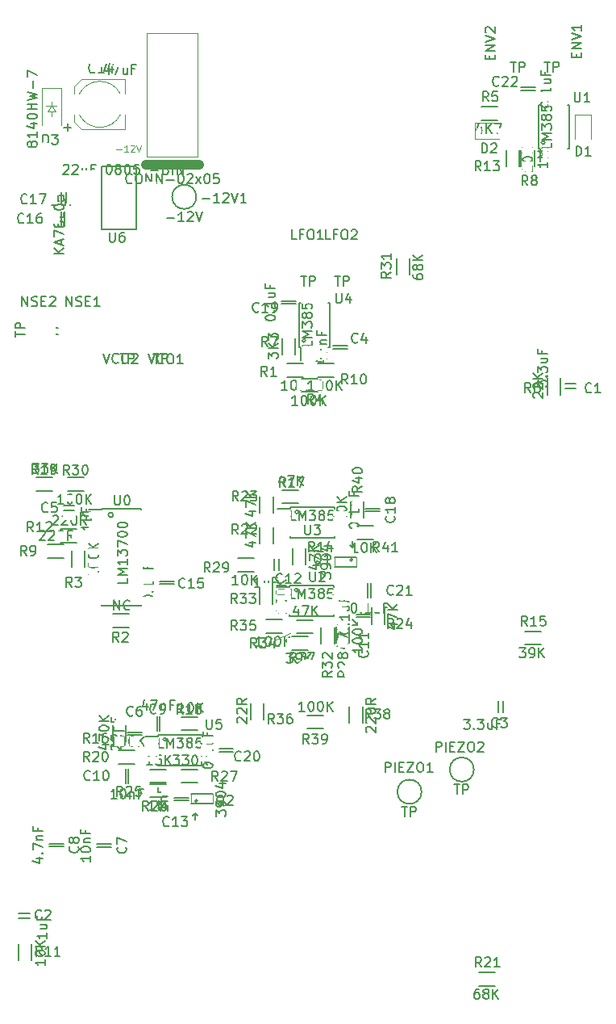
<source format=gbr>
G04 #@! TF.GenerationSoftware,KiCad,Pcbnew,(5.1.4-0-10_14)*
G04 #@! TF.CreationDate,2019-11-18T15:59:10-08:00*
G04 #@! TF.ProjectId,DS8,4453382e-6b69-4636-9164-5f7063625858,rev?*
G04 #@! TF.SameCoordinates,Original*
G04 #@! TF.FileFunction,Legend,Top*
G04 #@! TF.FilePolarity,Positive*
%FSLAX46Y46*%
G04 Gerber Fmt 4.6, Leading zero omitted, Abs format (unit mm)*
G04 Created by KiCad (PCBNEW (5.1.4-0-10_14)) date 2019-11-18 15:59:10*
%MOMM*%
%LPD*%
G04 APERTURE LIST*
%ADD10C,0.120000*%
%ADD11C,0.150000*%
%ADD12C,0.152400*%
%ADD13C,0.127000*%
%ADD14C,1.000000*%
%ADD15C,0.100000*%
%ADD16C,0.203200*%
%ADD17C,1.451000*%
%ADD18R,2.642000X2.642000*%
%ADD19R,0.502000X0.752000*%
%ADD20C,1.753000*%
%ADD21C,2.540000*%
%ADD22R,1.602000X3.402000*%
%ADD23R,1.602000X1.302000*%
%ADD24R,1.552000X0.552000*%
%ADD25R,0.552000X1.552000*%
%ADD26R,1.602000X0.702000*%
%ADD27C,2.032400*%
%ADD28R,1.102000X1.102000*%
%ADD29O,1.802000X1.802000*%
%ADD30R,1.302000X1.002000*%
%ADD31R,0.602000X0.602000*%
%ADD32R,0.802000X1.402000*%
%ADD33R,3.102000X1.702000*%
%ADD34R,1.402000X0.802000*%
G04 APERTURE END LIST*
D10*
X29400000Y43470000D02*
X30950000Y44090000D01*
D11*
X50200000Y29830000D02*
G75*
G03X50200000Y29830000I-1270000J0D01*
G01*
X44700000Y27500000D02*
G75*
G03X44700000Y27500000I-1270000J0D01*
G01*
X21050000Y89870000D02*
G75*
G03X21050000Y89870000I-1270000J0D01*
G01*
D12*
X21176990Y26549500D02*
G75*
G03X21176990Y26549500I-141990J0D01*
G01*
X20527000Y26232000D02*
X22813000Y26232000D01*
X20527000Y27248000D02*
X22813000Y27248000D01*
X20908000Y25216000D02*
X21162000Y24962000D01*
X20908000Y25216000D02*
X20654000Y24962000D01*
X20908000Y24581000D02*
X20908000Y25216000D01*
D10*
X20510000Y27248000D02*
X20510000Y26232000D01*
X22830000Y26232000D02*
X22830000Y27248000D01*
D12*
X37486990Y51810500D02*
G75*
G03X37486990Y51810500I-141990J0D01*
G01*
X37853000Y52128000D02*
X35567000Y52128000D01*
X37853000Y51112000D02*
X35567000Y51112000D01*
X37472000Y53144000D02*
X37218000Y53398000D01*
X37472000Y53144000D02*
X37726000Y53398000D01*
X37472000Y53779000D02*
X37472000Y53144000D01*
D10*
X37870000Y51112000D02*
X37870000Y52128000D01*
X35550000Y52128000D02*
X35550000Y51112000D01*
D13*
X14728000Y93088000D02*
X11128000Y93088000D01*
X14728000Y86488000D02*
X14728000Y93088000D01*
X11128000Y86488000D02*
X14728000Y86488000D01*
X11128000Y93088000D02*
X11128000Y86488000D01*
D11*
X17021000Y33277000D02*
X15671000Y33277000D01*
X17021000Y30227000D02*
X21671000Y30227000D01*
X17021000Y33477000D02*
X21671000Y33477000D01*
X17021000Y30227000D02*
X17021000Y30427000D01*
X21671000Y30227000D02*
X21671000Y30427000D01*
X21671000Y33477000D02*
X21671000Y33277000D01*
X17021000Y33477000D02*
X17021000Y33277000D01*
X17874605Y32995000D02*
G75*
G03X17874605Y32995000I-179605J0D01*
G01*
X32035000Y74135000D02*
X32035000Y72785000D01*
X35085000Y74135000D02*
X35085000Y78785000D01*
X31835000Y74135000D02*
X31835000Y78785000D01*
X35085000Y74135000D02*
X34885000Y74135000D01*
X35085000Y78785000D02*
X34885000Y78785000D01*
X31835000Y78785000D02*
X32035000Y78785000D01*
X31835000Y74135000D02*
X32035000Y74135000D01*
X32496605Y74809000D02*
G75*
G03X32496605Y74809000I-179605J0D01*
G01*
X30907000Y57133000D02*
X29557000Y57133000D01*
X30907000Y54083000D02*
X35557000Y54083000D01*
X30907000Y57333000D02*
X35557000Y57333000D01*
X30907000Y54083000D02*
X30907000Y54283000D01*
X35557000Y54083000D02*
X35557000Y54283000D01*
X35557000Y57333000D02*
X35557000Y57133000D01*
X30907000Y57333000D02*
X30907000Y57133000D01*
X31760605Y56851000D02*
G75*
G03X31760605Y56851000I-179605J0D01*
G01*
X30849000Y48933000D02*
X29499000Y48933000D01*
X30849000Y45883000D02*
X35499000Y45883000D01*
X30849000Y49133000D02*
X35499000Y49133000D01*
X30849000Y45883000D02*
X30849000Y46083000D01*
X35499000Y45883000D02*
X35499000Y46083000D01*
X35499000Y49133000D02*
X35499000Y48933000D01*
X30849000Y49133000D02*
X30849000Y48933000D01*
X31702605Y48651000D02*
G75*
G03X31702605Y48651000I-179605J0D01*
G01*
X57183000Y94887000D02*
X57183000Y93537000D01*
X60233000Y94887000D02*
X60233000Y99537000D01*
X56983000Y94887000D02*
X56983000Y99537000D01*
X60233000Y94887000D02*
X60033000Y94887000D01*
X60233000Y99537000D02*
X60033000Y99537000D01*
X56983000Y99537000D02*
X57183000Y99537000D01*
X56983000Y94887000D02*
X57183000Y94887000D01*
X57644605Y95561000D02*
G75*
G03X57644605Y95561000I-179605J0D01*
G01*
X11135000Y57040000D02*
X9760000Y57040000D01*
X11135000Y46995000D02*
X15285000Y46995000D01*
X11135000Y57145000D02*
X15285000Y57145000D01*
X11135000Y46995000D02*
X11135000Y47100000D01*
X15285000Y46995000D02*
X15285000Y47100000D01*
X15285000Y57145000D02*
X15285000Y57040000D01*
X11135000Y57145000D02*
X11135000Y57040000D01*
X12321000Y56515000D02*
G75*
G03X12321000Y56515000I-254000J0D01*
G01*
X8892000Y56810000D02*
X9273000Y56556000D01*
X9273000Y56556000D02*
X8892000Y56302000D01*
X8892000Y56302000D02*
X8892000Y56810000D01*
X37960000Y55380000D02*
X39660000Y55380000D01*
X39660000Y53980000D02*
X37960000Y53980000D01*
X38660000Y57930000D02*
X38660000Y56230000D01*
X37260000Y56230000D02*
X37260000Y57930000D01*
X34378000Y34098000D02*
X32678000Y34098000D01*
X32678000Y35498000D02*
X34378000Y35498000D01*
X37110000Y34750000D02*
X37110000Y36450000D01*
X38510000Y36450000D02*
X38510000Y34750000D01*
X31090000Y43780000D02*
X32790000Y43780000D01*
X32790000Y42380000D02*
X31090000Y42380000D01*
X28160000Y36770000D02*
X28160000Y35070000D01*
X26760000Y35070000D02*
X26760000Y36770000D01*
X28350000Y45530000D02*
X30050000Y45530000D01*
X30050000Y44130000D02*
X28350000Y44130000D01*
X33290000Y44120000D02*
X31590000Y44120000D01*
X31590000Y45520000D02*
X33290000Y45520000D01*
X27690000Y47210000D02*
X27690000Y48910000D01*
X29090000Y48910000D02*
X29090000Y47210000D01*
X34160000Y43050000D02*
X34160000Y44750000D01*
X35560000Y44750000D02*
X35560000Y43050000D01*
X42060000Y81750000D02*
X42060000Y83450000D01*
X43460000Y83450000D02*
X43460000Y81750000D01*
X7520000Y60460000D02*
X9220000Y60460000D01*
X9220000Y59060000D02*
X7520000Y59060000D01*
X25380000Y52000000D02*
X27080000Y52000000D01*
X27080000Y50600000D02*
X25380000Y50600000D01*
X35720000Y43070000D02*
X35720000Y44770000D01*
X37120000Y44770000D02*
X37120000Y43070000D01*
X21196000Y28454000D02*
X19496000Y28454000D01*
X19496000Y29854000D02*
X21196000Y29854000D01*
X16194000Y28330000D02*
X17894000Y28330000D01*
X17894000Y26930000D02*
X16194000Y26930000D01*
X17894000Y28454000D02*
X16194000Y28454000D01*
X16194000Y29854000D02*
X17894000Y29854000D01*
X39450000Y45100000D02*
X39450000Y46800000D01*
X40850000Y46800000D02*
X40850000Y45100000D01*
X29130000Y58440000D02*
X29130000Y56740000D01*
X27730000Y56740000D02*
X27730000Y58440000D01*
X29130000Y55200000D02*
X29130000Y53500000D01*
X27730000Y53500000D02*
X27730000Y55200000D01*
X50740000Y8550000D02*
X52440000Y8550000D01*
X52440000Y7150000D02*
X50740000Y7150000D01*
X14578000Y30434000D02*
X12878000Y30434000D01*
X12878000Y31834000D02*
X14578000Y31834000D01*
X5940000Y59060000D02*
X4240000Y59060000D01*
X4240000Y60460000D02*
X5940000Y60460000D01*
X21212000Y33946000D02*
X19512000Y33946000D01*
X19512000Y35346000D02*
X21212000Y35346000D01*
X31760000Y57730000D02*
X30060000Y57730000D01*
X30060000Y59130000D02*
X31760000Y59130000D01*
X13680000Y34452000D02*
X13680000Y32752000D01*
X12280000Y32752000D02*
X12280000Y34452000D01*
X55560000Y44320000D02*
X57260000Y44320000D01*
X57260000Y42920000D02*
X55560000Y42920000D01*
X31160000Y51310000D02*
X31160000Y53010000D01*
X32560000Y53010000D02*
X32560000Y51310000D01*
X53590000Y93050000D02*
X53590000Y94750000D01*
X54990000Y94750000D02*
X54990000Y93050000D01*
X8520000Y53610000D02*
X6820000Y53610000D01*
X6820000Y55010000D02*
X8520000Y55010000D01*
X2380000Y9850000D02*
X2380000Y11550000D01*
X3780000Y11550000D02*
X3780000Y9850000D01*
X33800000Y72370000D02*
X35500000Y72370000D01*
X35500000Y70970000D02*
X33800000Y70970000D01*
X7130000Y52040000D02*
X5430000Y52040000D01*
X5430000Y53440000D02*
X7130000Y53440000D01*
X55150000Y93060000D02*
X55150000Y94760000D01*
X56550000Y94760000D02*
X56550000Y93060000D01*
X31460000Y75010000D02*
X31460000Y73310000D01*
X30060000Y73310000D02*
X30060000Y75010000D01*
X59310000Y70840000D02*
X59310000Y69140000D01*
X57910000Y69140000D02*
X57910000Y70840000D01*
X51000000Y99310000D02*
X52700000Y99310000D01*
X52700000Y97910000D02*
X51000000Y97910000D01*
X32100000Y70810000D02*
X33800000Y70810000D01*
X33800000Y69410000D02*
X32100000Y69410000D01*
X7970000Y51030000D02*
X7970000Y52730000D01*
X9370000Y52730000D02*
X9370000Y51030000D01*
X13960000Y44720000D02*
X12260000Y44720000D01*
X12260000Y46120000D02*
X13960000Y46120000D01*
X30550000Y72390000D02*
X32250000Y72390000D01*
X32250000Y70990000D02*
X30550000Y70990000D01*
D14*
X15792000Y93234000D02*
X21332000Y93234000D01*
D10*
X15882000Y107054000D02*
X15882000Y94114000D01*
X15882000Y94114000D02*
X21202000Y94114000D01*
X21202000Y94114000D02*
X21202000Y107054000D01*
X21202000Y107054000D02*
X15882000Y107054000D01*
X6842000Y101310000D02*
X4842000Y101310000D01*
D15*
X5842000Y98810000D02*
X5842000Y98310000D01*
X5442000Y98810000D02*
X5842000Y99410000D01*
X6242000Y98810000D02*
X5442000Y98810000D01*
X5842000Y99410000D02*
X6242000Y98810000D01*
X5842000Y99410000D02*
X5292000Y99410000D01*
X5842000Y99410000D02*
X6392000Y99410000D01*
X5842000Y99810000D02*
X5842000Y99410000D01*
D10*
X4842000Y101310000D02*
X4842000Y97410000D01*
X6842000Y101310000D02*
X6842000Y97410000D01*
X50330000Y97620000D02*
X52880000Y97620000D01*
X50330000Y95920000D02*
X52880000Y95920000D01*
X50330000Y97620000D02*
X50330000Y95920000D01*
X62520000Y98460000D02*
X62520000Y95910000D01*
X60820000Y98460000D02*
X60820000Y95910000D01*
X62520000Y98460000D02*
X60820000Y98460000D01*
D11*
X55130000Y101040000D02*
X56630000Y101040000D01*
X56630000Y101340000D02*
X55130000Y101340000D01*
X39080000Y49390000D02*
X39080000Y47890000D01*
X39380000Y47890000D02*
X39380000Y49390000D01*
X24940000Y32020000D02*
X23440000Y32020000D01*
X23440000Y31720000D02*
X24940000Y31720000D01*
X31510000Y78960000D02*
X30010000Y78960000D01*
X30010000Y78660000D02*
X31510000Y78660000D01*
X40310000Y57180000D02*
X38810000Y57180000D01*
X38810000Y56880000D02*
X40310000Y56880000D01*
D12*
X6846000Y89241200D02*
X6846000Y90358800D01*
X7354000Y89241200D02*
X7354000Y90358800D01*
D11*
X7210000Y86830000D02*
X7210000Y88330000D01*
X6910000Y88330000D02*
X6910000Y86830000D01*
X18690000Y49560000D02*
X17190000Y49560000D01*
X17190000Y49260000D02*
X18690000Y49260000D01*
D10*
X13056257Y100698243D02*
G75*
G03X8772000Y100668000I-2134257J-1130243D01*
G01*
X8787743Y98437757D02*
G75*
G03X13072000Y98468000I2134257J1130243D01*
G01*
X9012000Y96918000D02*
X13592000Y96918000D01*
X8252000Y97688000D02*
X9012000Y96918000D01*
X9012000Y102218000D02*
X8252000Y101448000D01*
X13592000Y102218000D02*
X9012000Y102218000D01*
X8252000Y101448000D02*
X8252000Y100668000D01*
X8252000Y97688000D02*
X8252000Y98468000D01*
X13592000Y96918000D02*
X13592000Y98468000D01*
X13592000Y102218000D02*
X13592000Y100668000D01*
D11*
X20220000Y26870000D02*
X18720000Y26870000D01*
X18720000Y26570000D02*
X20220000Y26570000D01*
D12*
X29774000Y51878800D02*
X29774000Y50761200D01*
X29266000Y51878800D02*
X29266000Y50761200D01*
D11*
X39320000Y46110000D02*
X37820000Y46110000D01*
X37820000Y45810000D02*
X39320000Y45810000D01*
X13620000Y29900000D02*
X13620000Y28400000D01*
X13920000Y28400000D02*
X13920000Y29900000D01*
X17210000Y33896000D02*
X17210000Y35396000D01*
X16910000Y35396000D02*
X16910000Y33896000D01*
X7110000Y22070000D02*
X5610000Y22070000D01*
X5610000Y21770000D02*
X7110000Y21770000D01*
X12120000Y22010000D02*
X10620000Y22010000D01*
X10620000Y21710000D02*
X12120000Y21710000D01*
X15300000Y33742000D02*
X13800000Y33742000D01*
X13800000Y33442000D02*
X15300000Y33442000D01*
D12*
X7131200Y57544000D02*
X8248800Y57544000D01*
X7131200Y57036000D02*
X8248800Y57036000D01*
D11*
X36920000Y74270000D02*
X35420000Y74270000D01*
X35420000Y73970000D02*
X36920000Y73970000D01*
D12*
X53264000Y36988800D02*
X53264000Y35871200D01*
X52756000Y36988800D02*
X52756000Y35871200D01*
X2421200Y14714000D02*
X3538800Y14714000D01*
X2421200Y14206000D02*
X3538800Y14206000D01*
X60898800Y69786000D02*
X59781200Y69786000D01*
X60898800Y70294000D02*
X59781200Y70294000D01*
D11*
X46222571Y31720380D02*
X46222571Y32736380D01*
X46609619Y32736380D01*
X46706380Y32688000D01*
X46754761Y32639619D01*
X46803142Y32542857D01*
X46803142Y32397714D01*
X46754761Y32300952D01*
X46706380Y32252571D01*
X46609619Y32204190D01*
X46222571Y32204190D01*
X47238571Y31720380D02*
X47238571Y32736380D01*
X47722380Y32252571D02*
X48061047Y32252571D01*
X48206190Y31720380D02*
X47722380Y31720380D01*
X47722380Y32736380D01*
X48206190Y32736380D01*
X48544857Y32736380D02*
X49222190Y32736380D01*
X48544857Y31720380D01*
X49222190Y31720380D01*
X49802761Y32736380D02*
X49996285Y32736380D01*
X50093047Y32688000D01*
X50189809Y32591238D01*
X50238190Y32397714D01*
X50238190Y32059047D01*
X50189809Y31865523D01*
X50093047Y31768761D01*
X49996285Y31720380D01*
X49802761Y31720380D01*
X49706000Y31768761D01*
X49609238Y31865523D01*
X49560857Y32059047D01*
X49560857Y32397714D01*
X49609238Y32591238D01*
X49706000Y32688000D01*
X49802761Y32736380D01*
X50625238Y32639619D02*
X50673619Y32688000D01*
X50770380Y32736380D01*
X51012285Y32736380D01*
X51109047Y32688000D01*
X51157428Y32639619D01*
X51205809Y32542857D01*
X51205809Y32446095D01*
X51157428Y32300952D01*
X50576857Y31720380D01*
X51205809Y31720380D01*
X48111714Y28256380D02*
X48692285Y28256380D01*
X48402000Y27240380D02*
X48402000Y28256380D01*
X49030952Y27240380D02*
X49030952Y28256380D01*
X49418000Y28256380D01*
X49514761Y28208000D01*
X49563142Y28159619D01*
X49611523Y28062857D01*
X49611523Y27917714D01*
X49563142Y27820952D01*
X49514761Y27772571D01*
X49418000Y27724190D01*
X49030952Y27724190D01*
X40882571Y29560380D02*
X40882571Y30576380D01*
X41269619Y30576380D01*
X41366380Y30528000D01*
X41414761Y30479619D01*
X41463142Y30382857D01*
X41463142Y30237714D01*
X41414761Y30140952D01*
X41366380Y30092571D01*
X41269619Y30044190D01*
X40882571Y30044190D01*
X41898571Y29560380D02*
X41898571Y30576380D01*
X42382380Y30092571D02*
X42721047Y30092571D01*
X42866190Y29560380D02*
X42382380Y29560380D01*
X42382380Y30576380D01*
X42866190Y30576380D01*
X43204857Y30576380D02*
X43882190Y30576380D01*
X43204857Y29560380D01*
X43882190Y29560380D01*
X44462761Y30576380D02*
X44656285Y30576380D01*
X44753047Y30528000D01*
X44849809Y30431238D01*
X44898190Y30237714D01*
X44898190Y29899047D01*
X44849809Y29705523D01*
X44753047Y29608761D01*
X44656285Y29560380D01*
X44462761Y29560380D01*
X44366000Y29608761D01*
X44269238Y29705523D01*
X44220857Y29899047D01*
X44220857Y30237714D01*
X44269238Y30431238D01*
X44366000Y30528000D01*
X44462761Y30576380D01*
X45865809Y29560380D02*
X45285238Y29560380D01*
X45575523Y29560380D02*
X45575523Y30576380D01*
X45478761Y30431238D01*
X45382000Y30334476D01*
X45285238Y30286095D01*
X42611714Y25926380D02*
X43192285Y25926380D01*
X42902000Y24910380D02*
X42902000Y25926380D01*
X43530952Y24910380D02*
X43530952Y25926380D01*
X43918000Y25926380D01*
X44014761Y25878000D01*
X44063142Y25829619D01*
X44111523Y25732857D01*
X44111523Y25587714D01*
X44063142Y25490952D01*
X44014761Y25442571D01*
X43918000Y25394190D01*
X43530952Y25394190D01*
X11260404Y73444380D02*
X11599071Y72428380D01*
X11937738Y73444380D01*
X12856976Y72525142D02*
X12808595Y72476761D01*
X12663452Y72428380D01*
X12566690Y72428380D01*
X12421547Y72476761D01*
X12324785Y72573523D01*
X12276404Y72670285D01*
X12228023Y72863809D01*
X12228023Y73008952D01*
X12276404Y73202476D01*
X12324785Y73299238D01*
X12421547Y73396000D01*
X12566690Y73444380D01*
X12663452Y73444380D01*
X12808595Y73396000D01*
X12856976Y73347619D01*
X13485928Y73444380D02*
X13679452Y73444380D01*
X13776214Y73396000D01*
X13872976Y73299238D01*
X13921357Y73105714D01*
X13921357Y72767047D01*
X13872976Y72573523D01*
X13776214Y72476761D01*
X13679452Y72428380D01*
X13485928Y72428380D01*
X13389166Y72476761D01*
X13292404Y72573523D01*
X13244023Y72767047D01*
X13244023Y73105714D01*
X13292404Y73299238D01*
X13389166Y73396000D01*
X13485928Y73444380D01*
X14308404Y73347619D02*
X14356785Y73396000D01*
X14453547Y73444380D01*
X14695452Y73444380D01*
X14792214Y73396000D01*
X14840595Y73347619D01*
X14888976Y73250857D01*
X14888976Y73154095D01*
X14840595Y73008952D01*
X14260023Y72428380D01*
X14888976Y72428380D01*
X13021714Y73426380D02*
X13602285Y73426380D01*
X13312000Y72410380D02*
X13312000Y73426380D01*
X13940952Y72410380D02*
X13940952Y73426380D01*
X14328000Y73426380D01*
X14424761Y73378000D01*
X14473142Y73329619D01*
X14521523Y73232857D01*
X14521523Y73087714D01*
X14473142Y72990952D01*
X14424761Y72942571D01*
X14328000Y72894190D01*
X13940952Y72894190D01*
X15990404Y73394380D02*
X16329071Y72378380D01*
X16667738Y73394380D01*
X17586976Y72475142D02*
X17538595Y72426761D01*
X17393452Y72378380D01*
X17296690Y72378380D01*
X17151547Y72426761D01*
X17054785Y72523523D01*
X17006404Y72620285D01*
X16958023Y72813809D01*
X16958023Y72958952D01*
X17006404Y73152476D01*
X17054785Y73249238D01*
X17151547Y73346000D01*
X17296690Y73394380D01*
X17393452Y73394380D01*
X17538595Y73346000D01*
X17586976Y73297619D01*
X18215928Y73394380D02*
X18409452Y73394380D01*
X18506214Y73346000D01*
X18602976Y73249238D01*
X18651357Y73055714D01*
X18651357Y72717047D01*
X18602976Y72523523D01*
X18506214Y72426761D01*
X18409452Y72378380D01*
X18215928Y72378380D01*
X18119166Y72426761D01*
X18022404Y72523523D01*
X17974023Y72717047D01*
X17974023Y73055714D01*
X18022404Y73249238D01*
X18119166Y73346000D01*
X18215928Y73394380D01*
X19618976Y72378380D02*
X19038404Y72378380D01*
X19328690Y72378380D02*
X19328690Y73394380D01*
X19231928Y73249238D01*
X19135166Y73152476D01*
X19038404Y73104095D01*
X16541714Y73436380D02*
X17122285Y73436380D01*
X16832000Y72420380D02*
X16832000Y73436380D01*
X17460952Y72420380D02*
X17460952Y73436380D01*
X17848000Y73436380D01*
X17944761Y73388000D01*
X17993142Y73339619D01*
X18041523Y73242857D01*
X18041523Y73097714D01*
X17993142Y73000952D01*
X17944761Y72952571D01*
X17848000Y72904190D01*
X17460952Y72904190D01*
X2755547Y78408380D02*
X2755547Y79424380D01*
X3336119Y78408380D01*
X3336119Y79424380D01*
X3771547Y78456761D02*
X3916690Y78408380D01*
X4158595Y78408380D01*
X4255357Y78456761D01*
X4303738Y78505142D01*
X4352119Y78601904D01*
X4352119Y78698666D01*
X4303738Y78795428D01*
X4255357Y78843809D01*
X4158595Y78892190D01*
X3965071Y78940571D01*
X3868309Y78988952D01*
X3819928Y79037333D01*
X3771547Y79134095D01*
X3771547Y79230857D01*
X3819928Y79327619D01*
X3868309Y79376000D01*
X3965071Y79424380D01*
X4206976Y79424380D01*
X4352119Y79376000D01*
X4787547Y78940571D02*
X5126214Y78940571D01*
X5271357Y78408380D02*
X4787547Y78408380D01*
X4787547Y79424380D01*
X5271357Y79424380D01*
X5658404Y79327619D02*
X5706785Y79376000D01*
X5803547Y79424380D01*
X6045452Y79424380D01*
X6142214Y79376000D01*
X6190595Y79327619D01*
X6238976Y79230857D01*
X6238976Y79134095D01*
X6190595Y78988952D01*
X5610023Y78408380D01*
X6238976Y78408380D01*
X2053619Y75181714D02*
X2053619Y75762285D01*
X3069619Y75472000D02*
X2053619Y75472000D01*
X3069619Y76100952D02*
X2053619Y76100952D01*
X2053619Y76488000D01*
X2102000Y76584761D01*
X2150380Y76633142D01*
X2247142Y76681523D01*
X2392285Y76681523D01*
X2489047Y76633142D01*
X2537428Y76584761D01*
X2585809Y76488000D01*
X2585809Y76100952D01*
X7415547Y78408380D02*
X7415547Y79424380D01*
X7996119Y78408380D01*
X7996119Y79424380D01*
X8431547Y78456761D02*
X8576690Y78408380D01*
X8818595Y78408380D01*
X8915357Y78456761D01*
X8963738Y78505142D01*
X9012119Y78601904D01*
X9012119Y78698666D01*
X8963738Y78795428D01*
X8915357Y78843809D01*
X8818595Y78892190D01*
X8625071Y78940571D01*
X8528309Y78988952D01*
X8479928Y79037333D01*
X8431547Y79134095D01*
X8431547Y79230857D01*
X8479928Y79327619D01*
X8528309Y79376000D01*
X8625071Y79424380D01*
X8866976Y79424380D01*
X9012119Y79376000D01*
X9447547Y78940571D02*
X9786214Y78940571D01*
X9931357Y78408380D02*
X9447547Y78408380D01*
X9447547Y79424380D01*
X9931357Y79424380D01*
X10898976Y78408380D02*
X10318404Y78408380D01*
X10608690Y78408380D02*
X10608690Y79424380D01*
X10511928Y79279238D01*
X10415166Y79182476D01*
X10318404Y79134095D01*
X5493619Y75181714D02*
X5493619Y75762285D01*
X6509619Y75472000D02*
X5493619Y75472000D01*
X6509619Y76100952D02*
X5493619Y76100952D01*
X5493619Y76488000D01*
X5542000Y76584761D01*
X5590380Y76633142D01*
X5687142Y76681523D01*
X5832285Y76681523D01*
X5929047Y76633142D01*
X5977428Y76584761D01*
X6025809Y76488000D01*
X6025809Y76100952D01*
X35113214Y85408380D02*
X34629404Y85408380D01*
X34629404Y86424380D01*
X35790547Y85940571D02*
X35451880Y85940571D01*
X35451880Y85408380D02*
X35451880Y86424380D01*
X35935690Y86424380D01*
X36516261Y86424380D02*
X36709785Y86424380D01*
X36806547Y86376000D01*
X36903309Y86279238D01*
X36951690Y86085714D01*
X36951690Y85747047D01*
X36903309Y85553523D01*
X36806547Y85456761D01*
X36709785Y85408380D01*
X36516261Y85408380D01*
X36419500Y85456761D01*
X36322738Y85553523D01*
X36274357Y85747047D01*
X36274357Y86085714D01*
X36322738Y86279238D01*
X36419500Y86376000D01*
X36516261Y86424380D01*
X37338738Y86327619D02*
X37387119Y86376000D01*
X37483880Y86424380D01*
X37725785Y86424380D01*
X37822547Y86376000D01*
X37870928Y86327619D01*
X37919309Y86230857D01*
X37919309Y86134095D01*
X37870928Y85988952D01*
X37290357Y85408380D01*
X37919309Y85408380D01*
X35581714Y81586380D02*
X36162285Y81586380D01*
X35872000Y80570380D02*
X35872000Y81586380D01*
X36500952Y80570380D02*
X36500952Y81586380D01*
X36888000Y81586380D01*
X36984761Y81538000D01*
X37033142Y81489619D01*
X37081523Y81392857D01*
X37081523Y81247714D01*
X37033142Y81150952D01*
X36984761Y81102571D01*
X36888000Y81054190D01*
X36500952Y81054190D01*
X31573214Y85408380D02*
X31089404Y85408380D01*
X31089404Y86424380D01*
X32250547Y85940571D02*
X31911880Y85940571D01*
X31911880Y85408380D02*
X31911880Y86424380D01*
X32395690Y86424380D01*
X32976261Y86424380D02*
X33169785Y86424380D01*
X33266547Y86376000D01*
X33363309Y86279238D01*
X33411690Y86085714D01*
X33411690Y85747047D01*
X33363309Y85553523D01*
X33266547Y85456761D01*
X33169785Y85408380D01*
X32976261Y85408380D01*
X32879500Y85456761D01*
X32782738Y85553523D01*
X32734357Y85747047D01*
X32734357Y86085714D01*
X32782738Y86279238D01*
X32879500Y86376000D01*
X32976261Y86424380D01*
X34379309Y85408380D02*
X33798738Y85408380D01*
X34089023Y85408380D02*
X34089023Y86424380D01*
X33992261Y86279238D01*
X33895500Y86182476D01*
X33798738Y86134095D01*
X32041714Y81586380D02*
X32622285Y81586380D01*
X32332000Y80570380D02*
X32332000Y81586380D01*
X32960952Y80570380D02*
X32960952Y81586380D01*
X33348000Y81586380D01*
X33444761Y81538000D01*
X33493142Y81489619D01*
X33541523Y81392857D01*
X33541523Y81247714D01*
X33493142Y81150952D01*
X33444761Y81102571D01*
X33348000Y81054190D01*
X32960952Y81054190D01*
X51849428Y104289404D02*
X51849428Y104628071D01*
X52381619Y104773214D02*
X52381619Y104289404D01*
X51365619Y104289404D01*
X51365619Y104773214D01*
X52381619Y105208642D02*
X51365619Y105208642D01*
X52381619Y105789214D01*
X51365619Y105789214D01*
X51365619Y106127880D02*
X52381619Y106466547D01*
X51365619Y106805214D01*
X51462380Y107095500D02*
X51414000Y107143880D01*
X51365619Y107240642D01*
X51365619Y107482547D01*
X51414000Y107579309D01*
X51462380Y107627690D01*
X51559142Y107676071D01*
X51655904Y107676071D01*
X51801047Y107627690D01*
X52381619Y107047119D01*
X52381619Y107676071D01*
X54041714Y103986380D02*
X54622285Y103986380D01*
X54332000Y102970380D02*
X54332000Y103986380D01*
X54960952Y102970380D02*
X54960952Y103986380D01*
X55348000Y103986380D01*
X55444761Y103938000D01*
X55493142Y103889619D01*
X55541523Y103792857D01*
X55541523Y103647714D01*
X55493142Y103550952D01*
X55444761Y103502571D01*
X55348000Y103454190D01*
X54960952Y103454190D01*
X60989428Y104489404D02*
X60989428Y104828071D01*
X61521619Y104973214D02*
X61521619Y104489404D01*
X60505619Y104489404D01*
X60505619Y104973214D01*
X61521619Y105408642D02*
X60505619Y105408642D01*
X61521619Y105989214D01*
X60505619Y105989214D01*
X60505619Y106327880D02*
X61521619Y106666547D01*
X60505619Y107005214D01*
X61521619Y107876071D02*
X61521619Y107295500D01*
X61521619Y107585785D02*
X60505619Y107585785D01*
X60650761Y107489023D01*
X60747523Y107392261D01*
X60795904Y107295500D01*
X57621714Y104006380D02*
X58202285Y104006380D01*
X57912000Y102990380D02*
X57912000Y104006380D01*
X58540952Y102990380D02*
X58540952Y104006380D01*
X58928000Y104006380D01*
X59024761Y103958000D01*
X59073142Y103909619D01*
X59121523Y103812857D01*
X59121523Y103667714D01*
X59073142Y103570952D01*
X59024761Y103522571D01*
X58928000Y103474190D01*
X58540952Y103474190D01*
X21696095Y89667428D02*
X22470190Y89667428D01*
X23486190Y89280380D02*
X22905619Y89280380D01*
X23195904Y89280380D02*
X23195904Y90296380D01*
X23099142Y90151238D01*
X23002380Y90054476D01*
X22905619Y90006095D01*
X23873238Y90199619D02*
X23921619Y90248000D01*
X24018380Y90296380D01*
X24260285Y90296380D01*
X24357047Y90248000D01*
X24405428Y90199619D01*
X24453809Y90102857D01*
X24453809Y90006095D01*
X24405428Y89860952D01*
X23824857Y89280380D01*
X24453809Y89280380D01*
X24744095Y90296380D02*
X25082761Y89280380D01*
X25421428Y90296380D01*
X26292285Y89280380D02*
X25711714Y89280380D01*
X26002000Y89280380D02*
X26002000Y90296380D01*
X25905238Y90151238D01*
X25808476Y90054476D01*
X25711714Y90006095D01*
X17969904Y87667428D02*
X18744000Y87667428D01*
X19760000Y87280380D02*
X19179428Y87280380D01*
X19469714Y87280380D02*
X19469714Y88296380D01*
X19372952Y88151238D01*
X19276190Y88054476D01*
X19179428Y88006095D01*
X20147047Y88199619D02*
X20195428Y88248000D01*
X20292190Y88296380D01*
X20534095Y88296380D01*
X20630857Y88248000D01*
X20679238Y88199619D01*
X20727619Y88102857D01*
X20727619Y88006095D01*
X20679238Y87860952D01*
X20098666Y87280380D01*
X20727619Y87280380D01*
X21017904Y88296380D02*
X21356571Y87280380D01*
X21695238Y88296380D01*
X23953238Y26013619D02*
X23856476Y26062000D01*
X23759714Y26158761D01*
X23614571Y26303904D01*
X23517809Y26352285D01*
X23421047Y26352285D01*
X23469428Y26110380D02*
X23372666Y26158761D01*
X23275904Y26255523D01*
X23227523Y26449047D01*
X23227523Y26787714D01*
X23275904Y26981238D01*
X23372666Y27078000D01*
X23469428Y27126380D01*
X23662952Y27126380D01*
X23759714Y27078000D01*
X23856476Y26981238D01*
X23904857Y26787714D01*
X23904857Y26449047D01*
X23856476Y26255523D01*
X23759714Y26158761D01*
X23662952Y26110380D01*
X23469428Y26110380D01*
X24291904Y27029619D02*
X24340285Y27078000D01*
X24437047Y27126380D01*
X24678952Y27126380D01*
X24775714Y27078000D01*
X24824095Y27029619D01*
X24872476Y26932857D01*
X24872476Y26836095D01*
X24824095Y26690952D01*
X24243523Y26110380D01*
X24872476Y26110380D01*
X23113619Y24949904D02*
X23113619Y25578857D01*
X23500666Y25240190D01*
X23500666Y25385333D01*
X23549047Y25482095D01*
X23597428Y25530476D01*
X23694190Y25578857D01*
X23936095Y25578857D01*
X24032857Y25530476D01*
X24081238Y25482095D01*
X24129619Y25385333D01*
X24129619Y25095047D01*
X24081238Y24998285D01*
X24032857Y24949904D01*
X24129619Y26062666D02*
X24129619Y26256190D01*
X24081238Y26352952D01*
X24032857Y26401333D01*
X23887714Y26498095D01*
X23694190Y26546476D01*
X23307142Y26546476D01*
X23210380Y26498095D01*
X23162000Y26449714D01*
X23113619Y26352952D01*
X23113619Y26159428D01*
X23162000Y26062666D01*
X23210380Y26014285D01*
X23307142Y25965904D01*
X23549047Y25965904D01*
X23645809Y26014285D01*
X23694190Y26062666D01*
X23742571Y26159428D01*
X23742571Y26352952D01*
X23694190Y26449714D01*
X23645809Y26498095D01*
X23549047Y26546476D01*
X23113619Y27175428D02*
X23113619Y27272190D01*
X23162000Y27368952D01*
X23210380Y27417333D01*
X23307142Y27465714D01*
X23500666Y27514095D01*
X23742571Y27514095D01*
X23936095Y27465714D01*
X24032857Y27417333D01*
X24081238Y27368952D01*
X24129619Y27272190D01*
X24129619Y27175428D01*
X24081238Y27078666D01*
X24032857Y27030285D01*
X23936095Y26981904D01*
X23742571Y26933523D01*
X23500666Y26933523D01*
X23307142Y26981904D01*
X23210380Y27030285D01*
X23162000Y27078666D01*
X23113619Y27175428D01*
X23452285Y28384952D02*
X24129619Y28384952D01*
X23065238Y28143047D02*
X23790952Y27901142D01*
X23790952Y28530095D01*
X34183238Y51353619D02*
X34086476Y51402000D01*
X33989714Y51498761D01*
X33844571Y51643904D01*
X33747809Y51692285D01*
X33651047Y51692285D01*
X33699428Y51450380D02*
X33602666Y51498761D01*
X33505904Y51595523D01*
X33457523Y51789047D01*
X33457523Y52127714D01*
X33505904Y52321238D01*
X33602666Y52418000D01*
X33699428Y52466380D01*
X33892952Y52466380D01*
X33989714Y52418000D01*
X34086476Y52321238D01*
X34134857Y52127714D01*
X34134857Y51789047D01*
X34086476Y51595523D01*
X33989714Y51498761D01*
X33892952Y51450380D01*
X33699428Y51450380D01*
X35102476Y51450380D02*
X34521904Y51450380D01*
X34812190Y51450380D02*
X34812190Y52466380D01*
X34715428Y52321238D01*
X34618666Y52224476D01*
X34521904Y52176095D01*
X34153619Y49829904D02*
X34153619Y50458857D01*
X34540666Y50120190D01*
X34540666Y50265333D01*
X34589047Y50362095D01*
X34637428Y50410476D01*
X34734190Y50458857D01*
X34976095Y50458857D01*
X35072857Y50410476D01*
X35121238Y50362095D01*
X35169619Y50265333D01*
X35169619Y49975047D01*
X35121238Y49878285D01*
X35072857Y49829904D01*
X35169619Y50942666D02*
X35169619Y51136190D01*
X35121238Y51232952D01*
X35072857Y51281333D01*
X34927714Y51378095D01*
X34734190Y51426476D01*
X34347142Y51426476D01*
X34250380Y51378095D01*
X34202000Y51329714D01*
X34153619Y51232952D01*
X34153619Y51039428D01*
X34202000Y50942666D01*
X34250380Y50894285D01*
X34347142Y50845904D01*
X34589047Y50845904D01*
X34685809Y50894285D01*
X34734190Y50942666D01*
X34782571Y51039428D01*
X34782571Y51232952D01*
X34734190Y51329714D01*
X34685809Y51378095D01*
X34589047Y51426476D01*
X34153619Y52055428D02*
X34153619Y52152190D01*
X34202000Y52248952D01*
X34250380Y52297333D01*
X34347142Y52345714D01*
X34540666Y52394095D01*
X34782571Y52394095D01*
X34976095Y52345714D01*
X35072857Y52297333D01*
X35121238Y52248952D01*
X35169619Y52152190D01*
X35169619Y52055428D01*
X35121238Y51958666D01*
X35072857Y51910285D01*
X34976095Y51861904D01*
X34782571Y51813523D01*
X34540666Y51813523D01*
X34347142Y51861904D01*
X34250380Y51910285D01*
X34202000Y51958666D01*
X34153619Y52055428D01*
X34492285Y53264952D02*
X35169619Y53264952D01*
X34105238Y53023047D02*
X34830952Y52781142D01*
X34830952Y53410095D01*
X11942404Y86154380D02*
X11942404Y85331904D01*
X11990785Y85235142D01*
X12039166Y85186761D01*
X12135928Y85138380D01*
X12329452Y85138380D01*
X12426214Y85186761D01*
X12474595Y85235142D01*
X12522976Y85331904D01*
X12522976Y86154380D01*
X13442214Y86154380D02*
X13248690Y86154380D01*
X13151928Y86106000D01*
X13103547Y86057619D01*
X13006785Y85912476D01*
X12958404Y85718952D01*
X12958404Y85331904D01*
X13006785Y85235142D01*
X13055166Y85186761D01*
X13151928Y85138380D01*
X13345452Y85138380D01*
X13442214Y85186761D01*
X13490595Y85235142D01*
X13538976Y85331904D01*
X13538976Y85573809D01*
X13490595Y85670571D01*
X13442214Y85718952D01*
X13345452Y85767333D01*
X13151928Y85767333D01*
X13055166Y85718952D01*
X13006785Y85670571D01*
X12958404Y85573809D01*
D12*
X7139619Y83891035D02*
X6123619Y83891035D01*
X7139619Y84471606D02*
X6559047Y84036178D01*
X6123619Y84471606D02*
X6704190Y83891035D01*
X6849333Y84858654D02*
X6849333Y85342463D01*
X7139619Y84761892D02*
X6123619Y85100559D01*
X7139619Y85439225D01*
X6123619Y85681130D02*
X6123619Y86358463D01*
X7139619Y85923035D01*
X6559047Y86890654D02*
X6510666Y86793892D01*
X6462285Y86745511D01*
X6365523Y86697130D01*
X6317142Y86697130D01*
X6220380Y86745511D01*
X6172000Y86793892D01*
X6123619Y86890654D01*
X6123619Y87084178D01*
X6172000Y87180940D01*
X6220380Y87229320D01*
X6317142Y87277701D01*
X6365523Y87277701D01*
X6462285Y87229320D01*
X6510666Y87180940D01*
X6559047Y87084178D01*
X6559047Y86890654D01*
X6607428Y86793892D01*
X6655809Y86745511D01*
X6752571Y86697130D01*
X6946095Y86697130D01*
X7042857Y86745511D01*
X7091238Y86793892D01*
X7139619Y86890654D01*
X7139619Y87084178D01*
X7091238Y87180940D01*
X7042857Y87229320D01*
X6946095Y87277701D01*
X6752571Y87277701D01*
X6655809Y87229320D01*
X6607428Y87180940D01*
X6559047Y87084178D01*
X7139619Y88196940D02*
X7139619Y87713130D01*
X6123619Y87713130D01*
X6123619Y88729130D02*
X6123619Y88825892D01*
X6172000Y88922654D01*
X6220380Y88971035D01*
X6317142Y89019416D01*
X6510666Y89067797D01*
X6752571Y89067797D01*
X6946095Y89019416D01*
X7042857Y88971035D01*
X7091238Y88922654D01*
X7139619Y88825892D01*
X7139619Y88729130D01*
X7091238Y88632368D01*
X7042857Y88583987D01*
X6946095Y88535606D01*
X6752571Y88487225D01*
X6510666Y88487225D01*
X6317142Y88535606D01*
X6220380Y88583987D01*
X6172000Y88632368D01*
X6123619Y88729130D01*
X6123619Y89987035D02*
X6123619Y89503225D01*
X6607428Y89454844D01*
X6559047Y89503225D01*
X6510666Y89599987D01*
X6510666Y89841892D01*
X6559047Y89938654D01*
X6607428Y89987035D01*
X6704190Y90035416D01*
X6946095Y90035416D01*
X7042857Y89987035D01*
X7091238Y89938654D01*
X7139619Y89841892D01*
X7139619Y89599987D01*
X7091238Y89503225D01*
X7042857Y89454844D01*
D11*
X22125904Y35086380D02*
X22125904Y34263904D01*
X22174285Y34167142D01*
X22222666Y34118761D01*
X22319428Y34070380D01*
X22512952Y34070380D01*
X22609714Y34118761D01*
X22658095Y34167142D01*
X22706476Y34263904D01*
X22706476Y35086380D01*
X23674095Y35086380D02*
X23190285Y35086380D01*
X23141904Y34602571D01*
X23190285Y34650952D01*
X23287047Y34699333D01*
X23528952Y34699333D01*
X23625714Y34650952D01*
X23674095Y34602571D01*
X23722476Y34505809D01*
X23722476Y34263904D01*
X23674095Y34167142D01*
X23625714Y34118761D01*
X23528952Y34070380D01*
X23287047Y34070380D01*
X23190285Y34118761D01*
X23141904Y34167142D01*
X17628476Y32117380D02*
X17144666Y32117380D01*
X17144666Y33133380D01*
X17967142Y32117380D02*
X17967142Y33133380D01*
X18305809Y32407666D01*
X18644476Y33133380D01*
X18644476Y32117380D01*
X19031523Y33133380D02*
X19660476Y33133380D01*
X19321809Y32746333D01*
X19466952Y32746333D01*
X19563714Y32697952D01*
X19612095Y32649571D01*
X19660476Y32552809D01*
X19660476Y32310904D01*
X19612095Y32214142D01*
X19563714Y32165761D01*
X19466952Y32117380D01*
X19176666Y32117380D01*
X19079904Y32165761D01*
X19031523Y32214142D01*
X20241047Y32697952D02*
X20144285Y32746333D01*
X20095904Y32794714D01*
X20047523Y32891476D01*
X20047523Y32939857D01*
X20095904Y33036619D01*
X20144285Y33085000D01*
X20241047Y33133380D01*
X20434571Y33133380D01*
X20531333Y33085000D01*
X20579714Y33036619D01*
X20628095Y32939857D01*
X20628095Y32891476D01*
X20579714Y32794714D01*
X20531333Y32746333D01*
X20434571Y32697952D01*
X20241047Y32697952D01*
X20144285Y32649571D01*
X20095904Y32601190D01*
X20047523Y32504428D01*
X20047523Y32310904D01*
X20095904Y32214142D01*
X20144285Y32165761D01*
X20241047Y32117380D01*
X20434571Y32117380D01*
X20531333Y32165761D01*
X20579714Y32214142D01*
X20628095Y32310904D01*
X20628095Y32504428D01*
X20579714Y32601190D01*
X20531333Y32649571D01*
X20434571Y32697952D01*
X21547333Y33133380D02*
X21063523Y33133380D01*
X21015142Y32649571D01*
X21063523Y32697952D01*
X21160285Y32746333D01*
X21402190Y32746333D01*
X21498952Y32697952D01*
X21547333Y32649571D01*
X21595714Y32552809D01*
X21595714Y32310904D01*
X21547333Y32214142D01*
X21498952Y32165761D01*
X21402190Y32117380D01*
X21160285Y32117380D01*
X21063523Y32165761D01*
X21015142Y32214142D01*
X35715904Y79736380D02*
X35715904Y78913904D01*
X35764285Y78817142D01*
X35812666Y78768761D01*
X35909428Y78720380D01*
X36102952Y78720380D01*
X36199714Y78768761D01*
X36248095Y78817142D01*
X36296476Y78913904D01*
X36296476Y79736380D01*
X37215714Y79397714D02*
X37215714Y78720380D01*
X36973809Y79784761D02*
X36731904Y79059047D01*
X37360857Y79059047D01*
X33194619Y74742476D02*
X33194619Y74258666D01*
X32178619Y74258666D01*
X33194619Y75081142D02*
X32178619Y75081142D01*
X32904333Y75419809D01*
X32178619Y75758476D01*
X33194619Y75758476D01*
X32178619Y76145523D02*
X32178619Y76774476D01*
X32565666Y76435809D01*
X32565666Y76580952D01*
X32614047Y76677714D01*
X32662428Y76726095D01*
X32759190Y76774476D01*
X33001095Y76774476D01*
X33097857Y76726095D01*
X33146238Y76677714D01*
X33194619Y76580952D01*
X33194619Y76290666D01*
X33146238Y76193904D01*
X33097857Y76145523D01*
X32614047Y77355047D02*
X32565666Y77258285D01*
X32517285Y77209904D01*
X32420523Y77161523D01*
X32372142Y77161523D01*
X32275380Y77209904D01*
X32227000Y77258285D01*
X32178619Y77355047D01*
X32178619Y77548571D01*
X32227000Y77645333D01*
X32275380Y77693714D01*
X32372142Y77742095D01*
X32420523Y77742095D01*
X32517285Y77693714D01*
X32565666Y77645333D01*
X32614047Y77548571D01*
X32614047Y77355047D01*
X32662428Y77258285D01*
X32710809Y77209904D01*
X32807571Y77161523D01*
X33001095Y77161523D01*
X33097857Y77209904D01*
X33146238Y77258285D01*
X33194619Y77355047D01*
X33194619Y77548571D01*
X33146238Y77645333D01*
X33097857Y77693714D01*
X33001095Y77742095D01*
X32807571Y77742095D01*
X32710809Y77693714D01*
X32662428Y77645333D01*
X32614047Y77548571D01*
X32178619Y78661333D02*
X32178619Y78177523D01*
X32662428Y78129142D01*
X32614047Y78177523D01*
X32565666Y78274285D01*
X32565666Y78516190D01*
X32614047Y78612952D01*
X32662428Y78661333D01*
X32759190Y78709714D01*
X33001095Y78709714D01*
X33097857Y78661333D01*
X33146238Y78612952D01*
X33194619Y78516190D01*
X33194619Y78274285D01*
X33146238Y78177523D01*
X33097857Y78129142D01*
X32457904Y55489380D02*
X32457904Y54666904D01*
X32506285Y54570142D01*
X32554666Y54521761D01*
X32651428Y54473380D01*
X32844952Y54473380D01*
X32941714Y54521761D01*
X32990095Y54570142D01*
X33038476Y54666904D01*
X33038476Y55489380D01*
X33425523Y55489380D02*
X34054476Y55489380D01*
X33715809Y55102333D01*
X33860952Y55102333D01*
X33957714Y55053952D01*
X34006095Y55005571D01*
X34054476Y54908809D01*
X34054476Y54666904D01*
X34006095Y54570142D01*
X33957714Y54521761D01*
X33860952Y54473380D01*
X33570666Y54473380D01*
X33473904Y54521761D01*
X33425523Y54570142D01*
X31514476Y55973380D02*
X31030666Y55973380D01*
X31030666Y56989380D01*
X31853142Y55973380D02*
X31853142Y56989380D01*
X32191809Y56263666D01*
X32530476Y56989380D01*
X32530476Y55973380D01*
X32917523Y56989380D02*
X33546476Y56989380D01*
X33207809Y56602333D01*
X33352952Y56602333D01*
X33449714Y56553952D01*
X33498095Y56505571D01*
X33546476Y56408809D01*
X33546476Y56166904D01*
X33498095Y56070142D01*
X33449714Y56021761D01*
X33352952Y55973380D01*
X33062666Y55973380D01*
X32965904Y56021761D01*
X32917523Y56070142D01*
X34127047Y56553952D02*
X34030285Y56602333D01*
X33981904Y56650714D01*
X33933523Y56747476D01*
X33933523Y56795857D01*
X33981904Y56892619D01*
X34030285Y56941000D01*
X34127047Y56989380D01*
X34320571Y56989380D01*
X34417333Y56941000D01*
X34465714Y56892619D01*
X34514095Y56795857D01*
X34514095Y56747476D01*
X34465714Y56650714D01*
X34417333Y56602333D01*
X34320571Y56553952D01*
X34127047Y56553952D01*
X34030285Y56505571D01*
X33981904Y56457190D01*
X33933523Y56360428D01*
X33933523Y56166904D01*
X33981904Y56070142D01*
X34030285Y56021761D01*
X34127047Y55973380D01*
X34320571Y55973380D01*
X34417333Y56021761D01*
X34465714Y56070142D01*
X34514095Y56166904D01*
X34514095Y56360428D01*
X34465714Y56457190D01*
X34417333Y56505571D01*
X34320571Y56553952D01*
X35433333Y56989380D02*
X34949523Y56989380D01*
X34901142Y56505571D01*
X34949523Y56553952D01*
X35046285Y56602333D01*
X35288190Y56602333D01*
X35384952Y56553952D01*
X35433333Y56505571D01*
X35481714Y56408809D01*
X35481714Y56166904D01*
X35433333Y56070142D01*
X35384952Y56021761D01*
X35288190Y55973380D01*
X35046285Y55973380D01*
X34949523Y56021761D01*
X34901142Y56070142D01*
X32975904Y50586380D02*
X32975904Y49763904D01*
X33024285Y49667142D01*
X33072666Y49618761D01*
X33169428Y49570380D01*
X33362952Y49570380D01*
X33459714Y49618761D01*
X33508095Y49667142D01*
X33556476Y49763904D01*
X33556476Y50586380D01*
X33991904Y50489619D02*
X34040285Y50538000D01*
X34137047Y50586380D01*
X34378952Y50586380D01*
X34475714Y50538000D01*
X34524095Y50489619D01*
X34572476Y50392857D01*
X34572476Y50296095D01*
X34524095Y50150952D01*
X33943523Y49570380D01*
X34572476Y49570380D01*
X31456476Y47773380D02*
X30972666Y47773380D01*
X30972666Y48789380D01*
X31795142Y47773380D02*
X31795142Y48789380D01*
X32133809Y48063666D01*
X32472476Y48789380D01*
X32472476Y47773380D01*
X32859523Y48789380D02*
X33488476Y48789380D01*
X33149809Y48402333D01*
X33294952Y48402333D01*
X33391714Y48353952D01*
X33440095Y48305571D01*
X33488476Y48208809D01*
X33488476Y47966904D01*
X33440095Y47870142D01*
X33391714Y47821761D01*
X33294952Y47773380D01*
X33004666Y47773380D01*
X32907904Y47821761D01*
X32859523Y47870142D01*
X34069047Y48353952D02*
X33972285Y48402333D01*
X33923904Y48450714D01*
X33875523Y48547476D01*
X33875523Y48595857D01*
X33923904Y48692619D01*
X33972285Y48741000D01*
X34069047Y48789380D01*
X34262571Y48789380D01*
X34359333Y48741000D01*
X34407714Y48692619D01*
X34456095Y48595857D01*
X34456095Y48547476D01*
X34407714Y48450714D01*
X34359333Y48402333D01*
X34262571Y48353952D01*
X34069047Y48353952D01*
X33972285Y48305571D01*
X33923904Y48257190D01*
X33875523Y48160428D01*
X33875523Y47966904D01*
X33923904Y47870142D01*
X33972285Y47821761D01*
X34069047Y47773380D01*
X34262571Y47773380D01*
X34359333Y47821761D01*
X34407714Y47870142D01*
X34456095Y47966904D01*
X34456095Y48160428D01*
X34407714Y48257190D01*
X34359333Y48305571D01*
X34262571Y48353952D01*
X35375333Y48789380D02*
X34891523Y48789380D01*
X34843142Y48305571D01*
X34891523Y48353952D01*
X34988285Y48402333D01*
X35230190Y48402333D01*
X35326952Y48353952D01*
X35375333Y48305571D01*
X35423714Y48208809D01*
X35423714Y47966904D01*
X35375333Y47870142D01*
X35326952Y47821761D01*
X35230190Y47773380D01*
X34988285Y47773380D01*
X34891523Y47821761D01*
X34843142Y47870142D01*
X60765904Y100816380D02*
X60765904Y99993904D01*
X60814285Y99897142D01*
X60862666Y99848761D01*
X60959428Y99800380D01*
X61152952Y99800380D01*
X61249714Y99848761D01*
X61298095Y99897142D01*
X61346476Y99993904D01*
X61346476Y100816380D01*
X62362476Y99800380D02*
X61781904Y99800380D01*
X62072190Y99800380D02*
X62072190Y100816380D01*
X61975428Y100671238D01*
X61878666Y100574476D01*
X61781904Y100526095D01*
X58342619Y95494476D02*
X58342619Y95010666D01*
X57326619Y95010666D01*
X58342619Y95833142D02*
X57326619Y95833142D01*
X58052333Y96171809D01*
X57326619Y96510476D01*
X58342619Y96510476D01*
X57326619Y96897523D02*
X57326619Y97526476D01*
X57713666Y97187809D01*
X57713666Y97332952D01*
X57762047Y97429714D01*
X57810428Y97478095D01*
X57907190Y97526476D01*
X58149095Y97526476D01*
X58245857Y97478095D01*
X58294238Y97429714D01*
X58342619Y97332952D01*
X58342619Y97042666D01*
X58294238Y96945904D01*
X58245857Y96897523D01*
X57762047Y98107047D02*
X57713666Y98010285D01*
X57665285Y97961904D01*
X57568523Y97913523D01*
X57520142Y97913523D01*
X57423380Y97961904D01*
X57375000Y98010285D01*
X57326619Y98107047D01*
X57326619Y98300571D01*
X57375000Y98397333D01*
X57423380Y98445714D01*
X57520142Y98494095D01*
X57568523Y98494095D01*
X57665285Y98445714D01*
X57713666Y98397333D01*
X57762047Y98300571D01*
X57762047Y98107047D01*
X57810428Y98010285D01*
X57858809Y97961904D01*
X57955571Y97913523D01*
X58149095Y97913523D01*
X58245857Y97961904D01*
X58294238Y98010285D01*
X58342619Y98107047D01*
X58342619Y98300571D01*
X58294238Y98397333D01*
X58245857Y98445714D01*
X58149095Y98494095D01*
X57955571Y98494095D01*
X57858809Y98445714D01*
X57810428Y98397333D01*
X57762047Y98300571D01*
X57326619Y99413333D02*
X57326619Y98929523D01*
X57810428Y98881142D01*
X57762047Y98929523D01*
X57713666Y99026285D01*
X57713666Y99268190D01*
X57762047Y99364952D01*
X57810428Y99413333D01*
X57907190Y99461714D01*
X58149095Y99461714D01*
X58245857Y99413333D01*
X58294238Y99364952D01*
X58342619Y99268190D01*
X58342619Y99026285D01*
X58294238Y98929523D01*
X58245857Y98881142D01*
X12465904Y58566380D02*
X12465904Y57743904D01*
X12514285Y57647142D01*
X12562666Y57598761D01*
X12659428Y57550380D01*
X12852952Y57550380D01*
X12949714Y57598761D01*
X12998095Y57647142D01*
X13046476Y57743904D01*
X13046476Y58566380D01*
X13723809Y58566380D02*
X13820571Y58566380D01*
X13917333Y58518000D01*
X13965714Y58469619D01*
X14014095Y58372857D01*
X14062476Y58179333D01*
X14062476Y57937428D01*
X14014095Y57743904D01*
X13965714Y57647142D01*
X13917333Y57598761D01*
X13820571Y57550380D01*
X13723809Y57550380D01*
X13627047Y57598761D01*
X13578666Y57647142D01*
X13530285Y57743904D01*
X13481904Y57937428D01*
X13481904Y58179333D01*
X13530285Y58372857D01*
X13578666Y58469619D01*
X13627047Y58518000D01*
X13723809Y58566380D01*
X13783919Y49854757D02*
X13783919Y49370947D01*
X12767919Y49370947D01*
X13783919Y50193423D02*
X12767919Y50193423D01*
X13493633Y50532090D01*
X12767919Y50870757D01*
X13783919Y50870757D01*
X13783919Y51886757D02*
X13783919Y51306185D01*
X13783919Y51596471D02*
X12767919Y51596471D01*
X12913061Y51499709D01*
X13009823Y51402947D01*
X13058204Y51306185D01*
X12767919Y52225423D02*
X12767919Y52854376D01*
X13154966Y52515709D01*
X13154966Y52660852D01*
X13203347Y52757614D01*
X13251728Y52805995D01*
X13348490Y52854376D01*
X13590395Y52854376D01*
X13687157Y52805995D01*
X13735538Y52757614D01*
X13783919Y52660852D01*
X13783919Y52370566D01*
X13735538Y52273804D01*
X13687157Y52225423D01*
X12767919Y53193042D02*
X12767919Y53870376D01*
X13783919Y53434947D01*
X12767919Y54450947D02*
X12767919Y54547709D01*
X12816300Y54644471D01*
X12864680Y54692852D01*
X12961442Y54741233D01*
X13154966Y54789614D01*
X13396871Y54789614D01*
X13590395Y54741233D01*
X13687157Y54692852D01*
X13735538Y54644471D01*
X13783919Y54547709D01*
X13783919Y54450947D01*
X13735538Y54354185D01*
X13687157Y54305804D01*
X13590395Y54257423D01*
X13396871Y54209042D01*
X13154966Y54209042D01*
X12961442Y54257423D01*
X12864680Y54305804D01*
X12816300Y54354185D01*
X12767919Y54450947D01*
X12767919Y55418566D02*
X12767919Y55515328D01*
X12816300Y55612090D01*
X12864680Y55660471D01*
X12961442Y55708852D01*
X13154966Y55757233D01*
X13396871Y55757233D01*
X13590395Y55708852D01*
X13687157Y55660471D01*
X13735538Y55612090D01*
X13783919Y55515328D01*
X13783919Y55418566D01*
X13735538Y55321804D01*
X13687157Y55273423D01*
X13590395Y55225042D01*
X13396871Y55176661D01*
X13154966Y55176661D01*
X12961442Y55225042D01*
X12864680Y55273423D01*
X12816300Y55321804D01*
X12767919Y55418566D01*
X40256857Y52650380D02*
X39918190Y53134190D01*
X39676285Y52650380D02*
X39676285Y53666380D01*
X40063333Y53666380D01*
X40160095Y53618000D01*
X40208476Y53569619D01*
X40256857Y53472857D01*
X40256857Y53327714D01*
X40208476Y53230952D01*
X40160095Y53182571D01*
X40063333Y53134190D01*
X39676285Y53134190D01*
X41127714Y53327714D02*
X41127714Y52650380D01*
X40885809Y53714761D02*
X40643904Y52989047D01*
X41272857Y52989047D01*
X42192095Y52650380D02*
X41611523Y52650380D01*
X41901809Y52650380D02*
X41901809Y53666380D01*
X41805047Y53521238D01*
X41708285Y53424476D01*
X41611523Y53376095D01*
X38018476Y52610380D02*
X37437904Y52610380D01*
X37728190Y52610380D02*
X37728190Y53626380D01*
X37631428Y53481238D01*
X37534666Y53384476D01*
X37437904Y53336095D01*
X38647428Y53626380D02*
X38744190Y53626380D01*
X38840952Y53578000D01*
X38889333Y53529619D01*
X38937714Y53432857D01*
X38986095Y53239333D01*
X38986095Y52997428D01*
X38937714Y52803904D01*
X38889333Y52707142D01*
X38840952Y52658761D01*
X38744190Y52610380D01*
X38647428Y52610380D01*
X38550666Y52658761D01*
X38502285Y52707142D01*
X38453904Y52803904D01*
X38405523Y52997428D01*
X38405523Y53239333D01*
X38453904Y53432857D01*
X38502285Y53529619D01*
X38550666Y53578000D01*
X38647428Y53626380D01*
X39421523Y52610380D02*
X39421523Y53626380D01*
X40002095Y52610380D02*
X39566666Y53190952D01*
X40002095Y53626380D02*
X39421523Y53045809D01*
X38459619Y59506857D02*
X37975809Y59168190D01*
X38459619Y58926285D02*
X37443619Y58926285D01*
X37443619Y59313333D01*
X37492000Y59410095D01*
X37540380Y59458476D01*
X37637142Y59506857D01*
X37782285Y59506857D01*
X37879047Y59458476D01*
X37927428Y59410095D01*
X37975809Y59313333D01*
X37975809Y58926285D01*
X37782285Y60377714D02*
X38459619Y60377714D01*
X37395238Y60135809D02*
X38120952Y59893904D01*
X38120952Y60522857D01*
X37443619Y61103428D02*
X37443619Y61200190D01*
X37492000Y61296952D01*
X37540380Y61345333D01*
X37637142Y61393714D01*
X37830666Y61442095D01*
X38072571Y61442095D01*
X38266095Y61393714D01*
X38362857Y61345333D01*
X38411238Y61296952D01*
X38459619Y61200190D01*
X38459619Y61103428D01*
X38411238Y61006666D01*
X38362857Y60958285D01*
X38266095Y60909904D01*
X38072571Y60861523D01*
X37830666Y60861523D01*
X37637142Y60909904D01*
X37540380Y60958285D01*
X37492000Y61006666D01*
X37443619Y61103428D01*
X36809619Y56468476D02*
X36809619Y55887904D01*
X36809619Y56178190D02*
X35793619Y56178190D01*
X35938761Y56081428D01*
X36035523Y55984666D01*
X36083904Y55887904D01*
X35793619Y57097428D02*
X35793619Y57194190D01*
X35842000Y57290952D01*
X35890380Y57339333D01*
X35987142Y57387714D01*
X36180666Y57436095D01*
X36422571Y57436095D01*
X36616095Y57387714D01*
X36712857Y57339333D01*
X36761238Y57290952D01*
X36809619Y57194190D01*
X36809619Y57097428D01*
X36761238Y57000666D01*
X36712857Y56952285D01*
X36616095Y56903904D01*
X36422571Y56855523D01*
X36180666Y56855523D01*
X35987142Y56903904D01*
X35890380Y56952285D01*
X35842000Y57000666D01*
X35793619Y57097428D01*
X36809619Y57871523D02*
X35793619Y57871523D01*
X36809619Y58452095D02*
X36229047Y58016666D01*
X35793619Y58452095D02*
X36374190Y57871523D01*
X32856857Y32530380D02*
X32518190Y33014190D01*
X32276285Y32530380D02*
X32276285Y33546380D01*
X32663333Y33546380D01*
X32760095Y33498000D01*
X32808476Y33449619D01*
X32856857Y33352857D01*
X32856857Y33207714D01*
X32808476Y33110952D01*
X32760095Y33062571D01*
X32663333Y33014190D01*
X32276285Y33014190D01*
X33195523Y33546380D02*
X33824476Y33546380D01*
X33485809Y33159333D01*
X33630952Y33159333D01*
X33727714Y33110952D01*
X33776095Y33062571D01*
X33824476Y32965809D01*
X33824476Y32723904D01*
X33776095Y32627142D01*
X33727714Y32578761D01*
X33630952Y32530380D01*
X33340666Y32530380D01*
X33243904Y32578761D01*
X33195523Y32627142D01*
X34308285Y32530380D02*
X34501809Y32530380D01*
X34598571Y32578761D01*
X34646952Y32627142D01*
X34743714Y32772285D01*
X34792095Y32965809D01*
X34792095Y33352857D01*
X34743714Y33449619D01*
X34695333Y33498000D01*
X34598571Y33546380D01*
X34405047Y33546380D01*
X34308285Y33498000D01*
X34259904Y33449619D01*
X34211523Y33352857D01*
X34211523Y33110952D01*
X34259904Y33014190D01*
X34308285Y32965809D01*
X34405047Y32917428D01*
X34598571Y32917428D01*
X34695333Y32965809D01*
X34743714Y33014190D01*
X34792095Y33110952D01*
X32432666Y35948380D02*
X31852095Y35948380D01*
X32142380Y35948380D02*
X32142380Y36964380D01*
X32045619Y36819238D01*
X31948857Y36722476D01*
X31852095Y36674095D01*
X33061619Y36964380D02*
X33158380Y36964380D01*
X33255142Y36916000D01*
X33303523Y36867619D01*
X33351904Y36770857D01*
X33400285Y36577333D01*
X33400285Y36335428D01*
X33351904Y36141904D01*
X33303523Y36045142D01*
X33255142Y35996761D01*
X33158380Y35948380D01*
X33061619Y35948380D01*
X32964857Y35996761D01*
X32916476Y36045142D01*
X32868095Y36141904D01*
X32819714Y36335428D01*
X32819714Y36577333D01*
X32868095Y36770857D01*
X32916476Y36867619D01*
X32964857Y36916000D01*
X33061619Y36964380D01*
X34029238Y36964380D02*
X34126000Y36964380D01*
X34222761Y36916000D01*
X34271142Y36867619D01*
X34319523Y36770857D01*
X34367904Y36577333D01*
X34367904Y36335428D01*
X34319523Y36141904D01*
X34271142Y36045142D01*
X34222761Y35996761D01*
X34126000Y35948380D01*
X34029238Y35948380D01*
X33932476Y35996761D01*
X33884095Y36045142D01*
X33835714Y36141904D01*
X33787333Y36335428D01*
X33787333Y36577333D01*
X33835714Y36770857D01*
X33884095Y36867619D01*
X33932476Y36916000D01*
X34029238Y36964380D01*
X34803333Y35948380D02*
X34803333Y36964380D01*
X35383904Y35948380D02*
X34948476Y36528952D01*
X35383904Y36964380D02*
X34803333Y36383809D01*
X39416857Y35150380D02*
X39078190Y35634190D01*
X38836285Y35150380D02*
X38836285Y36166380D01*
X39223333Y36166380D01*
X39320095Y36118000D01*
X39368476Y36069619D01*
X39416857Y35972857D01*
X39416857Y35827714D01*
X39368476Y35730952D01*
X39320095Y35682571D01*
X39223333Y35634190D01*
X38836285Y35634190D01*
X39755523Y36166380D02*
X40384476Y36166380D01*
X40045809Y35779333D01*
X40190952Y35779333D01*
X40287714Y35730952D01*
X40336095Y35682571D01*
X40384476Y35585809D01*
X40384476Y35343904D01*
X40336095Y35247142D01*
X40287714Y35198761D01*
X40190952Y35150380D01*
X39900666Y35150380D01*
X39803904Y35198761D01*
X39755523Y35247142D01*
X40965047Y35730952D02*
X40868285Y35779333D01*
X40819904Y35827714D01*
X40771523Y35924476D01*
X40771523Y35972857D01*
X40819904Y36069619D01*
X40868285Y36118000D01*
X40965047Y36166380D01*
X41158571Y36166380D01*
X41255333Y36118000D01*
X41303714Y36069619D01*
X41352095Y35972857D01*
X41352095Y35924476D01*
X41303714Y35827714D01*
X41255333Y35779333D01*
X41158571Y35730952D01*
X40965047Y35730952D01*
X40868285Y35682571D01*
X40819904Y35634190D01*
X40771523Y35537428D01*
X40771523Y35343904D01*
X40819904Y35247142D01*
X40868285Y35198761D01*
X40965047Y35150380D01*
X41158571Y35150380D01*
X41255333Y35198761D01*
X41303714Y35247142D01*
X41352095Y35343904D01*
X41352095Y35537428D01*
X41303714Y35634190D01*
X41255333Y35682571D01*
X41158571Y35730952D01*
X38960380Y33744095D02*
X38912000Y33792476D01*
X38863619Y33889238D01*
X38863619Y34131142D01*
X38912000Y34227904D01*
X38960380Y34276285D01*
X39057142Y34324666D01*
X39153904Y34324666D01*
X39299047Y34276285D01*
X39879619Y33695714D01*
X39879619Y34324666D01*
X38960380Y34711714D02*
X38912000Y34760095D01*
X38863619Y34856857D01*
X38863619Y35098761D01*
X38912000Y35195523D01*
X38960380Y35243904D01*
X39057142Y35292285D01*
X39153904Y35292285D01*
X39299047Y35243904D01*
X39879619Y34663333D01*
X39879619Y35292285D01*
X38863619Y35921238D02*
X38863619Y36018000D01*
X38912000Y36114761D01*
X38960380Y36163142D01*
X39057142Y36211523D01*
X39250666Y36259904D01*
X39492571Y36259904D01*
X39686095Y36211523D01*
X39782857Y36163142D01*
X39831238Y36114761D01*
X39879619Y36018000D01*
X39879619Y35921238D01*
X39831238Y35824476D01*
X39782857Y35776095D01*
X39686095Y35727714D01*
X39492571Y35679333D01*
X39250666Y35679333D01*
X39057142Y35727714D01*
X38960380Y35776095D01*
X38912000Y35824476D01*
X38863619Y35921238D01*
X39879619Y37275904D02*
X39395809Y36937238D01*
X39879619Y36695333D02*
X38863619Y36695333D01*
X38863619Y37082380D01*
X38912000Y37179142D01*
X38960380Y37227523D01*
X39057142Y37275904D01*
X39202285Y37275904D01*
X39299047Y37227523D01*
X39347428Y37179142D01*
X39395809Y37082380D01*
X39395809Y36695333D01*
X31486857Y41070380D02*
X31148190Y41554190D01*
X30906285Y41070380D02*
X30906285Y42086380D01*
X31293333Y42086380D01*
X31390095Y42038000D01*
X31438476Y41989619D01*
X31486857Y41892857D01*
X31486857Y41747714D01*
X31438476Y41650952D01*
X31390095Y41602571D01*
X31293333Y41554190D01*
X30906285Y41554190D01*
X31825523Y42086380D02*
X32454476Y42086380D01*
X32115809Y41699333D01*
X32260952Y41699333D01*
X32357714Y41650952D01*
X32406095Y41602571D01*
X32454476Y41505809D01*
X32454476Y41263904D01*
X32406095Y41167142D01*
X32357714Y41118761D01*
X32260952Y41070380D01*
X31970666Y41070380D01*
X31873904Y41118761D01*
X31825523Y41167142D01*
X32793142Y42086380D02*
X33470476Y42086380D01*
X33035047Y41070380D01*
X30519523Y42026380D02*
X31148476Y42026380D01*
X30809809Y41639333D01*
X30954952Y41639333D01*
X31051714Y41590952D01*
X31100095Y41542571D01*
X31148476Y41445809D01*
X31148476Y41203904D01*
X31100095Y41107142D01*
X31051714Y41058761D01*
X30954952Y41010380D01*
X30664666Y41010380D01*
X30567904Y41058761D01*
X30519523Y41107142D01*
X31632285Y41010380D02*
X31825809Y41010380D01*
X31922571Y41058761D01*
X31970952Y41107142D01*
X32067714Y41252285D01*
X32116095Y41445809D01*
X32116095Y41832857D01*
X32067714Y41929619D01*
X32019333Y41978000D01*
X31922571Y42026380D01*
X31729047Y42026380D01*
X31632285Y41978000D01*
X31583904Y41929619D01*
X31535523Y41832857D01*
X31535523Y41590952D01*
X31583904Y41494190D01*
X31632285Y41445809D01*
X31729047Y41397428D01*
X31922571Y41397428D01*
X32019333Y41445809D01*
X32067714Y41494190D01*
X32116095Y41590952D01*
X32551523Y41010380D02*
X32551523Y42026380D01*
X33132095Y41010380D02*
X32696666Y41590952D01*
X33132095Y42026380D02*
X32551523Y41445809D01*
X29196857Y34660380D02*
X28858190Y35144190D01*
X28616285Y34660380D02*
X28616285Y35676380D01*
X29003333Y35676380D01*
X29100095Y35628000D01*
X29148476Y35579619D01*
X29196857Y35482857D01*
X29196857Y35337714D01*
X29148476Y35240952D01*
X29100095Y35192571D01*
X29003333Y35144190D01*
X28616285Y35144190D01*
X29535523Y35676380D02*
X30164476Y35676380D01*
X29825809Y35289333D01*
X29970952Y35289333D01*
X30067714Y35240952D01*
X30116095Y35192571D01*
X30164476Y35095809D01*
X30164476Y34853904D01*
X30116095Y34757142D01*
X30067714Y34708761D01*
X29970952Y34660380D01*
X29680666Y34660380D01*
X29583904Y34708761D01*
X29535523Y34757142D01*
X31035333Y35676380D02*
X30841809Y35676380D01*
X30745047Y35628000D01*
X30696666Y35579619D01*
X30599904Y35434476D01*
X30551523Y35240952D01*
X30551523Y34853904D01*
X30599904Y34757142D01*
X30648285Y34708761D01*
X30745047Y34660380D01*
X30938571Y34660380D01*
X31035333Y34708761D01*
X31083714Y34757142D01*
X31132095Y34853904D01*
X31132095Y35095809D01*
X31083714Y35192571D01*
X31035333Y35240952D01*
X30938571Y35289333D01*
X30745047Y35289333D01*
X30648285Y35240952D01*
X30599904Y35192571D01*
X30551523Y35095809D01*
X25390380Y34727904D02*
X25342000Y34776285D01*
X25293619Y34873047D01*
X25293619Y35114952D01*
X25342000Y35211714D01*
X25390380Y35260095D01*
X25487142Y35308476D01*
X25583904Y35308476D01*
X25729047Y35260095D01*
X26309619Y34679523D01*
X26309619Y35308476D01*
X25390380Y35695523D02*
X25342000Y35743904D01*
X25293619Y35840666D01*
X25293619Y36082571D01*
X25342000Y36179333D01*
X25390380Y36227714D01*
X25487142Y36276095D01*
X25583904Y36276095D01*
X25729047Y36227714D01*
X26309619Y35647142D01*
X26309619Y36276095D01*
X26309619Y37292095D02*
X25825809Y36953428D01*
X26309619Y36711523D02*
X25293619Y36711523D01*
X25293619Y37098571D01*
X25342000Y37195333D01*
X25390380Y37243714D01*
X25487142Y37292095D01*
X25632285Y37292095D01*
X25729047Y37243714D01*
X25777428Y37195333D01*
X25825809Y37098571D01*
X25825809Y36711523D01*
X25326857Y44440380D02*
X24988190Y44924190D01*
X24746285Y44440380D02*
X24746285Y45456380D01*
X25133333Y45456380D01*
X25230095Y45408000D01*
X25278476Y45359619D01*
X25326857Y45262857D01*
X25326857Y45117714D01*
X25278476Y45020952D01*
X25230095Y44972571D01*
X25133333Y44924190D01*
X24746285Y44924190D01*
X25665523Y45456380D02*
X26294476Y45456380D01*
X25955809Y45069333D01*
X26100952Y45069333D01*
X26197714Y45020952D01*
X26246095Y44972571D01*
X26294476Y44875809D01*
X26294476Y44633904D01*
X26246095Y44537142D01*
X26197714Y44488761D01*
X26100952Y44440380D01*
X25810666Y44440380D01*
X25713904Y44488761D01*
X25665523Y44537142D01*
X27213714Y45456380D02*
X26729904Y45456380D01*
X26681523Y44972571D01*
X26729904Y45020952D01*
X26826666Y45069333D01*
X27068571Y45069333D01*
X27165333Y45020952D01*
X27213714Y44972571D01*
X27262095Y44875809D01*
X27262095Y44633904D01*
X27213714Y44537142D01*
X27165333Y44488761D01*
X27068571Y44440380D01*
X26826666Y44440380D01*
X26729904Y44488761D01*
X26681523Y44537142D01*
X27924666Y42760380D02*
X27344095Y42760380D01*
X27634380Y42760380D02*
X27634380Y43776380D01*
X27537619Y43631238D01*
X27440857Y43534476D01*
X27344095Y43486095D01*
X28553619Y43776380D02*
X28650380Y43776380D01*
X28747142Y43728000D01*
X28795523Y43679619D01*
X28843904Y43582857D01*
X28892285Y43389333D01*
X28892285Y43147428D01*
X28843904Y42953904D01*
X28795523Y42857142D01*
X28747142Y42808761D01*
X28650380Y42760380D01*
X28553619Y42760380D01*
X28456857Y42808761D01*
X28408476Y42857142D01*
X28360095Y42953904D01*
X28311714Y43147428D01*
X28311714Y43389333D01*
X28360095Y43582857D01*
X28408476Y43679619D01*
X28456857Y43728000D01*
X28553619Y43776380D01*
X29521238Y43776380D02*
X29618000Y43776380D01*
X29714761Y43728000D01*
X29763142Y43679619D01*
X29811523Y43582857D01*
X29859904Y43389333D01*
X29859904Y43147428D01*
X29811523Y42953904D01*
X29763142Y42857142D01*
X29714761Y42808761D01*
X29618000Y42760380D01*
X29521238Y42760380D01*
X29424476Y42808761D01*
X29376095Y42857142D01*
X29327714Y42953904D01*
X29279333Y43147428D01*
X29279333Y43389333D01*
X29327714Y43582857D01*
X29376095Y43679619D01*
X29424476Y43728000D01*
X29521238Y43776380D01*
X30295333Y42760380D02*
X30295333Y43776380D01*
X30875904Y42760380D02*
X30440476Y43340952D01*
X30875904Y43776380D02*
X30295333Y43195809D01*
X27386857Y42590380D02*
X27048190Y43074190D01*
X26806285Y42590380D02*
X26806285Y43606380D01*
X27193333Y43606380D01*
X27290095Y43558000D01*
X27338476Y43509619D01*
X27386857Y43412857D01*
X27386857Y43267714D01*
X27338476Y43170952D01*
X27290095Y43122571D01*
X27193333Y43074190D01*
X26806285Y43074190D01*
X27725523Y43606380D02*
X28354476Y43606380D01*
X28015809Y43219333D01*
X28160952Y43219333D01*
X28257714Y43170952D01*
X28306095Y43122571D01*
X28354476Y43025809D01*
X28354476Y42783904D01*
X28306095Y42687142D01*
X28257714Y42638761D01*
X28160952Y42590380D01*
X27870666Y42590380D01*
X27773904Y42638761D01*
X27725523Y42687142D01*
X29225333Y43267714D02*
X29225333Y42590380D01*
X28983428Y43654761D02*
X28741523Y42929047D01*
X29370476Y42929047D01*
X31731714Y46647714D02*
X31731714Y45970380D01*
X31489809Y47034761D02*
X31247904Y46309047D01*
X31876857Y46309047D01*
X32167142Y46986380D02*
X32844476Y46986380D01*
X32409047Y45970380D01*
X33231523Y45970380D02*
X33231523Y46986380D01*
X33812095Y45970380D02*
X33376666Y46550952D01*
X33812095Y46986380D02*
X33231523Y46405809D01*
X25326857Y47260380D02*
X24988190Y47744190D01*
X24746285Y47260380D02*
X24746285Y48276380D01*
X25133333Y48276380D01*
X25230095Y48228000D01*
X25278476Y48179619D01*
X25326857Y48082857D01*
X25326857Y47937714D01*
X25278476Y47840952D01*
X25230095Y47792571D01*
X25133333Y47744190D01*
X24746285Y47744190D01*
X25665523Y48276380D02*
X26294476Y48276380D01*
X25955809Y47889333D01*
X26100952Y47889333D01*
X26197714Y47840952D01*
X26246095Y47792571D01*
X26294476Y47695809D01*
X26294476Y47453904D01*
X26246095Y47357142D01*
X26197714Y47308761D01*
X26100952Y47260380D01*
X25810666Y47260380D01*
X25713904Y47308761D01*
X25665523Y47357142D01*
X26633142Y48276380D02*
X27262095Y48276380D01*
X26923428Y47889333D01*
X27068571Y47889333D01*
X27165333Y47840952D01*
X27213714Y47792571D01*
X27262095Y47695809D01*
X27262095Y47453904D01*
X27213714Y47357142D01*
X27165333Y47308761D01*
X27068571Y47260380D01*
X26778285Y47260380D01*
X26681523Y47308761D01*
X26633142Y47357142D01*
X30459619Y46784666D02*
X30459619Y46204095D01*
X30459619Y46494380D02*
X29443619Y46494380D01*
X29588761Y46397619D01*
X29685523Y46300857D01*
X29733904Y46204095D01*
X29443619Y47413619D02*
X29443619Y47510380D01*
X29492000Y47607142D01*
X29540380Y47655523D01*
X29637142Y47703904D01*
X29830666Y47752285D01*
X30072571Y47752285D01*
X30266095Y47703904D01*
X30362857Y47655523D01*
X30411238Y47607142D01*
X30459619Y47510380D01*
X30459619Y47413619D01*
X30411238Y47316857D01*
X30362857Y47268476D01*
X30266095Y47220095D01*
X30072571Y47171714D01*
X29830666Y47171714D01*
X29637142Y47220095D01*
X29540380Y47268476D01*
X29492000Y47316857D01*
X29443619Y47413619D01*
X29443619Y48381238D02*
X29443619Y48478000D01*
X29492000Y48574761D01*
X29540380Y48623142D01*
X29637142Y48671523D01*
X29830666Y48719904D01*
X30072571Y48719904D01*
X30266095Y48671523D01*
X30362857Y48623142D01*
X30411238Y48574761D01*
X30459619Y48478000D01*
X30459619Y48381238D01*
X30411238Y48284476D01*
X30362857Y48236095D01*
X30266095Y48187714D01*
X30072571Y48139333D01*
X29830666Y48139333D01*
X29637142Y48187714D01*
X29540380Y48236095D01*
X29492000Y48284476D01*
X29443619Y48381238D01*
X30459619Y49155333D02*
X29443619Y49155333D01*
X30459619Y49735904D02*
X29879047Y49300476D01*
X29443619Y49735904D02*
X30024190Y49155333D01*
X35309619Y40146857D02*
X34825809Y39808190D01*
X35309619Y39566285D02*
X34293619Y39566285D01*
X34293619Y39953333D01*
X34342000Y40050095D01*
X34390380Y40098476D01*
X34487142Y40146857D01*
X34632285Y40146857D01*
X34729047Y40098476D01*
X34777428Y40050095D01*
X34825809Y39953333D01*
X34825809Y39566285D01*
X34293619Y40485523D02*
X34293619Y41114476D01*
X34680666Y40775809D01*
X34680666Y40920952D01*
X34729047Y41017714D01*
X34777428Y41066095D01*
X34874190Y41114476D01*
X35116095Y41114476D01*
X35212857Y41066095D01*
X35261238Y41017714D01*
X35309619Y40920952D01*
X35309619Y40630666D01*
X35261238Y40533904D01*
X35212857Y40485523D01*
X34390380Y41501523D02*
X34342000Y41549904D01*
X34293619Y41646666D01*
X34293619Y41888571D01*
X34342000Y41985333D01*
X34390380Y42033714D01*
X34487142Y42082095D01*
X34583904Y42082095D01*
X34729047Y42033714D01*
X35309619Y41453142D01*
X35309619Y42082095D01*
X36252285Y43011714D02*
X36929619Y43011714D01*
X35865238Y42769809D02*
X36590952Y42527904D01*
X36590952Y43156857D01*
X35913619Y43447142D02*
X35913619Y44124476D01*
X36929619Y43689047D01*
X36929619Y44511523D02*
X35913619Y44511523D01*
X36929619Y45092095D02*
X36349047Y44656666D01*
X35913619Y45092095D02*
X36494190Y44511523D01*
X41479619Y81986857D02*
X40995809Y81648190D01*
X41479619Y81406285D02*
X40463619Y81406285D01*
X40463619Y81793333D01*
X40512000Y81890095D01*
X40560380Y81938476D01*
X40657142Y81986857D01*
X40802285Y81986857D01*
X40899047Y81938476D01*
X40947428Y81890095D01*
X40995809Y81793333D01*
X40995809Y81406285D01*
X40463619Y82325523D02*
X40463619Y82954476D01*
X40850666Y82615809D01*
X40850666Y82760952D01*
X40899047Y82857714D01*
X40947428Y82906095D01*
X41044190Y82954476D01*
X41286095Y82954476D01*
X41382857Y82906095D01*
X41431238Y82857714D01*
X41479619Y82760952D01*
X41479619Y82470666D01*
X41431238Y82373904D01*
X41382857Y82325523D01*
X41479619Y83922095D02*
X41479619Y83341523D01*
X41479619Y83631809D02*
X40463619Y83631809D01*
X40608761Y83535047D01*
X40705523Y83438285D01*
X40753904Y83341523D01*
X43813619Y81711714D02*
X43813619Y81518190D01*
X43862000Y81421428D01*
X43910380Y81373047D01*
X44055523Y81276285D01*
X44249047Y81227904D01*
X44636095Y81227904D01*
X44732857Y81276285D01*
X44781238Y81324666D01*
X44829619Y81421428D01*
X44829619Y81614952D01*
X44781238Y81711714D01*
X44732857Y81760095D01*
X44636095Y81808476D01*
X44394190Y81808476D01*
X44297428Y81760095D01*
X44249047Y81711714D01*
X44200666Y81614952D01*
X44200666Y81421428D01*
X44249047Y81324666D01*
X44297428Y81276285D01*
X44394190Y81227904D01*
X44249047Y82389047D02*
X44200666Y82292285D01*
X44152285Y82243904D01*
X44055523Y82195523D01*
X44007142Y82195523D01*
X43910380Y82243904D01*
X43862000Y82292285D01*
X43813619Y82389047D01*
X43813619Y82582571D01*
X43862000Y82679333D01*
X43910380Y82727714D01*
X44007142Y82776095D01*
X44055523Y82776095D01*
X44152285Y82727714D01*
X44200666Y82679333D01*
X44249047Y82582571D01*
X44249047Y82389047D01*
X44297428Y82292285D01*
X44345809Y82243904D01*
X44442571Y82195523D01*
X44636095Y82195523D01*
X44732857Y82243904D01*
X44781238Y82292285D01*
X44829619Y82389047D01*
X44829619Y82582571D01*
X44781238Y82679333D01*
X44732857Y82727714D01*
X44636095Y82776095D01*
X44442571Y82776095D01*
X44345809Y82727714D01*
X44297428Y82679333D01*
X44249047Y82582571D01*
X44829619Y83211523D02*
X43813619Y83211523D01*
X44829619Y83792095D02*
X44249047Y83356666D01*
X43813619Y83792095D02*
X44394190Y83211523D01*
X7716857Y60760380D02*
X7378190Y61244190D01*
X7136285Y60760380D02*
X7136285Y61776380D01*
X7523333Y61776380D01*
X7620095Y61728000D01*
X7668476Y61679619D01*
X7716857Y61582857D01*
X7716857Y61437714D01*
X7668476Y61340952D01*
X7620095Y61292571D01*
X7523333Y61244190D01*
X7136285Y61244190D01*
X8055523Y61776380D02*
X8684476Y61776380D01*
X8345809Y61389333D01*
X8490952Y61389333D01*
X8587714Y61340952D01*
X8636095Y61292571D01*
X8684476Y61195809D01*
X8684476Y60953904D01*
X8636095Y60857142D01*
X8587714Y60808761D01*
X8490952Y60760380D01*
X8200666Y60760380D01*
X8103904Y60808761D01*
X8055523Y60857142D01*
X9313428Y61776380D02*
X9410190Y61776380D01*
X9506952Y61728000D01*
X9555333Y61679619D01*
X9603714Y61582857D01*
X9652095Y61389333D01*
X9652095Y61147428D01*
X9603714Y60953904D01*
X9555333Y60857142D01*
X9506952Y60808761D01*
X9410190Y60760380D01*
X9313428Y60760380D01*
X9216666Y60808761D01*
X9168285Y60857142D01*
X9119904Y60953904D01*
X9071523Y61147428D01*
X9071523Y61389333D01*
X9119904Y61582857D01*
X9168285Y61679619D01*
X9216666Y61728000D01*
X9313428Y61776380D01*
X7094666Y57690380D02*
X6514095Y57690380D01*
X6804380Y57690380D02*
X6804380Y58706380D01*
X6707619Y58561238D01*
X6610857Y58464476D01*
X6514095Y58416095D01*
X7723619Y58706380D02*
X7820380Y58706380D01*
X7917142Y58658000D01*
X7965523Y58609619D01*
X8013904Y58512857D01*
X8062285Y58319333D01*
X8062285Y58077428D01*
X8013904Y57883904D01*
X7965523Y57787142D01*
X7917142Y57738761D01*
X7820380Y57690380D01*
X7723619Y57690380D01*
X7626857Y57738761D01*
X7578476Y57787142D01*
X7530095Y57883904D01*
X7481714Y58077428D01*
X7481714Y58319333D01*
X7530095Y58512857D01*
X7578476Y58609619D01*
X7626857Y58658000D01*
X7723619Y58706380D01*
X8691238Y58706380D02*
X8788000Y58706380D01*
X8884761Y58658000D01*
X8933142Y58609619D01*
X8981523Y58512857D01*
X9029904Y58319333D01*
X9029904Y58077428D01*
X8981523Y57883904D01*
X8933142Y57787142D01*
X8884761Y57738761D01*
X8788000Y57690380D01*
X8691238Y57690380D01*
X8594476Y57738761D01*
X8546095Y57787142D01*
X8497714Y57883904D01*
X8449333Y58077428D01*
X8449333Y58319333D01*
X8497714Y58512857D01*
X8546095Y58609619D01*
X8594476Y58658000D01*
X8691238Y58706380D01*
X9465333Y57690380D02*
X9465333Y58706380D01*
X10045904Y57690380D02*
X9610476Y58270952D01*
X10045904Y58706380D02*
X9465333Y58125809D01*
X22486857Y50520380D02*
X22148190Y51004190D01*
X21906285Y50520380D02*
X21906285Y51536380D01*
X22293333Y51536380D01*
X22390095Y51488000D01*
X22438476Y51439619D01*
X22486857Y51342857D01*
X22486857Y51197714D01*
X22438476Y51100952D01*
X22390095Y51052571D01*
X22293333Y51004190D01*
X21906285Y51004190D01*
X22873904Y51439619D02*
X22922285Y51488000D01*
X23019047Y51536380D01*
X23260952Y51536380D01*
X23357714Y51488000D01*
X23406095Y51439619D01*
X23454476Y51342857D01*
X23454476Y51246095D01*
X23406095Y51100952D01*
X22825523Y50520380D01*
X23454476Y50520380D01*
X23938285Y50520380D02*
X24131809Y50520380D01*
X24228571Y50568761D01*
X24276952Y50617142D01*
X24373714Y50762285D01*
X24422095Y50955809D01*
X24422095Y51342857D01*
X24373714Y51439619D01*
X24325333Y51488000D01*
X24228571Y51536380D01*
X24035047Y51536380D01*
X23938285Y51488000D01*
X23889904Y51439619D01*
X23841523Y51342857D01*
X23841523Y51100952D01*
X23889904Y51004190D01*
X23938285Y50955809D01*
X24035047Y50907428D01*
X24228571Y50907428D01*
X24325333Y50955809D01*
X24373714Y51004190D01*
X24422095Y51100952D01*
X25438476Y49230380D02*
X24857904Y49230380D01*
X25148190Y49230380D02*
X25148190Y50246380D01*
X25051428Y50101238D01*
X24954666Y50004476D01*
X24857904Y49956095D01*
X26067428Y50246380D02*
X26164190Y50246380D01*
X26260952Y50198000D01*
X26309333Y50149619D01*
X26357714Y50052857D01*
X26406095Y49859333D01*
X26406095Y49617428D01*
X26357714Y49423904D01*
X26309333Y49327142D01*
X26260952Y49278761D01*
X26164190Y49230380D01*
X26067428Y49230380D01*
X25970666Y49278761D01*
X25922285Y49327142D01*
X25873904Y49423904D01*
X25825523Y49617428D01*
X25825523Y49859333D01*
X25873904Y50052857D01*
X25922285Y50149619D01*
X25970666Y50198000D01*
X26067428Y50246380D01*
X26841523Y49230380D02*
X26841523Y50246380D01*
X27422095Y49230380D02*
X26986666Y49810952D01*
X27422095Y50246380D02*
X26841523Y49665809D01*
X36959619Y40126857D02*
X36475809Y39788190D01*
X36959619Y39546285D02*
X35943619Y39546285D01*
X35943619Y39933333D01*
X35992000Y40030095D01*
X36040380Y40078476D01*
X36137142Y40126857D01*
X36282285Y40126857D01*
X36379047Y40078476D01*
X36427428Y40030095D01*
X36475809Y39933333D01*
X36475809Y39546285D01*
X36040380Y40513904D02*
X35992000Y40562285D01*
X35943619Y40659047D01*
X35943619Y40900952D01*
X35992000Y40997714D01*
X36040380Y41046095D01*
X36137142Y41094476D01*
X36233904Y41094476D01*
X36379047Y41046095D01*
X36959619Y40465523D01*
X36959619Y41094476D01*
X36379047Y41675047D02*
X36330666Y41578285D01*
X36282285Y41529904D01*
X36185523Y41481523D01*
X36137142Y41481523D01*
X36040380Y41529904D01*
X35992000Y41578285D01*
X35943619Y41675047D01*
X35943619Y41868571D01*
X35992000Y41965333D01*
X36040380Y42013714D01*
X36137142Y42062095D01*
X36185523Y42062095D01*
X36282285Y42013714D01*
X36330666Y41965333D01*
X36379047Y41868571D01*
X36379047Y41675047D01*
X36427428Y41578285D01*
X36475809Y41529904D01*
X36572571Y41481523D01*
X36766095Y41481523D01*
X36862857Y41529904D01*
X36911238Y41578285D01*
X36959619Y41675047D01*
X36959619Y41868571D01*
X36911238Y41965333D01*
X36862857Y42013714D01*
X36766095Y42062095D01*
X36572571Y42062095D01*
X36475809Y42013714D01*
X36427428Y41965333D01*
X36379047Y41868571D01*
X38489619Y42644666D02*
X38489619Y42064095D01*
X38489619Y42354380D02*
X37473619Y42354380D01*
X37618761Y42257619D01*
X37715523Y42160857D01*
X37763904Y42064095D01*
X37473619Y43273619D02*
X37473619Y43370380D01*
X37522000Y43467142D01*
X37570380Y43515523D01*
X37667142Y43563904D01*
X37860666Y43612285D01*
X38102571Y43612285D01*
X38296095Y43563904D01*
X38392857Y43515523D01*
X38441238Y43467142D01*
X38489619Y43370380D01*
X38489619Y43273619D01*
X38441238Y43176857D01*
X38392857Y43128476D01*
X38296095Y43080095D01*
X38102571Y43031714D01*
X37860666Y43031714D01*
X37667142Y43080095D01*
X37570380Y43128476D01*
X37522000Y43176857D01*
X37473619Y43273619D01*
X37473619Y44241238D02*
X37473619Y44338000D01*
X37522000Y44434761D01*
X37570380Y44483142D01*
X37667142Y44531523D01*
X37860666Y44579904D01*
X38102571Y44579904D01*
X38296095Y44531523D01*
X38392857Y44483142D01*
X38441238Y44434761D01*
X38489619Y44338000D01*
X38489619Y44241238D01*
X38441238Y44144476D01*
X38392857Y44096095D01*
X38296095Y44047714D01*
X38102571Y43999333D01*
X37860666Y43999333D01*
X37667142Y44047714D01*
X37570380Y44096095D01*
X37522000Y44144476D01*
X37473619Y44241238D01*
X38489619Y45015333D02*
X37473619Y45015333D01*
X38489619Y45595904D02*
X37909047Y45160476D01*
X37473619Y45595904D02*
X38054190Y45015333D01*
X23316857Y28630380D02*
X22978190Y29114190D01*
X22736285Y28630380D02*
X22736285Y29646380D01*
X23123333Y29646380D01*
X23220095Y29598000D01*
X23268476Y29549619D01*
X23316857Y29452857D01*
X23316857Y29307714D01*
X23268476Y29210952D01*
X23220095Y29162571D01*
X23123333Y29114190D01*
X22736285Y29114190D01*
X23703904Y29549619D02*
X23752285Y29598000D01*
X23849047Y29646380D01*
X24090952Y29646380D01*
X24187714Y29598000D01*
X24236095Y29549619D01*
X24284476Y29452857D01*
X24284476Y29356095D01*
X24236095Y29210952D01*
X23655523Y28630380D01*
X24284476Y28630380D01*
X24623142Y29646380D02*
X25300476Y29646380D01*
X24865047Y28630380D01*
X18621714Y31320380D02*
X19250666Y31320380D01*
X18912000Y30933333D01*
X19057142Y30933333D01*
X19153904Y30884952D01*
X19202285Y30836571D01*
X19250666Y30739809D01*
X19250666Y30497904D01*
X19202285Y30401142D01*
X19153904Y30352761D01*
X19057142Y30304380D01*
X18766857Y30304380D01*
X18670095Y30352761D01*
X18621714Y30401142D01*
X19589333Y31320380D02*
X20218285Y31320380D01*
X19879619Y30933333D01*
X20024761Y30933333D01*
X20121523Y30884952D01*
X20169904Y30836571D01*
X20218285Y30739809D01*
X20218285Y30497904D01*
X20169904Y30401142D01*
X20121523Y30352761D01*
X20024761Y30304380D01*
X19734476Y30304380D01*
X19637714Y30352761D01*
X19589333Y30401142D01*
X20847238Y31320380D02*
X20944000Y31320380D01*
X21040761Y31272000D01*
X21089142Y31223619D01*
X21137523Y31126857D01*
X21185904Y30933333D01*
X21185904Y30691428D01*
X21137523Y30497904D01*
X21089142Y30401142D01*
X21040761Y30352761D01*
X20944000Y30304380D01*
X20847238Y30304380D01*
X20750476Y30352761D01*
X20702095Y30401142D01*
X20653714Y30497904D01*
X20605333Y30691428D01*
X20605333Y30933333D01*
X20653714Y31126857D01*
X20702095Y31223619D01*
X20750476Y31272000D01*
X20847238Y31320380D01*
X22201904Y30304380D02*
X21863238Y30788190D01*
X21621333Y30304380D02*
X21621333Y31320380D01*
X22008380Y31320380D01*
X22105142Y31272000D01*
X22153523Y31223619D01*
X22201904Y31126857D01*
X22201904Y30981714D01*
X22153523Y30884952D01*
X22105142Y30836571D01*
X22008380Y30788190D01*
X21621333Y30788190D01*
X15986857Y25540380D02*
X15648190Y26024190D01*
X15406285Y25540380D02*
X15406285Y26556380D01*
X15793333Y26556380D01*
X15890095Y26508000D01*
X15938476Y26459619D01*
X15986857Y26362857D01*
X15986857Y26217714D01*
X15938476Y26120952D01*
X15890095Y26072571D01*
X15793333Y26024190D01*
X15406285Y26024190D01*
X16373904Y26459619D02*
X16422285Y26508000D01*
X16519047Y26556380D01*
X16760952Y26556380D01*
X16857714Y26508000D01*
X16906095Y26459619D01*
X16954476Y26362857D01*
X16954476Y26266095D01*
X16906095Y26120952D01*
X16325523Y25540380D01*
X16954476Y25540380D01*
X17825333Y26556380D02*
X17631809Y26556380D01*
X17535047Y26508000D01*
X17486666Y26459619D01*
X17389904Y26314476D01*
X17341523Y26120952D01*
X17341523Y25733904D01*
X17389904Y25637142D01*
X17438285Y25588761D01*
X17535047Y25540380D01*
X17728571Y25540380D01*
X17825333Y25588761D01*
X17873714Y25637142D01*
X17922095Y25733904D01*
X17922095Y25975809D01*
X17873714Y26072571D01*
X17825333Y26120952D01*
X17728571Y26169333D01*
X17535047Y26169333D01*
X17438285Y26120952D01*
X17389904Y26072571D01*
X17341523Y25975809D01*
X16663714Y25560380D02*
X16083142Y25560380D01*
X16373428Y25560380D02*
X16373428Y26576380D01*
X16276666Y26431238D01*
X16179904Y26334476D01*
X16083142Y26286095D01*
X17099142Y25560380D02*
X17099142Y26576380D01*
X17437809Y25850666D01*
X17776476Y26576380D01*
X17776476Y25560380D01*
X13306857Y27050380D02*
X12968190Y27534190D01*
X12726285Y27050380D02*
X12726285Y28066380D01*
X13113333Y28066380D01*
X13210095Y28018000D01*
X13258476Y27969619D01*
X13306857Y27872857D01*
X13306857Y27727714D01*
X13258476Y27630952D01*
X13210095Y27582571D01*
X13113333Y27534190D01*
X12726285Y27534190D01*
X13693904Y27969619D02*
X13742285Y28018000D01*
X13839047Y28066380D01*
X14080952Y28066380D01*
X14177714Y28018000D01*
X14226095Y27969619D01*
X14274476Y27872857D01*
X14274476Y27776095D01*
X14226095Y27630952D01*
X13645523Y27050380D01*
X14274476Y27050380D01*
X15193714Y28066380D02*
X14709904Y28066380D01*
X14661523Y27582571D01*
X14709904Y27630952D01*
X14806666Y27679333D01*
X15048571Y27679333D01*
X15145333Y27630952D01*
X15193714Y27582571D01*
X15242095Y27485809D01*
X15242095Y27243904D01*
X15193714Y27147142D01*
X15145333Y27098761D01*
X15048571Y27050380D01*
X14806666Y27050380D01*
X14709904Y27098761D01*
X14661523Y27147142D01*
X16432476Y30304380D02*
X15851904Y30304380D01*
X16142190Y30304380D02*
X16142190Y31320380D01*
X16045428Y31175238D01*
X15948666Y31078476D01*
X15851904Y31030095D01*
X17351714Y31320380D02*
X16867904Y31320380D01*
X16819523Y30836571D01*
X16867904Y30884952D01*
X16964666Y30933333D01*
X17206571Y30933333D01*
X17303333Y30884952D01*
X17351714Y30836571D01*
X17400095Y30739809D01*
X17400095Y30497904D01*
X17351714Y30401142D01*
X17303333Y30352761D01*
X17206571Y30304380D01*
X16964666Y30304380D01*
X16867904Y30352761D01*
X16819523Y30401142D01*
X17835523Y30304380D02*
X17835523Y31320380D01*
X18416095Y30304380D02*
X17980666Y30884952D01*
X18416095Y31320380D02*
X17835523Y30739809D01*
X41756857Y44640380D02*
X41418190Y45124190D01*
X41176285Y44640380D02*
X41176285Y45656380D01*
X41563333Y45656380D01*
X41660095Y45608000D01*
X41708476Y45559619D01*
X41756857Y45462857D01*
X41756857Y45317714D01*
X41708476Y45220952D01*
X41660095Y45172571D01*
X41563333Y45124190D01*
X41176285Y45124190D01*
X42143904Y45559619D02*
X42192285Y45608000D01*
X42289047Y45656380D01*
X42530952Y45656380D01*
X42627714Y45608000D01*
X42676095Y45559619D01*
X42724476Y45462857D01*
X42724476Y45366095D01*
X42676095Y45220952D01*
X42095523Y44640380D01*
X42724476Y44640380D01*
X43595333Y45317714D02*
X43595333Y44640380D01*
X43353428Y45704761D02*
X43111523Y44979047D01*
X43740476Y44979047D01*
X41542285Y45061714D02*
X42219619Y45061714D01*
X41155238Y44819809D02*
X41880952Y44577904D01*
X41880952Y45206857D01*
X41203619Y45497142D02*
X41203619Y46174476D01*
X42219619Y45739047D01*
X42219619Y46561523D02*
X41203619Y46561523D01*
X42219619Y47142095D02*
X41639047Y46706666D01*
X41203619Y47142095D02*
X41784190Y46561523D01*
X25456857Y58000380D02*
X25118190Y58484190D01*
X24876285Y58000380D02*
X24876285Y59016380D01*
X25263333Y59016380D01*
X25360095Y58968000D01*
X25408476Y58919619D01*
X25456857Y58822857D01*
X25456857Y58677714D01*
X25408476Y58580952D01*
X25360095Y58532571D01*
X25263333Y58484190D01*
X24876285Y58484190D01*
X25843904Y58919619D02*
X25892285Y58968000D01*
X25989047Y59016380D01*
X26230952Y59016380D01*
X26327714Y58968000D01*
X26376095Y58919619D01*
X26424476Y58822857D01*
X26424476Y58726095D01*
X26376095Y58580952D01*
X25795523Y58000380D01*
X26424476Y58000380D01*
X26763142Y59016380D02*
X27392095Y59016380D01*
X27053428Y58629333D01*
X27198571Y58629333D01*
X27295333Y58580952D01*
X27343714Y58532571D01*
X27392095Y58435809D01*
X27392095Y58193904D01*
X27343714Y58097142D01*
X27295333Y58048761D01*
X27198571Y58000380D01*
X26908285Y58000380D01*
X26811523Y58048761D01*
X26763142Y58097142D01*
X26602285Y56881714D02*
X27279619Y56881714D01*
X26215238Y56639809D02*
X26940952Y56397904D01*
X26940952Y57026857D01*
X26263619Y57317142D02*
X26263619Y57994476D01*
X27279619Y57559047D01*
X27279619Y58381523D02*
X26263619Y58381523D01*
X27279619Y58962095D02*
X26699047Y58526666D01*
X26263619Y58962095D02*
X26844190Y58381523D01*
X25436857Y54510380D02*
X25098190Y54994190D01*
X24856285Y54510380D02*
X24856285Y55526380D01*
X25243333Y55526380D01*
X25340095Y55478000D01*
X25388476Y55429619D01*
X25436857Y55332857D01*
X25436857Y55187714D01*
X25388476Y55090952D01*
X25340095Y55042571D01*
X25243333Y54994190D01*
X24856285Y54994190D01*
X25823904Y55429619D02*
X25872285Y55478000D01*
X25969047Y55526380D01*
X26210952Y55526380D01*
X26307714Y55478000D01*
X26356095Y55429619D01*
X26404476Y55332857D01*
X26404476Y55236095D01*
X26356095Y55090952D01*
X25775523Y54510380D01*
X26404476Y54510380D01*
X26791523Y55429619D02*
X26839904Y55478000D01*
X26936666Y55526380D01*
X27178571Y55526380D01*
X27275333Y55478000D01*
X27323714Y55429619D01*
X27372095Y55332857D01*
X27372095Y55236095D01*
X27323714Y55090952D01*
X26743142Y54510380D01*
X27372095Y54510380D01*
X26602285Y53641714D02*
X27279619Y53641714D01*
X26215238Y53399809D02*
X26940952Y53157904D01*
X26940952Y53786857D01*
X26263619Y54077142D02*
X26263619Y54754476D01*
X27279619Y54319047D01*
X27279619Y55141523D02*
X26263619Y55141523D01*
X27279619Y55722095D02*
X26699047Y55286666D01*
X26263619Y55722095D02*
X26844190Y55141523D01*
X50976857Y9130380D02*
X50638190Y9614190D01*
X50396285Y9130380D02*
X50396285Y10146380D01*
X50783333Y10146380D01*
X50880095Y10098000D01*
X50928476Y10049619D01*
X50976857Y9952857D01*
X50976857Y9807714D01*
X50928476Y9710952D01*
X50880095Y9662571D01*
X50783333Y9614190D01*
X50396285Y9614190D01*
X51363904Y10049619D02*
X51412285Y10098000D01*
X51509047Y10146380D01*
X51750952Y10146380D01*
X51847714Y10098000D01*
X51896095Y10049619D01*
X51944476Y9952857D01*
X51944476Y9856095D01*
X51896095Y9710952D01*
X51315523Y9130380D01*
X51944476Y9130380D01*
X52912095Y9130380D02*
X52331523Y9130380D01*
X52621809Y9130380D02*
X52621809Y10146380D01*
X52525047Y10001238D01*
X52428285Y9904476D01*
X52331523Y9856095D01*
X50701714Y6796380D02*
X50508190Y6796380D01*
X50411428Y6748000D01*
X50363047Y6699619D01*
X50266285Y6554476D01*
X50217904Y6360952D01*
X50217904Y5973904D01*
X50266285Y5877142D01*
X50314666Y5828761D01*
X50411428Y5780380D01*
X50604952Y5780380D01*
X50701714Y5828761D01*
X50750095Y5877142D01*
X50798476Y5973904D01*
X50798476Y6215809D01*
X50750095Y6312571D01*
X50701714Y6360952D01*
X50604952Y6409333D01*
X50411428Y6409333D01*
X50314666Y6360952D01*
X50266285Y6312571D01*
X50217904Y6215809D01*
X51379047Y6360952D02*
X51282285Y6409333D01*
X51233904Y6457714D01*
X51185523Y6554476D01*
X51185523Y6602857D01*
X51233904Y6699619D01*
X51282285Y6748000D01*
X51379047Y6796380D01*
X51572571Y6796380D01*
X51669333Y6748000D01*
X51717714Y6699619D01*
X51766095Y6602857D01*
X51766095Y6554476D01*
X51717714Y6457714D01*
X51669333Y6409333D01*
X51572571Y6360952D01*
X51379047Y6360952D01*
X51282285Y6312571D01*
X51233904Y6264190D01*
X51185523Y6167428D01*
X51185523Y5973904D01*
X51233904Y5877142D01*
X51282285Y5828761D01*
X51379047Y5780380D01*
X51572571Y5780380D01*
X51669333Y5828761D01*
X51717714Y5877142D01*
X51766095Y5973904D01*
X51766095Y6167428D01*
X51717714Y6264190D01*
X51669333Y6312571D01*
X51572571Y6360952D01*
X52201523Y5780380D02*
X52201523Y6796380D01*
X52782095Y5780380D02*
X52346666Y6360952D01*
X52782095Y6796380D02*
X52201523Y6215809D01*
X9806857Y30700380D02*
X9468190Y31184190D01*
X9226285Y30700380D02*
X9226285Y31716380D01*
X9613333Y31716380D01*
X9710095Y31668000D01*
X9758476Y31619619D01*
X9806857Y31522857D01*
X9806857Y31377714D01*
X9758476Y31280952D01*
X9710095Y31232571D01*
X9613333Y31184190D01*
X9226285Y31184190D01*
X10193904Y31619619D02*
X10242285Y31668000D01*
X10339047Y31716380D01*
X10580952Y31716380D01*
X10677714Y31668000D01*
X10726095Y31619619D01*
X10774476Y31522857D01*
X10774476Y31426095D01*
X10726095Y31280952D01*
X10145523Y30700380D01*
X10774476Y30700380D01*
X11403428Y31716380D02*
X11500190Y31716380D01*
X11596952Y31668000D01*
X11645333Y31619619D01*
X11693714Y31522857D01*
X11742095Y31329333D01*
X11742095Y31087428D01*
X11693714Y30893904D01*
X11645333Y30797142D01*
X11596952Y30748761D01*
X11500190Y30700380D01*
X11403428Y30700380D01*
X11306666Y30748761D01*
X11258285Y30797142D01*
X11209904Y30893904D01*
X11161523Y31087428D01*
X11161523Y31329333D01*
X11209904Y31522857D01*
X11258285Y31619619D01*
X11306666Y31668000D01*
X11403428Y31716380D01*
X12632666Y32284380D02*
X12052095Y32284380D01*
X12342380Y32284380D02*
X12342380Y33300380D01*
X12245619Y33155238D01*
X12148857Y33058476D01*
X12052095Y33010095D01*
X13261619Y33300380D02*
X13358380Y33300380D01*
X13455142Y33252000D01*
X13503523Y33203619D01*
X13551904Y33106857D01*
X13600285Y32913333D01*
X13600285Y32671428D01*
X13551904Y32477904D01*
X13503523Y32381142D01*
X13455142Y32332761D01*
X13358380Y32284380D01*
X13261619Y32284380D01*
X13164857Y32332761D01*
X13116476Y32381142D01*
X13068095Y32477904D01*
X13019714Y32671428D01*
X13019714Y32913333D01*
X13068095Y33106857D01*
X13116476Y33203619D01*
X13164857Y33252000D01*
X13261619Y33300380D01*
X14229238Y33300380D02*
X14326000Y33300380D01*
X14422761Y33252000D01*
X14471142Y33203619D01*
X14519523Y33106857D01*
X14567904Y32913333D01*
X14567904Y32671428D01*
X14519523Y32477904D01*
X14471142Y32381142D01*
X14422761Y32332761D01*
X14326000Y32284380D01*
X14229238Y32284380D01*
X14132476Y32332761D01*
X14084095Y32381142D01*
X14035714Y32477904D01*
X13987333Y32671428D01*
X13987333Y32913333D01*
X14035714Y33106857D01*
X14084095Y33203619D01*
X14132476Y33252000D01*
X14229238Y33300380D01*
X15003333Y32284380D02*
X15003333Y33300380D01*
X15583904Y32284380D02*
X15148476Y32864952D01*
X15583904Y33300380D02*
X15003333Y32719809D01*
X4406857Y60800380D02*
X4068190Y61284190D01*
X3826285Y60800380D02*
X3826285Y61816380D01*
X4213333Y61816380D01*
X4310095Y61768000D01*
X4358476Y61719619D01*
X4406857Y61622857D01*
X4406857Y61477714D01*
X4358476Y61380952D01*
X4310095Y61332571D01*
X4213333Y61284190D01*
X3826285Y61284190D01*
X5374476Y60800380D02*
X4793904Y60800380D01*
X5084190Y60800380D02*
X5084190Y61816380D01*
X4987428Y61671238D01*
X4890666Y61574476D01*
X4793904Y61526095D01*
X5858285Y60800380D02*
X6051809Y60800380D01*
X6148571Y60848761D01*
X6196952Y60897142D01*
X6293714Y61042285D01*
X6342095Y61235809D01*
X6342095Y61622857D01*
X6293714Y61719619D01*
X6245333Y61768000D01*
X6148571Y61816380D01*
X5955047Y61816380D01*
X5858285Y61768000D01*
X5809904Y61719619D01*
X5761523Y61622857D01*
X5761523Y61380952D01*
X5809904Y61284190D01*
X5858285Y61235809D01*
X5955047Y61187428D01*
X6148571Y61187428D01*
X6245333Y61235809D01*
X6293714Y61284190D01*
X6342095Y61380952D01*
X3849523Y61926380D02*
X4478476Y61926380D01*
X4139809Y61539333D01*
X4284952Y61539333D01*
X4381714Y61490952D01*
X4430095Y61442571D01*
X4478476Y61345809D01*
X4478476Y61103904D01*
X4430095Y61007142D01*
X4381714Y60958761D01*
X4284952Y60910380D01*
X3994666Y60910380D01*
X3897904Y60958761D01*
X3849523Y61007142D01*
X4817142Y61926380D02*
X5446095Y61926380D01*
X5107428Y61539333D01*
X5252571Y61539333D01*
X5349333Y61490952D01*
X5397714Y61442571D01*
X5446095Y61345809D01*
X5446095Y61103904D01*
X5397714Y61007142D01*
X5349333Y60958761D01*
X5252571Y60910380D01*
X4962285Y60910380D01*
X4865523Y60958761D01*
X4817142Y61007142D01*
X5881523Y60910380D02*
X5881523Y61926380D01*
X6462095Y60910380D02*
X6026666Y61490952D01*
X6462095Y61926380D02*
X5881523Y61345809D01*
X19626857Y35690380D02*
X19288190Y36174190D01*
X19046285Y35690380D02*
X19046285Y36706380D01*
X19433333Y36706380D01*
X19530095Y36658000D01*
X19578476Y36609619D01*
X19626857Y36512857D01*
X19626857Y36367714D01*
X19578476Y36270952D01*
X19530095Y36222571D01*
X19433333Y36174190D01*
X19046285Y36174190D01*
X20594476Y35690380D02*
X20013904Y35690380D01*
X20304190Y35690380D02*
X20304190Y36706380D01*
X20207428Y36561238D01*
X20110666Y36464476D01*
X20013904Y36416095D01*
X21175047Y36270952D02*
X21078285Y36319333D01*
X21029904Y36367714D01*
X20981523Y36464476D01*
X20981523Y36512857D01*
X21029904Y36609619D01*
X21078285Y36658000D01*
X21175047Y36706380D01*
X21368571Y36706380D01*
X21465333Y36658000D01*
X21513714Y36609619D01*
X21562095Y36512857D01*
X21562095Y36464476D01*
X21513714Y36367714D01*
X21465333Y36319333D01*
X21368571Y36270952D01*
X21175047Y36270952D01*
X21078285Y36222571D01*
X21029904Y36174190D01*
X20981523Y36077428D01*
X20981523Y35883904D01*
X21029904Y35787142D01*
X21078285Y35738761D01*
X21175047Y35690380D01*
X21368571Y35690380D01*
X21465333Y35738761D01*
X21513714Y35787142D01*
X21562095Y35883904D01*
X21562095Y36077428D01*
X21513714Y36174190D01*
X21465333Y36222571D01*
X21368571Y36270952D01*
X19750476Y35796380D02*
X19169904Y35796380D01*
X19460190Y35796380D02*
X19460190Y36812380D01*
X19363428Y36667238D01*
X19266666Y36570476D01*
X19169904Y36522095D01*
X20379428Y36812380D02*
X20476190Y36812380D01*
X20572952Y36764000D01*
X20621333Y36715619D01*
X20669714Y36618857D01*
X20718095Y36425333D01*
X20718095Y36183428D01*
X20669714Y35989904D01*
X20621333Y35893142D01*
X20572952Y35844761D01*
X20476190Y35796380D01*
X20379428Y35796380D01*
X20282666Y35844761D01*
X20234285Y35893142D01*
X20185904Y35989904D01*
X20137523Y36183428D01*
X20137523Y36425333D01*
X20185904Y36618857D01*
X20234285Y36715619D01*
X20282666Y36764000D01*
X20379428Y36812380D01*
X21153523Y35796380D02*
X21153523Y36812380D01*
X21734095Y35796380D02*
X21298666Y36376952D01*
X21734095Y36812380D02*
X21153523Y36231809D01*
X30396857Y59470380D02*
X30058190Y59954190D01*
X29816285Y59470380D02*
X29816285Y60486380D01*
X30203333Y60486380D01*
X30300095Y60438000D01*
X30348476Y60389619D01*
X30396857Y60292857D01*
X30396857Y60147714D01*
X30348476Y60050952D01*
X30300095Y60002571D01*
X30203333Y59954190D01*
X29816285Y59954190D01*
X31364476Y59470380D02*
X30783904Y59470380D01*
X31074190Y59470380D02*
X31074190Y60486380D01*
X30977428Y60341238D01*
X30880666Y60244476D01*
X30783904Y60196095D01*
X31703142Y60486380D02*
X32380476Y60486380D01*
X31945047Y59470380D01*
X30201714Y60257714D02*
X30201714Y59580380D01*
X29959809Y60644761D02*
X29717904Y59919047D01*
X30346857Y59919047D01*
X30637142Y60596380D02*
X31314476Y60596380D01*
X30879047Y59580380D01*
X31701523Y59580380D02*
X31701523Y60596380D01*
X32282095Y59580380D02*
X31846666Y60160952D01*
X32282095Y60596380D02*
X31701523Y60015809D01*
X9806857Y32640380D02*
X9468190Y33124190D01*
X9226285Y32640380D02*
X9226285Y33656380D01*
X9613333Y33656380D01*
X9710095Y33608000D01*
X9758476Y33559619D01*
X9806857Y33462857D01*
X9806857Y33317714D01*
X9758476Y33220952D01*
X9710095Y33172571D01*
X9613333Y33124190D01*
X9226285Y33124190D01*
X10774476Y32640380D02*
X10193904Y32640380D01*
X10484190Y32640380D02*
X10484190Y33656380D01*
X10387428Y33511238D01*
X10290666Y33414476D01*
X10193904Y33366095D01*
X11645333Y33656380D02*
X11451809Y33656380D01*
X11355047Y33608000D01*
X11306666Y33559619D01*
X11209904Y33414476D01*
X11161523Y33220952D01*
X11161523Y32833904D01*
X11209904Y32737142D01*
X11258285Y32688761D01*
X11355047Y32640380D01*
X11548571Y32640380D01*
X11645333Y32688761D01*
X11693714Y32737142D01*
X11742095Y32833904D01*
X11742095Y33075809D01*
X11693714Y33172571D01*
X11645333Y33220952D01*
X11548571Y33269333D01*
X11355047Y33269333D01*
X11258285Y33220952D01*
X11209904Y33172571D01*
X11161523Y33075809D01*
X11152285Y32409904D02*
X11829619Y32409904D01*
X10765238Y32168000D02*
X11490952Y31926095D01*
X11490952Y32555047D01*
X10813619Y32845333D02*
X10813619Y33522666D01*
X11829619Y33087238D01*
X10813619Y34103238D02*
X10813619Y34200000D01*
X10862000Y34296761D01*
X10910380Y34345142D01*
X11007142Y34393523D01*
X11200666Y34441904D01*
X11442571Y34441904D01*
X11636095Y34393523D01*
X11732857Y34345142D01*
X11781238Y34296761D01*
X11829619Y34200000D01*
X11829619Y34103238D01*
X11781238Y34006476D01*
X11732857Y33958095D01*
X11636095Y33909714D01*
X11442571Y33861333D01*
X11200666Y33861333D01*
X11007142Y33909714D01*
X10910380Y33958095D01*
X10862000Y34006476D01*
X10813619Y34103238D01*
X11829619Y34877333D02*
X10813619Y34877333D01*
X11829619Y35457904D02*
X11249047Y35022476D01*
X10813619Y35457904D02*
X11394190Y34877333D01*
X55796857Y44900380D02*
X55458190Y45384190D01*
X55216285Y44900380D02*
X55216285Y45916380D01*
X55603333Y45916380D01*
X55700095Y45868000D01*
X55748476Y45819619D01*
X55796857Y45722857D01*
X55796857Y45577714D01*
X55748476Y45480952D01*
X55700095Y45432571D01*
X55603333Y45384190D01*
X55216285Y45384190D01*
X56764476Y44900380D02*
X56183904Y44900380D01*
X56474190Y44900380D02*
X56474190Y45916380D01*
X56377428Y45771238D01*
X56280666Y45674476D01*
X56183904Y45626095D01*
X57683714Y45916380D02*
X57199904Y45916380D01*
X57151523Y45432571D01*
X57199904Y45480952D01*
X57296666Y45529333D01*
X57538571Y45529333D01*
X57635333Y45480952D01*
X57683714Y45432571D01*
X57732095Y45335809D01*
X57732095Y45093904D01*
X57683714Y44997142D01*
X57635333Y44948761D01*
X57538571Y44900380D01*
X57296666Y44900380D01*
X57199904Y44948761D01*
X57151523Y44997142D01*
X54989523Y42566380D02*
X55618476Y42566380D01*
X55279809Y42179333D01*
X55424952Y42179333D01*
X55521714Y42130952D01*
X55570095Y42082571D01*
X55618476Y41985809D01*
X55618476Y41743904D01*
X55570095Y41647142D01*
X55521714Y41598761D01*
X55424952Y41550380D01*
X55134666Y41550380D01*
X55037904Y41598761D01*
X54989523Y41647142D01*
X56102285Y41550380D02*
X56295809Y41550380D01*
X56392571Y41598761D01*
X56440952Y41647142D01*
X56537714Y41792285D01*
X56586095Y41985809D01*
X56586095Y42372857D01*
X56537714Y42469619D01*
X56489333Y42518000D01*
X56392571Y42566380D01*
X56199047Y42566380D01*
X56102285Y42518000D01*
X56053904Y42469619D01*
X56005523Y42372857D01*
X56005523Y42130952D01*
X56053904Y42034190D01*
X56102285Y41985809D01*
X56199047Y41937428D01*
X56392571Y41937428D01*
X56489333Y41985809D01*
X56537714Y42034190D01*
X56586095Y42130952D01*
X57021523Y41550380D02*
X57021523Y42566380D01*
X57602095Y41550380D02*
X57166666Y42130952D01*
X57602095Y42566380D02*
X57021523Y41985809D01*
X33416857Y52690380D02*
X33078190Y53174190D01*
X32836285Y52690380D02*
X32836285Y53706380D01*
X33223333Y53706380D01*
X33320095Y53658000D01*
X33368476Y53609619D01*
X33416857Y53512857D01*
X33416857Y53367714D01*
X33368476Y53270952D01*
X33320095Y53222571D01*
X33223333Y53174190D01*
X32836285Y53174190D01*
X34384476Y52690380D02*
X33803904Y52690380D01*
X34094190Y52690380D02*
X34094190Y53706380D01*
X33997428Y53561238D01*
X33900666Y53464476D01*
X33803904Y53416095D01*
X35255333Y53367714D02*
X35255333Y52690380D01*
X35013428Y53754761D02*
X34771523Y53029047D01*
X35400476Y53029047D01*
X33252285Y51271714D02*
X33929619Y51271714D01*
X32865238Y51029809D02*
X33590952Y50787904D01*
X33590952Y51416857D01*
X32913619Y51707142D02*
X32913619Y52384476D01*
X33929619Y51949047D01*
X33929619Y52771523D02*
X32913619Y52771523D01*
X33929619Y53352095D02*
X33349047Y52916666D01*
X32913619Y53352095D02*
X33494190Y52771523D01*
X50936857Y92600380D02*
X50598190Y93084190D01*
X50356285Y92600380D02*
X50356285Y93616380D01*
X50743333Y93616380D01*
X50840095Y93568000D01*
X50888476Y93519619D01*
X50936857Y93422857D01*
X50936857Y93277714D01*
X50888476Y93180952D01*
X50840095Y93132571D01*
X50743333Y93084190D01*
X50356285Y93084190D01*
X51904476Y92600380D02*
X51323904Y92600380D01*
X51614190Y92600380D02*
X51614190Y93616380D01*
X51517428Y93471238D01*
X51420666Y93374476D01*
X51323904Y93326095D01*
X52243142Y93616380D02*
X52872095Y93616380D01*
X52533428Y93229333D01*
X52678571Y93229333D01*
X52775333Y93180952D01*
X52823714Y93132571D01*
X52872095Y93035809D01*
X52872095Y92793904D01*
X52823714Y92697142D01*
X52775333Y92648761D01*
X52678571Y92600380D01*
X52388285Y92600380D01*
X52291523Y92648761D01*
X52243142Y92697142D01*
X56359619Y93108476D02*
X56359619Y92527904D01*
X56359619Y92818190D02*
X55343619Y92818190D01*
X55488761Y92721428D01*
X55585523Y92624666D01*
X55633904Y92527904D01*
X55343619Y93737428D02*
X55343619Y93834190D01*
X55392000Y93930952D01*
X55440380Y93979333D01*
X55537142Y94027714D01*
X55730666Y94076095D01*
X55972571Y94076095D01*
X56166095Y94027714D01*
X56262857Y93979333D01*
X56311238Y93930952D01*
X56359619Y93834190D01*
X56359619Y93737428D01*
X56311238Y93640666D01*
X56262857Y93592285D01*
X56166095Y93543904D01*
X55972571Y93495523D01*
X55730666Y93495523D01*
X55537142Y93543904D01*
X55440380Y93592285D01*
X55392000Y93640666D01*
X55343619Y93737428D01*
X56359619Y94511523D02*
X55343619Y94511523D01*
X56359619Y95092095D02*
X55779047Y94656666D01*
X55343619Y95092095D02*
X55924190Y94511523D01*
X3936857Y54770380D02*
X3598190Y55254190D01*
X3356285Y54770380D02*
X3356285Y55786380D01*
X3743333Y55786380D01*
X3840095Y55738000D01*
X3888476Y55689619D01*
X3936857Y55592857D01*
X3936857Y55447714D01*
X3888476Y55350952D01*
X3840095Y55302571D01*
X3743333Y55254190D01*
X3356285Y55254190D01*
X4904476Y54770380D02*
X4323904Y54770380D01*
X4614190Y54770380D02*
X4614190Y55786380D01*
X4517428Y55641238D01*
X4420666Y55544476D01*
X4323904Y55496095D01*
X5291523Y55689619D02*
X5339904Y55738000D01*
X5436666Y55786380D01*
X5678571Y55786380D01*
X5775333Y55738000D01*
X5823714Y55689619D01*
X5872095Y55592857D01*
X5872095Y55496095D01*
X5823714Y55350952D01*
X5243142Y54770380D01*
X5872095Y54770380D01*
X5994095Y56379619D02*
X6042476Y56428000D01*
X6139238Y56476380D01*
X6381142Y56476380D01*
X6477904Y56428000D01*
X6526285Y56379619D01*
X6574666Y56282857D01*
X6574666Y56186095D01*
X6526285Y56040952D01*
X5945714Y55460380D01*
X6574666Y55460380D01*
X6961714Y56379619D02*
X7010095Y56428000D01*
X7106857Y56476380D01*
X7348761Y56476380D01*
X7445523Y56428000D01*
X7493904Y56379619D01*
X7542285Y56282857D01*
X7542285Y56186095D01*
X7493904Y56040952D01*
X6913333Y55460380D01*
X7542285Y55460380D01*
X8171238Y56476380D02*
X8268000Y56476380D01*
X8364761Y56428000D01*
X8413142Y56379619D01*
X8461523Y56282857D01*
X8509904Y56089333D01*
X8509904Y55847428D01*
X8461523Y55653904D01*
X8413142Y55557142D01*
X8364761Y55508761D01*
X8268000Y55460380D01*
X8171238Y55460380D01*
X8074476Y55508761D01*
X8026095Y55557142D01*
X7977714Y55653904D01*
X7929333Y55847428D01*
X7929333Y56089333D01*
X7977714Y56282857D01*
X8026095Y56379619D01*
X8074476Y56428000D01*
X8171238Y56476380D01*
X9525904Y55460380D02*
X9187238Y55944190D01*
X8945333Y55460380D02*
X8945333Y56476380D01*
X9332380Y56476380D01*
X9429142Y56428000D01*
X9477523Y56379619D01*
X9525904Y56282857D01*
X9525904Y56137714D01*
X9477523Y56040952D01*
X9429142Y55992571D01*
X9332380Y55944190D01*
X8945333Y55944190D01*
X4806857Y10290380D02*
X4468190Y10774190D01*
X4226285Y10290380D02*
X4226285Y11306380D01*
X4613333Y11306380D01*
X4710095Y11258000D01*
X4758476Y11209619D01*
X4806857Y11112857D01*
X4806857Y10967714D01*
X4758476Y10870952D01*
X4710095Y10822571D01*
X4613333Y10774190D01*
X4226285Y10774190D01*
X5774476Y10290380D02*
X5193904Y10290380D01*
X5484190Y10290380D02*
X5484190Y11306380D01*
X5387428Y11161238D01*
X5290666Y11064476D01*
X5193904Y11016095D01*
X6742095Y10290380D02*
X6161523Y10290380D01*
X6451809Y10290380D02*
X6451809Y11306380D01*
X6355047Y11161238D01*
X6258285Y11064476D01*
X6161523Y11016095D01*
X5149619Y9908476D02*
X5149619Y9327904D01*
X5149619Y9618190D02*
X4133619Y9618190D01*
X4278761Y9521428D01*
X4375523Y9424666D01*
X4423904Y9327904D01*
X4133619Y10537428D02*
X4133619Y10634190D01*
X4182000Y10730952D01*
X4230380Y10779333D01*
X4327142Y10827714D01*
X4520666Y10876095D01*
X4762571Y10876095D01*
X4956095Y10827714D01*
X5052857Y10779333D01*
X5101238Y10730952D01*
X5149619Y10634190D01*
X5149619Y10537428D01*
X5101238Y10440666D01*
X5052857Y10392285D01*
X4956095Y10343904D01*
X4762571Y10295523D01*
X4520666Y10295523D01*
X4327142Y10343904D01*
X4230380Y10392285D01*
X4182000Y10440666D01*
X4133619Y10537428D01*
X5149619Y11311523D02*
X4133619Y11311523D01*
X5149619Y11892095D02*
X4569047Y11456666D01*
X4133619Y11892095D02*
X4714190Y11311523D01*
X36956857Y70270380D02*
X36618190Y70754190D01*
X36376285Y70270380D02*
X36376285Y71286380D01*
X36763333Y71286380D01*
X36860095Y71238000D01*
X36908476Y71189619D01*
X36956857Y71092857D01*
X36956857Y70947714D01*
X36908476Y70850952D01*
X36860095Y70802571D01*
X36763333Y70754190D01*
X36376285Y70754190D01*
X37924476Y70270380D02*
X37343904Y70270380D01*
X37634190Y70270380D02*
X37634190Y71286380D01*
X37537428Y71141238D01*
X37440666Y71044476D01*
X37343904Y70996095D01*
X38553428Y71286380D02*
X38650190Y71286380D01*
X38746952Y71238000D01*
X38795333Y71189619D01*
X38843714Y71092857D01*
X38892095Y70899333D01*
X38892095Y70657428D01*
X38843714Y70463904D01*
X38795333Y70367142D01*
X38746952Y70318761D01*
X38650190Y70270380D01*
X38553428Y70270380D01*
X38456666Y70318761D01*
X38408285Y70367142D01*
X38359904Y70463904D01*
X38311523Y70657428D01*
X38311523Y70899333D01*
X38359904Y71092857D01*
X38408285Y71189619D01*
X38456666Y71238000D01*
X38553428Y71286380D01*
X33374666Y69600380D02*
X32794095Y69600380D01*
X33084380Y69600380D02*
X33084380Y70616380D01*
X32987619Y70471238D01*
X32890857Y70374476D01*
X32794095Y70326095D01*
X34003619Y70616380D02*
X34100380Y70616380D01*
X34197142Y70568000D01*
X34245523Y70519619D01*
X34293904Y70422857D01*
X34342285Y70229333D01*
X34342285Y69987428D01*
X34293904Y69793904D01*
X34245523Y69697142D01*
X34197142Y69648761D01*
X34100380Y69600380D01*
X34003619Y69600380D01*
X33906857Y69648761D01*
X33858476Y69697142D01*
X33810095Y69793904D01*
X33761714Y69987428D01*
X33761714Y70229333D01*
X33810095Y70422857D01*
X33858476Y70519619D01*
X33906857Y70568000D01*
X34003619Y70616380D01*
X34971238Y70616380D02*
X35068000Y70616380D01*
X35164761Y70568000D01*
X35213142Y70519619D01*
X35261523Y70422857D01*
X35309904Y70229333D01*
X35309904Y69987428D01*
X35261523Y69793904D01*
X35213142Y69697142D01*
X35164761Y69648761D01*
X35068000Y69600380D01*
X34971238Y69600380D01*
X34874476Y69648761D01*
X34826095Y69697142D01*
X34777714Y69793904D01*
X34729333Y69987428D01*
X34729333Y70229333D01*
X34777714Y70422857D01*
X34826095Y70519619D01*
X34874476Y70568000D01*
X34971238Y70616380D01*
X35745333Y69600380D02*
X35745333Y70616380D01*
X36325904Y69600380D02*
X35890476Y70180952D01*
X36325904Y70616380D02*
X35745333Y70035809D01*
X3210666Y52270380D02*
X2872000Y52754190D01*
X2630095Y52270380D02*
X2630095Y53286380D01*
X3017142Y53286380D01*
X3113904Y53238000D01*
X3162285Y53189619D01*
X3210666Y53092857D01*
X3210666Y52947714D01*
X3162285Y52850952D01*
X3113904Y52802571D01*
X3017142Y52754190D01*
X2630095Y52754190D01*
X3694476Y52270380D02*
X3888000Y52270380D01*
X3984761Y52318761D01*
X4033142Y52367142D01*
X4129904Y52512285D01*
X4178285Y52705809D01*
X4178285Y53092857D01*
X4129904Y53189619D01*
X4081523Y53238000D01*
X3984761Y53286380D01*
X3791238Y53286380D01*
X3694476Y53238000D01*
X3646095Y53189619D01*
X3597714Y53092857D01*
X3597714Y52850952D01*
X3646095Y52754190D01*
X3694476Y52705809D01*
X3791238Y52657428D01*
X3984761Y52657428D01*
X4081523Y52705809D01*
X4129904Y52754190D01*
X4178285Y52850952D01*
X4604095Y54809619D02*
X4652476Y54858000D01*
X4749238Y54906380D01*
X4991142Y54906380D01*
X5087904Y54858000D01*
X5136285Y54809619D01*
X5184666Y54712857D01*
X5184666Y54616095D01*
X5136285Y54470952D01*
X4555714Y53890380D01*
X5184666Y53890380D01*
X5571714Y54809619D02*
X5620095Y54858000D01*
X5716857Y54906380D01*
X5958761Y54906380D01*
X6055523Y54858000D01*
X6103904Y54809619D01*
X6152285Y54712857D01*
X6152285Y54616095D01*
X6103904Y54470952D01*
X5523333Y53890380D01*
X6152285Y53890380D01*
X6781238Y54906380D02*
X6878000Y54906380D01*
X6974761Y54858000D01*
X7023142Y54809619D01*
X7071523Y54712857D01*
X7119904Y54519333D01*
X7119904Y54277428D01*
X7071523Y54083904D01*
X7023142Y53987142D01*
X6974761Y53938761D01*
X6878000Y53890380D01*
X6781238Y53890380D01*
X6684476Y53938761D01*
X6636095Y53987142D01*
X6587714Y54083904D01*
X6539333Y54277428D01*
X6539333Y54519333D01*
X6587714Y54712857D01*
X6636095Y54809619D01*
X6684476Y54858000D01*
X6781238Y54906380D01*
X8135904Y53890380D02*
X7797238Y54374190D01*
X7555333Y53890380D02*
X7555333Y54906380D01*
X7942380Y54906380D01*
X8039142Y54858000D01*
X8087523Y54809619D01*
X8135904Y54712857D01*
X8135904Y54567714D01*
X8087523Y54470952D01*
X8039142Y54422571D01*
X7942380Y54374190D01*
X7555333Y54374190D01*
X55840666Y91080380D02*
X55502000Y91564190D01*
X55260095Y91080380D02*
X55260095Y92096380D01*
X55647142Y92096380D01*
X55743904Y92048000D01*
X55792285Y91999619D01*
X55840666Y91902857D01*
X55840666Y91757714D01*
X55792285Y91660952D01*
X55743904Y91612571D01*
X55647142Y91564190D01*
X55260095Y91564190D01*
X56421238Y91660952D02*
X56324476Y91709333D01*
X56276095Y91757714D01*
X56227714Y91854476D01*
X56227714Y91902857D01*
X56276095Y91999619D01*
X56324476Y92048000D01*
X56421238Y92096380D01*
X56614761Y92096380D01*
X56711523Y92048000D01*
X56759904Y91999619D01*
X56808285Y91902857D01*
X56808285Y91854476D01*
X56759904Y91757714D01*
X56711523Y91709333D01*
X56614761Y91660952D01*
X56421238Y91660952D01*
X56324476Y91612571D01*
X56276095Y91564190D01*
X56227714Y91467428D01*
X56227714Y91273904D01*
X56276095Y91177142D01*
X56324476Y91128761D01*
X56421238Y91080380D01*
X56614761Y91080380D01*
X56711523Y91128761D01*
X56759904Y91177142D01*
X56808285Y91273904D01*
X56808285Y91467428D01*
X56759904Y91564190D01*
X56711523Y91612571D01*
X56614761Y91660952D01*
X57919619Y93529714D02*
X57919619Y92949142D01*
X57919619Y93239428D02*
X56903619Y93239428D01*
X57048761Y93142666D01*
X57145523Y93045904D01*
X57193904Y92949142D01*
X57919619Y93965142D02*
X56903619Y93965142D01*
X57629333Y94303809D01*
X56903619Y94642476D01*
X57919619Y94642476D01*
X28540666Y74210380D02*
X28202000Y74694190D01*
X27960095Y74210380D02*
X27960095Y75226380D01*
X28347142Y75226380D01*
X28443904Y75178000D01*
X28492285Y75129619D01*
X28540666Y75032857D01*
X28540666Y74887714D01*
X28492285Y74790952D01*
X28443904Y74742571D01*
X28347142Y74694190D01*
X27960095Y74694190D01*
X28879333Y75226380D02*
X29556666Y75226380D01*
X29121238Y74210380D01*
X28593619Y72919523D02*
X28593619Y73548476D01*
X28980666Y73209809D01*
X28980666Y73354952D01*
X29029047Y73451714D01*
X29077428Y73500095D01*
X29174190Y73548476D01*
X29416095Y73548476D01*
X29512857Y73500095D01*
X29561238Y73451714D01*
X29609619Y73354952D01*
X29609619Y73064666D01*
X29561238Y72967904D01*
X29512857Y72919523D01*
X29609619Y73983904D02*
X28593619Y73983904D01*
X29609619Y74564476D02*
X29029047Y74129047D01*
X28593619Y74564476D02*
X29174190Y73983904D01*
X28593619Y74903142D02*
X28593619Y75532095D01*
X28980666Y75193428D01*
X28980666Y75338571D01*
X29029047Y75435333D01*
X29077428Y75483714D01*
X29174190Y75532095D01*
X29416095Y75532095D01*
X29512857Y75483714D01*
X29561238Y75435333D01*
X29609619Y75338571D01*
X29609619Y75048285D01*
X29561238Y74951523D01*
X29512857Y74903142D01*
X56160666Y69340380D02*
X55822000Y69824190D01*
X55580095Y69340380D02*
X55580095Y70356380D01*
X55967142Y70356380D01*
X56063904Y70308000D01*
X56112285Y70259619D01*
X56160666Y70162857D01*
X56160666Y70017714D01*
X56112285Y69920952D01*
X56063904Y69872571D01*
X55967142Y69824190D01*
X55580095Y69824190D01*
X57031523Y70356380D02*
X56838000Y70356380D01*
X56741238Y70308000D01*
X56692857Y70259619D01*
X56596095Y70114476D01*
X56547714Y69920952D01*
X56547714Y69533904D01*
X56596095Y69437142D01*
X56644476Y69388761D01*
X56741238Y69340380D01*
X56934761Y69340380D01*
X57031523Y69388761D01*
X57079904Y69437142D01*
X57128285Y69533904D01*
X57128285Y69775809D01*
X57079904Y69872571D01*
X57031523Y69920952D01*
X56934761Y69969333D01*
X56741238Y69969333D01*
X56644476Y69920952D01*
X56596095Y69872571D01*
X56547714Y69775809D01*
X56540380Y68797904D02*
X56492000Y68846285D01*
X56443619Y68943047D01*
X56443619Y69184952D01*
X56492000Y69281714D01*
X56540380Y69330095D01*
X56637142Y69378476D01*
X56733904Y69378476D01*
X56879047Y69330095D01*
X57459619Y68749523D01*
X57459619Y69378476D01*
X56540380Y69765523D02*
X56492000Y69813904D01*
X56443619Y69910666D01*
X56443619Y70152571D01*
X56492000Y70249333D01*
X56540380Y70297714D01*
X56637142Y70346095D01*
X56733904Y70346095D01*
X56879047Y70297714D01*
X57459619Y69717142D01*
X57459619Y70346095D01*
X57459619Y70781523D02*
X56443619Y70781523D01*
X57459619Y71362095D02*
X56879047Y70926666D01*
X56443619Y71362095D02*
X57024190Y70781523D01*
X51720666Y99890380D02*
X51382000Y100374190D01*
X51140095Y99890380D02*
X51140095Y100906380D01*
X51527142Y100906380D01*
X51623904Y100858000D01*
X51672285Y100809619D01*
X51720666Y100712857D01*
X51720666Y100567714D01*
X51672285Y100470952D01*
X51623904Y100422571D01*
X51527142Y100374190D01*
X51140095Y100374190D01*
X52639904Y100906380D02*
X52156095Y100906380D01*
X52107714Y100422571D01*
X52156095Y100470952D01*
X52252857Y100519333D01*
X52494761Y100519333D01*
X52591523Y100470952D01*
X52639904Y100422571D01*
X52688285Y100325809D01*
X52688285Y100083904D01*
X52639904Y99987142D01*
X52591523Y99938761D01*
X52494761Y99890380D01*
X52252857Y99890380D01*
X52156095Y99938761D01*
X52107714Y99987142D01*
X50961714Y97217714D02*
X50961714Y96540380D01*
X50719809Y97604761D02*
X50477904Y96879047D01*
X51106857Y96879047D01*
X51493904Y96540380D02*
X51493904Y97556380D01*
X52074476Y96540380D02*
X51639047Y97120952D01*
X52074476Y97556380D02*
X51493904Y96975809D01*
X52413142Y97556380D02*
X53090476Y97556380D01*
X52655047Y96540380D01*
X33400666Y68150380D02*
X33062000Y68634190D01*
X32820095Y68150380D02*
X32820095Y69166380D01*
X33207142Y69166380D01*
X33303904Y69118000D01*
X33352285Y69069619D01*
X33400666Y68972857D01*
X33400666Y68827714D01*
X33352285Y68730952D01*
X33303904Y68682571D01*
X33207142Y68634190D01*
X32820095Y68634190D01*
X34271523Y68827714D02*
X34271523Y68150380D01*
X34029619Y69214761D02*
X33787714Y68489047D01*
X34416666Y68489047D01*
X31674666Y68040380D02*
X31094095Y68040380D01*
X31384380Y68040380D02*
X31384380Y69056380D01*
X31287619Y68911238D01*
X31190857Y68814476D01*
X31094095Y68766095D01*
X32303619Y69056380D02*
X32400380Y69056380D01*
X32497142Y69008000D01*
X32545523Y68959619D01*
X32593904Y68862857D01*
X32642285Y68669333D01*
X32642285Y68427428D01*
X32593904Y68233904D01*
X32545523Y68137142D01*
X32497142Y68088761D01*
X32400380Y68040380D01*
X32303619Y68040380D01*
X32206857Y68088761D01*
X32158476Y68137142D01*
X32110095Y68233904D01*
X32061714Y68427428D01*
X32061714Y68669333D01*
X32110095Y68862857D01*
X32158476Y68959619D01*
X32206857Y69008000D01*
X32303619Y69056380D01*
X33271238Y69056380D02*
X33368000Y69056380D01*
X33464761Y69008000D01*
X33513142Y68959619D01*
X33561523Y68862857D01*
X33609904Y68669333D01*
X33609904Y68427428D01*
X33561523Y68233904D01*
X33513142Y68137142D01*
X33464761Y68088761D01*
X33368000Y68040380D01*
X33271238Y68040380D01*
X33174476Y68088761D01*
X33126095Y68137142D01*
X33077714Y68233904D01*
X33029333Y68427428D01*
X33029333Y68669333D01*
X33077714Y68862857D01*
X33126095Y68959619D01*
X33174476Y69008000D01*
X33271238Y69056380D01*
X34045333Y68040380D02*
X34045333Y69056380D01*
X34625904Y68040380D02*
X34190476Y68620952D01*
X34625904Y69056380D02*
X34045333Y68475809D01*
X8000666Y48970380D02*
X7661999Y49454190D01*
X7420095Y48970380D02*
X7420095Y49986380D01*
X7807142Y49986380D01*
X7903904Y49938000D01*
X7952285Y49889619D01*
X8000666Y49792857D01*
X8000666Y49647714D01*
X7952285Y49550952D01*
X7903904Y49502571D01*
X7807142Y49454190D01*
X7420095Y49454190D01*
X8339333Y49986380D02*
X8968285Y49986380D01*
X8629619Y49599333D01*
X8774761Y49599333D01*
X8871523Y49550952D01*
X8919904Y49502571D01*
X8968285Y49405809D01*
X8968285Y49163904D01*
X8919904Y49067142D01*
X8871523Y49018761D01*
X8774761Y48970380D01*
X8484476Y48970380D01*
X8387714Y49018761D01*
X8339333Y49067142D01*
X10739619Y50604666D02*
X10739619Y50024095D01*
X10739619Y50314380D02*
X9723619Y50314380D01*
X9868761Y50217619D01*
X9965523Y50120857D01*
X10013904Y50024095D01*
X9723619Y51233619D02*
X9723619Y51330380D01*
X9772000Y51427142D01*
X9820380Y51475523D01*
X9917142Y51523904D01*
X10110666Y51572285D01*
X10352571Y51572285D01*
X10546095Y51523904D01*
X10642857Y51475523D01*
X10691238Y51427142D01*
X10739619Y51330380D01*
X10739619Y51233619D01*
X10691238Y51136857D01*
X10642857Y51088476D01*
X10546095Y51040095D01*
X10352571Y50991714D01*
X10110666Y50991714D01*
X9917142Y51040095D01*
X9820380Y51088476D01*
X9772000Y51136857D01*
X9723619Y51233619D01*
X9723619Y52201238D02*
X9723619Y52298000D01*
X9772000Y52394761D01*
X9820380Y52443142D01*
X9917142Y52491523D01*
X10110666Y52539904D01*
X10352571Y52539904D01*
X10546095Y52491523D01*
X10642857Y52443142D01*
X10691238Y52394761D01*
X10739619Y52298000D01*
X10739619Y52201238D01*
X10691238Y52104476D01*
X10642857Y52056095D01*
X10546095Y52007714D01*
X10352571Y51959333D01*
X10110666Y51959333D01*
X9917142Y52007714D01*
X9820380Y52056095D01*
X9772000Y52104476D01*
X9723619Y52201238D01*
X10739619Y52975333D02*
X9723619Y52975333D01*
X10739619Y53555904D02*
X10159047Y53120476D01*
X9723619Y53555904D02*
X10304190Y52975333D01*
X12900666Y43220380D02*
X12562000Y43704190D01*
X12320095Y43220380D02*
X12320095Y44236380D01*
X12707142Y44236380D01*
X12803904Y44188000D01*
X12852285Y44139619D01*
X12900666Y44042857D01*
X12900666Y43897714D01*
X12852285Y43800952D01*
X12803904Y43752571D01*
X12707142Y43704190D01*
X12320095Y43704190D01*
X13287714Y44139619D02*
X13336095Y44188000D01*
X13432857Y44236380D01*
X13674761Y44236380D01*
X13771523Y44188000D01*
X13819904Y44139619D01*
X13868285Y44042857D01*
X13868285Y43946095D01*
X13819904Y43800952D01*
X13239333Y43220380D01*
X13868285Y43220380D01*
X12401714Y46570380D02*
X12401714Y47586380D01*
X12982285Y46570380D01*
X12982285Y47586380D01*
X14046666Y46667142D02*
X13998285Y46618761D01*
X13853142Y46570380D01*
X13756380Y46570380D01*
X13611238Y46618761D01*
X13514476Y46715523D01*
X13466095Y46812285D01*
X13417714Y47005809D01*
X13417714Y47150952D01*
X13466095Y47344476D01*
X13514476Y47441238D01*
X13611238Y47538000D01*
X13756380Y47586380D01*
X13853142Y47586380D01*
X13998285Y47538000D01*
X14046666Y47489619D01*
X28470666Y71070380D02*
X28132000Y71554190D01*
X27890095Y71070380D02*
X27890095Y72086380D01*
X28277142Y72086380D01*
X28373904Y72038000D01*
X28422285Y71989619D01*
X28470666Y71892857D01*
X28470666Y71747714D01*
X28422285Y71650952D01*
X28373904Y71602571D01*
X28277142Y71554190D01*
X27890095Y71554190D01*
X29438285Y71070380D02*
X28857714Y71070380D01*
X29148000Y71070380D02*
X29148000Y72086380D01*
X29051238Y71941238D01*
X28954476Y71844476D01*
X28857714Y71796095D01*
X30608476Y69620380D02*
X30027904Y69620380D01*
X30318190Y69620380D02*
X30318190Y70636380D01*
X30221428Y70491238D01*
X30124666Y70394476D01*
X30027904Y70346095D01*
X31237428Y70636380D02*
X31334190Y70636380D01*
X31430952Y70588000D01*
X31479333Y70539619D01*
X31527714Y70442857D01*
X31576095Y70249333D01*
X31576095Y70007428D01*
X31527714Y69813904D01*
X31479333Y69717142D01*
X31430952Y69668761D01*
X31334190Y69620380D01*
X31237428Y69620380D01*
X31140666Y69668761D01*
X31092285Y69717142D01*
X31043904Y69813904D01*
X30995523Y70007428D01*
X30995523Y70249333D01*
X31043904Y70442857D01*
X31092285Y70539619D01*
X31140666Y70588000D01*
X31237428Y70636380D01*
X32011523Y69620380D02*
X32011523Y70636380D01*
X32592095Y69620380D02*
X32156666Y70200952D01*
X32592095Y70636380D02*
X32011523Y70055809D01*
D16*
X14284476Y91371142D02*
X14236095Y91322761D01*
X14090952Y91274380D01*
X13994190Y91274380D01*
X13849047Y91322761D01*
X13752285Y91419523D01*
X13703904Y91516285D01*
X13655523Y91709809D01*
X13655523Y91854952D01*
X13703904Y92048476D01*
X13752285Y92145238D01*
X13849047Y92242000D01*
X13994190Y92290380D01*
X14090952Y92290380D01*
X14236095Y92242000D01*
X14284476Y92193619D01*
X14913428Y92290380D02*
X15106952Y92290380D01*
X15203714Y92242000D01*
X15300476Y92145238D01*
X15348857Y91951714D01*
X15348857Y91613047D01*
X15300476Y91419523D01*
X15203714Y91322761D01*
X15106952Y91274380D01*
X14913428Y91274380D01*
X14816666Y91322761D01*
X14719904Y91419523D01*
X14671523Y91613047D01*
X14671523Y91951714D01*
X14719904Y92145238D01*
X14816666Y92242000D01*
X14913428Y92290380D01*
X15784285Y91274380D02*
X15784285Y92290380D01*
X16364857Y91274380D01*
X16364857Y92290380D01*
X16848666Y91274380D02*
X16848666Y92290380D01*
X17429238Y91274380D01*
X17429238Y92290380D01*
X17913047Y91661428D02*
X18687142Y91661428D01*
X19364476Y92290380D02*
X19461238Y92290380D01*
X19558000Y92242000D01*
X19606380Y92193619D01*
X19654761Y92096857D01*
X19703142Y91903333D01*
X19703142Y91661428D01*
X19654761Y91467904D01*
X19606380Y91371142D01*
X19558000Y91322761D01*
X19461238Y91274380D01*
X19364476Y91274380D01*
X19267714Y91322761D01*
X19219333Y91371142D01*
X19170952Y91467904D01*
X19122571Y91661428D01*
X19122571Y91903333D01*
X19170952Y92096857D01*
X19219333Y92193619D01*
X19267714Y92242000D01*
X19364476Y92290380D01*
X20090190Y92193619D02*
X20138571Y92242000D01*
X20235333Y92290380D01*
X20477238Y92290380D01*
X20574000Y92242000D01*
X20622380Y92193619D01*
X20670761Y92096857D01*
X20670761Y92000095D01*
X20622380Y91854952D01*
X20041809Y91274380D01*
X20670761Y91274380D01*
X21009428Y91274380D02*
X21541619Y91951714D01*
X21009428Y91951714D02*
X21541619Y91274380D01*
X22122190Y92290380D02*
X22218952Y92290380D01*
X22315714Y92242000D01*
X22364095Y92193619D01*
X22412476Y92096857D01*
X22460857Y91903333D01*
X22460857Y91661428D01*
X22412476Y91467904D01*
X22364095Y91371142D01*
X22315714Y91322761D01*
X22218952Y91274380D01*
X22122190Y91274380D01*
X22025428Y91322761D01*
X21977047Y91371142D01*
X21928666Y91467904D01*
X21880285Y91661428D01*
X21880285Y91903333D01*
X21928666Y92096857D01*
X21977047Y92193619D01*
X22025428Y92242000D01*
X22122190Y92290380D01*
X23380095Y92290380D02*
X22896285Y92290380D01*
X22847904Y91806571D01*
X22896285Y91854952D01*
X22993047Y91903333D01*
X23234952Y91903333D01*
X23331714Y91854952D01*
X23380095Y91806571D01*
X23428476Y91709809D01*
X23428476Y91467904D01*
X23380095Y91371142D01*
X23331714Y91322761D01*
X23234952Y91274380D01*
X22993047Y91274380D01*
X22896285Y91322761D01*
X22847904Y91371142D01*
D15*
X12660666Y94864000D02*
X13194000Y94864000D01*
X13894000Y94597333D02*
X13494000Y94597333D01*
X13694000Y94597333D02*
X13694000Y95297333D01*
X13627333Y95197333D01*
X13560666Y95130666D01*
X13494000Y95097333D01*
X14160666Y95230666D02*
X14194000Y95264000D01*
X14260666Y95297333D01*
X14427333Y95297333D01*
X14494000Y95264000D01*
X14527333Y95230666D01*
X14560666Y95164000D01*
X14560666Y95097333D01*
X14527333Y94997333D01*
X14127333Y94597333D01*
X14560666Y94597333D01*
X14760666Y95297333D02*
X14994000Y94597333D01*
X15227333Y95297333D01*
D11*
X4960095Y95390380D02*
X4960095Y96406380D01*
X5201999Y96406380D01*
X5347142Y96358000D01*
X5443904Y96261238D01*
X5492285Y96164476D01*
X5540666Y95970952D01*
X5540666Y95825809D01*
X5492285Y95632285D01*
X5443904Y95535523D01*
X5347142Y95438761D01*
X5201999Y95390380D01*
X4960095Y95390380D01*
X5879333Y96406380D02*
X6508285Y96406380D01*
X6169619Y96019333D01*
X6314761Y96019333D01*
X6411523Y95970952D01*
X6459904Y95922571D01*
X6508285Y95825809D01*
X6508285Y95583904D01*
X6459904Y95487142D01*
X6411523Y95438761D01*
X6314761Y95390380D01*
X6024476Y95390380D01*
X5927714Y95438761D01*
X5879333Y95487142D01*
X3769428Y95455619D02*
X3817809Y95600761D01*
X3866190Y95649142D01*
X3962952Y95697523D01*
X4108095Y95697523D01*
X4204857Y95649142D01*
X4253238Y95600761D01*
X4301619Y95504000D01*
X4301619Y95116952D01*
X3285619Y95116952D01*
X3285619Y95455619D01*
X3334000Y95552380D01*
X3382380Y95600761D01*
X3479142Y95649142D01*
X3575904Y95649142D01*
X3672666Y95600761D01*
X3721047Y95552380D01*
X3769428Y95455619D01*
X3769428Y95116952D01*
X4301619Y96665142D02*
X4301619Y96084571D01*
X4301619Y96374857D02*
X3285619Y96374857D01*
X3430761Y96278095D01*
X3527523Y96181333D01*
X3575904Y96084571D01*
X3624285Y97536000D02*
X4301619Y97536000D01*
X3237238Y97294095D02*
X3962952Y97052190D01*
X3962952Y97681142D01*
X3285619Y98261714D02*
X3285619Y98358476D01*
X3334000Y98455238D01*
X3382380Y98503619D01*
X3479142Y98552000D01*
X3672666Y98600380D01*
X3914571Y98600380D01*
X4108095Y98552000D01*
X4204857Y98503619D01*
X4253238Y98455238D01*
X4301619Y98358476D01*
X4301619Y98261714D01*
X4253238Y98164952D01*
X4204857Y98116571D01*
X4108095Y98068190D01*
X3914571Y98019809D01*
X3672666Y98019809D01*
X3479142Y98068190D01*
X3382380Y98116571D01*
X3334000Y98164952D01*
X3285619Y98261714D01*
X4301619Y99035809D02*
X3285619Y99035809D01*
X3769428Y99035809D02*
X3769428Y99616380D01*
X4301619Y99616380D02*
X3285619Y99616380D01*
X3285619Y100003428D02*
X4301619Y100245333D01*
X3575904Y100438857D01*
X4301619Y100632380D01*
X3285619Y100874285D01*
X3914571Y101261333D02*
X3914571Y102035428D01*
X3285619Y102422476D02*
X3285619Y103099809D01*
X4301619Y102664380D01*
X51030095Y94470380D02*
X51030095Y95486380D01*
X51272000Y95486380D01*
X51417142Y95438000D01*
X51513904Y95341238D01*
X51562285Y95244476D01*
X51610666Y95050952D01*
X51610666Y94905809D01*
X51562285Y94712285D01*
X51513904Y94615523D01*
X51417142Y94518761D01*
X51272000Y94470380D01*
X51030095Y94470380D01*
X51997714Y95389619D02*
X52046095Y95438000D01*
X52142857Y95486380D01*
X52384761Y95486380D01*
X52481523Y95438000D01*
X52529904Y95389619D01*
X52578285Y95292857D01*
X52578285Y95196095D01*
X52529904Y95050952D01*
X51949333Y94470380D01*
X52578285Y94470380D01*
X60940095Y94160380D02*
X60940095Y95176380D01*
X61182000Y95176380D01*
X61327142Y95128000D01*
X61423904Y95031238D01*
X61472285Y94934476D01*
X61520666Y94740952D01*
X61520666Y94595809D01*
X61472285Y94402285D01*
X61423904Y94305523D01*
X61327142Y94208761D01*
X61182000Y94160380D01*
X60940095Y94160380D01*
X62488285Y94160380D02*
X61907714Y94160380D01*
X62198000Y94160380D02*
X62198000Y95176380D01*
X62101238Y95031238D01*
X62004476Y94934476D01*
X61907714Y94886095D01*
D12*
X52806857Y101577142D02*
X52758476Y101528761D01*
X52613333Y101480380D01*
X52516571Y101480380D01*
X52371428Y101528761D01*
X52274666Y101625523D01*
X52226285Y101722285D01*
X52177904Y101915809D01*
X52177904Y102060952D01*
X52226285Y102254476D01*
X52274666Y102351238D01*
X52371428Y102448000D01*
X52516571Y102496380D01*
X52613333Y102496380D01*
X52758476Y102448000D01*
X52806857Y102399619D01*
X53193904Y102399619D02*
X53242285Y102448000D01*
X53339047Y102496380D01*
X53580952Y102496380D01*
X53677714Y102448000D01*
X53726095Y102399619D01*
X53774476Y102302857D01*
X53774476Y102206095D01*
X53726095Y102060952D01*
X53145523Y101480380D01*
X53774476Y101480380D01*
X54161523Y102399619D02*
X54209904Y102448000D01*
X54306666Y102496380D01*
X54548571Y102496380D01*
X54645333Y102448000D01*
X54693714Y102399619D01*
X54742095Y102302857D01*
X54742095Y102206095D01*
X54693714Y102060952D01*
X54113142Y101480380D01*
X54742095Y101480380D01*
X57223619Y99520857D02*
X57223619Y99617619D01*
X57272000Y99714380D01*
X57320380Y99762761D01*
X57417142Y99811142D01*
X57610666Y99859523D01*
X57852571Y99859523D01*
X58046095Y99811142D01*
X58142857Y99762761D01*
X58191238Y99714380D01*
X58239619Y99617619D01*
X58239619Y99520857D01*
X58191238Y99424095D01*
X58142857Y99375714D01*
X58046095Y99327333D01*
X57852571Y99278952D01*
X57610666Y99278952D01*
X57417142Y99327333D01*
X57320380Y99375714D01*
X57272000Y99424095D01*
X57223619Y99520857D01*
X58142857Y100294952D02*
X58191238Y100343333D01*
X58239619Y100294952D01*
X58191238Y100246571D01*
X58142857Y100294952D01*
X58239619Y100294952D01*
X58239619Y101310952D02*
X58239619Y100730380D01*
X58239619Y101020666D02*
X57223619Y101020666D01*
X57368761Y100923904D01*
X57465523Y100827142D01*
X57513904Y100730380D01*
X57562285Y102181809D02*
X58239619Y102181809D01*
X57562285Y101746380D02*
X58094476Y101746380D01*
X58191238Y101794761D01*
X58239619Y101891523D01*
X58239619Y102036666D01*
X58191238Y102133428D01*
X58142857Y102181809D01*
X57707428Y103004285D02*
X57707428Y102665619D01*
X58239619Y102665619D02*
X57223619Y102665619D01*
X57223619Y103149428D01*
X41726857Y48227142D02*
X41678476Y48178761D01*
X41533333Y48130380D01*
X41436571Y48130380D01*
X41291428Y48178761D01*
X41194666Y48275523D01*
X41146285Y48372285D01*
X41097904Y48565809D01*
X41097904Y48710952D01*
X41146285Y48904476D01*
X41194666Y49001238D01*
X41291428Y49098000D01*
X41436571Y49146380D01*
X41533333Y49146380D01*
X41678476Y49098000D01*
X41726857Y49049619D01*
X42113904Y49049619D02*
X42162285Y49098000D01*
X42259047Y49146380D01*
X42500952Y49146380D01*
X42597714Y49098000D01*
X42646095Y49049619D01*
X42694476Y48952857D01*
X42694476Y48856095D01*
X42646095Y48710952D01*
X42065523Y48130380D01*
X42694476Y48130380D01*
X43662095Y48130380D02*
X43081523Y48130380D01*
X43371809Y48130380D02*
X43371809Y49146380D01*
X43275047Y49001238D01*
X43178285Y48904476D01*
X43081523Y48856095D01*
X37560857Y47296380D02*
X37657619Y47296380D01*
X37754380Y47248000D01*
X37802761Y47199619D01*
X37851142Y47102857D01*
X37899523Y46909333D01*
X37899523Y46667428D01*
X37851142Y46473904D01*
X37802761Y46377142D01*
X37754380Y46328761D01*
X37657619Y46280380D01*
X37560857Y46280380D01*
X37464095Y46328761D01*
X37415714Y46377142D01*
X37367333Y46473904D01*
X37318952Y46667428D01*
X37318952Y46909333D01*
X37367333Y47102857D01*
X37415714Y47199619D01*
X37464095Y47248000D01*
X37560857Y47296380D01*
X38334952Y46377142D02*
X38383333Y46328761D01*
X38334952Y46280380D01*
X38286571Y46328761D01*
X38334952Y46377142D01*
X38334952Y46280380D01*
X39350952Y46280380D02*
X38770380Y46280380D01*
X39060666Y46280380D02*
X39060666Y47296380D01*
X38963904Y47151238D01*
X38867142Y47054476D01*
X38770380Y47006095D01*
X40221809Y46957714D02*
X40221809Y46280380D01*
X39786380Y46957714D02*
X39786380Y46425523D01*
X39834761Y46328761D01*
X39931523Y46280380D01*
X40076666Y46280380D01*
X40173428Y46328761D01*
X40221809Y46377142D01*
X41044285Y46812571D02*
X40705619Y46812571D01*
X40705619Y46280380D02*
X40705619Y47296380D01*
X41189428Y47296380D01*
X25726857Y30817142D02*
X25678476Y30768761D01*
X25533333Y30720380D01*
X25436571Y30720380D01*
X25291428Y30768761D01*
X25194666Y30865523D01*
X25146285Y30962285D01*
X25097904Y31155809D01*
X25097904Y31300952D01*
X25146285Y31494476D01*
X25194666Y31591238D01*
X25291428Y31688000D01*
X25436571Y31736380D01*
X25533333Y31736380D01*
X25678476Y31688000D01*
X25726857Y31639619D01*
X26113904Y31639619D02*
X26162285Y31688000D01*
X26259047Y31736380D01*
X26500952Y31736380D01*
X26597714Y31688000D01*
X26646095Y31639619D01*
X26694476Y31542857D01*
X26694476Y31446095D01*
X26646095Y31300952D01*
X26065523Y30720380D01*
X26694476Y30720380D01*
X27323428Y31736380D02*
X27420190Y31736380D01*
X27516952Y31688000D01*
X27565333Y31639619D01*
X27613714Y31542857D01*
X27662095Y31349333D01*
X27662095Y31107428D01*
X27613714Y30913904D01*
X27565333Y30817142D01*
X27516952Y30768761D01*
X27420190Y30720380D01*
X27323428Y30720380D01*
X27226666Y30768761D01*
X27178285Y30817142D01*
X27129904Y30913904D01*
X27081523Y31107428D01*
X27081523Y31349333D01*
X27129904Y31542857D01*
X27178285Y31639619D01*
X27226666Y31688000D01*
X27323428Y31736380D01*
X21733619Y30200857D02*
X21733619Y30297619D01*
X21782000Y30394380D01*
X21830380Y30442761D01*
X21927142Y30491142D01*
X22120666Y30539523D01*
X22362571Y30539523D01*
X22556095Y30491142D01*
X22652857Y30442761D01*
X22701238Y30394380D01*
X22749619Y30297619D01*
X22749619Y30200857D01*
X22701238Y30104095D01*
X22652857Y30055714D01*
X22556095Y30007333D01*
X22362571Y29958952D01*
X22120666Y29958952D01*
X21927142Y30007333D01*
X21830380Y30055714D01*
X21782000Y30104095D01*
X21733619Y30200857D01*
X22652857Y30974952D02*
X22701238Y31023333D01*
X22749619Y30974952D01*
X22701238Y30926571D01*
X22652857Y30974952D01*
X22749619Y30974952D01*
X22749619Y31990952D02*
X22749619Y31410380D01*
X22749619Y31700666D02*
X21733619Y31700666D01*
X21878761Y31603904D01*
X21975523Y31507142D01*
X22023904Y31410380D01*
X22072285Y32861809D02*
X22749619Y32861809D01*
X22072285Y32426380D02*
X22604476Y32426380D01*
X22701238Y32474761D01*
X22749619Y32571523D01*
X22749619Y32716666D01*
X22701238Y32813428D01*
X22652857Y32861809D01*
X22217428Y33684285D02*
X22217428Y33345619D01*
X22749619Y33345619D02*
X21733619Y33345619D01*
X21733619Y33829428D01*
X27606857Y77867142D02*
X27558476Y77818761D01*
X27413333Y77770380D01*
X27316571Y77770380D01*
X27171428Y77818761D01*
X27074666Y77915523D01*
X27026285Y78012285D01*
X26977904Y78205809D01*
X26977904Y78350952D01*
X27026285Y78544476D01*
X27074666Y78641238D01*
X27171428Y78738000D01*
X27316571Y78786380D01*
X27413333Y78786380D01*
X27558476Y78738000D01*
X27606857Y78689619D01*
X28574476Y77770380D02*
X27993904Y77770380D01*
X28284190Y77770380D02*
X28284190Y78786380D01*
X28187428Y78641238D01*
X28090666Y78544476D01*
X27993904Y78496095D01*
X29058285Y77770380D02*
X29251809Y77770380D01*
X29348571Y77818761D01*
X29396952Y77867142D01*
X29493714Y78012285D01*
X29542095Y78205809D01*
X29542095Y78592857D01*
X29493714Y78689619D01*
X29445333Y78738000D01*
X29348571Y78786380D01*
X29155047Y78786380D01*
X29058285Y78738000D01*
X29009904Y78689619D01*
X28961523Y78592857D01*
X28961523Y78350952D01*
X29009904Y78254190D01*
X29058285Y78205809D01*
X29155047Y78157428D01*
X29348571Y78157428D01*
X29445333Y78205809D01*
X29493714Y78254190D01*
X29542095Y78350952D01*
X28303619Y77140857D02*
X28303619Y77237619D01*
X28352000Y77334380D01*
X28400380Y77382761D01*
X28497142Y77431142D01*
X28690666Y77479523D01*
X28932571Y77479523D01*
X29126095Y77431142D01*
X29222857Y77382761D01*
X29271238Y77334380D01*
X29319619Y77237619D01*
X29319619Y77140857D01*
X29271238Y77044095D01*
X29222857Y76995714D01*
X29126095Y76947333D01*
X28932571Y76898952D01*
X28690666Y76898952D01*
X28497142Y76947333D01*
X28400380Y76995714D01*
X28352000Y77044095D01*
X28303619Y77140857D01*
X29222857Y77914952D02*
X29271238Y77963333D01*
X29319619Y77914952D01*
X29271238Y77866571D01*
X29222857Y77914952D01*
X29319619Y77914952D01*
X29319619Y78930952D02*
X29319619Y78350380D01*
X29319619Y78640666D02*
X28303619Y78640666D01*
X28448761Y78543904D01*
X28545523Y78447142D01*
X28593904Y78350380D01*
X28642285Y79801809D02*
X29319619Y79801809D01*
X28642285Y79366380D02*
X29174476Y79366380D01*
X29271238Y79414761D01*
X29319619Y79511523D01*
X29319619Y79656666D01*
X29271238Y79753428D01*
X29222857Y79801809D01*
X28787428Y80624285D02*
X28787428Y80285619D01*
X29319619Y80285619D02*
X28303619Y80285619D01*
X28303619Y80769428D01*
X41822857Y56376857D02*
X41871238Y56328476D01*
X41919619Y56183333D01*
X41919619Y56086571D01*
X41871238Y55941428D01*
X41774476Y55844666D01*
X41677714Y55796285D01*
X41484190Y55747904D01*
X41339047Y55747904D01*
X41145523Y55796285D01*
X41048761Y55844666D01*
X40952000Y55941428D01*
X40903619Y56086571D01*
X40903619Y56183333D01*
X40952000Y56328476D01*
X41000380Y56376857D01*
X41919619Y57344476D02*
X41919619Y56763904D01*
X41919619Y57054190D02*
X40903619Y57054190D01*
X41048761Y56957428D01*
X41145523Y56860666D01*
X41193904Y56763904D01*
X41339047Y57925047D02*
X41290666Y57828285D01*
X41242285Y57779904D01*
X41145523Y57731523D01*
X41097142Y57731523D01*
X41000380Y57779904D01*
X40952000Y57828285D01*
X40903619Y57925047D01*
X40903619Y58118571D01*
X40952000Y58215333D01*
X41000380Y58263714D01*
X41097142Y58312095D01*
X41145523Y58312095D01*
X41242285Y58263714D01*
X41290666Y58215333D01*
X41339047Y58118571D01*
X41339047Y57925047D01*
X41387428Y57828285D01*
X41435809Y57779904D01*
X41532571Y57731523D01*
X41726095Y57731523D01*
X41822857Y57779904D01*
X41871238Y57828285D01*
X41919619Y57925047D01*
X41919619Y58118571D01*
X41871238Y58215333D01*
X41822857Y58263714D01*
X41726095Y58312095D01*
X41532571Y58312095D01*
X41435809Y58263714D01*
X41387428Y58215333D01*
X41339047Y58118571D01*
X37103619Y55360857D02*
X37103619Y55457619D01*
X37152000Y55554380D01*
X37200380Y55602761D01*
X37297142Y55651142D01*
X37490666Y55699523D01*
X37732571Y55699523D01*
X37926095Y55651142D01*
X38022857Y55602761D01*
X38071238Y55554380D01*
X38119619Y55457619D01*
X38119619Y55360857D01*
X38071238Y55264095D01*
X38022857Y55215714D01*
X37926095Y55167333D01*
X37732571Y55118952D01*
X37490666Y55118952D01*
X37297142Y55167333D01*
X37200380Y55215714D01*
X37152000Y55264095D01*
X37103619Y55360857D01*
X38022857Y56134952D02*
X38071238Y56183333D01*
X38119619Y56134952D01*
X38071238Y56086571D01*
X38022857Y56134952D01*
X38119619Y56134952D01*
X38119619Y57150952D02*
X38119619Y56570380D01*
X38119619Y56860666D02*
X37103619Y56860666D01*
X37248761Y56763904D01*
X37345523Y56667142D01*
X37393904Y56570380D01*
X37442285Y58021809D02*
X38119619Y58021809D01*
X37442285Y57586380D02*
X37974476Y57586380D01*
X38071238Y57634761D01*
X38119619Y57731523D01*
X38119619Y57876666D01*
X38071238Y57973428D01*
X38022857Y58021809D01*
X37587428Y58844285D02*
X37587428Y58505619D01*
X38119619Y58505619D02*
X37103619Y58505619D01*
X37103619Y58989428D01*
X3271536Y89245142D02*
X3223155Y89196761D01*
X3078012Y89148380D01*
X2981250Y89148380D01*
X2836107Y89196761D01*
X2739345Y89293523D01*
X2690964Y89390285D01*
X2642583Y89583809D01*
X2642583Y89728952D01*
X2690964Y89922476D01*
X2739345Y90019238D01*
X2836107Y90116000D01*
X2981250Y90164380D01*
X3078012Y90164380D01*
X3223155Y90116000D01*
X3271536Y90067619D01*
X4239155Y89148380D02*
X3658583Y89148380D01*
X3948869Y89148380D02*
X3948869Y90164380D01*
X3852107Y90019238D01*
X3755345Y89922476D01*
X3658583Y89874095D01*
X4577821Y90164380D02*
X5255155Y90164380D01*
X4819726Y89148380D01*
X7092583Y93167619D02*
X7140964Y93216000D01*
X7237726Y93264380D01*
X7479631Y93264380D01*
X7576393Y93216000D01*
X7624774Y93167619D01*
X7673155Y93070857D01*
X7673155Y92974095D01*
X7624774Y92828952D01*
X7044202Y92248380D01*
X7673155Y92248380D01*
X8060202Y93167619D02*
X8108583Y93216000D01*
X8205345Y93264380D01*
X8447250Y93264380D01*
X8544012Y93216000D01*
X8592393Y93167619D01*
X8640774Y93070857D01*
X8640774Y92974095D01*
X8592393Y92828952D01*
X8011821Y92248380D01*
X8640774Y92248380D01*
X9511631Y92925714D02*
X9511631Y92248380D01*
X9076202Y92925714D02*
X9076202Y92393523D01*
X9124583Y92296761D01*
X9221345Y92248380D01*
X9366488Y92248380D01*
X9463250Y92296761D01*
X9511631Y92345142D01*
X10334107Y92780571D02*
X9995440Y92780571D01*
X9995440Y92248380D02*
X9995440Y93264380D01*
X10479250Y93264380D01*
X11833917Y93264380D02*
X11930679Y93264380D01*
X12027440Y93216000D01*
X12075821Y93167619D01*
X12124202Y93070857D01*
X12172583Y92877333D01*
X12172583Y92635428D01*
X12124202Y92441904D01*
X12075821Y92345142D01*
X12027440Y92296761D01*
X11930679Y92248380D01*
X11833917Y92248380D01*
X11737155Y92296761D01*
X11688774Y92345142D01*
X11640393Y92441904D01*
X11592012Y92635428D01*
X11592012Y92877333D01*
X11640393Y93070857D01*
X11688774Y93167619D01*
X11737155Y93216000D01*
X11833917Y93264380D01*
X12753155Y92828952D02*
X12656393Y92877333D01*
X12608012Y92925714D01*
X12559631Y93022476D01*
X12559631Y93070857D01*
X12608012Y93167619D01*
X12656393Y93216000D01*
X12753155Y93264380D01*
X12946679Y93264380D01*
X13043440Y93216000D01*
X13091821Y93167619D01*
X13140202Y93070857D01*
X13140202Y93022476D01*
X13091821Y92925714D01*
X13043440Y92877333D01*
X12946679Y92828952D01*
X12753155Y92828952D01*
X12656393Y92780571D01*
X12608012Y92732190D01*
X12559631Y92635428D01*
X12559631Y92441904D01*
X12608012Y92345142D01*
X12656393Y92296761D01*
X12753155Y92248380D01*
X12946679Y92248380D01*
X13043440Y92296761D01*
X13091821Y92345142D01*
X13140202Y92441904D01*
X13140202Y92635428D01*
X13091821Y92732190D01*
X13043440Y92780571D01*
X12946679Y92828952D01*
X13769155Y93264380D02*
X13865917Y93264380D01*
X13962679Y93216000D01*
X14011060Y93167619D01*
X14059440Y93070857D01*
X14107821Y92877333D01*
X14107821Y92635428D01*
X14059440Y92441904D01*
X14011060Y92345142D01*
X13962679Y92296761D01*
X13865917Y92248380D01*
X13769155Y92248380D01*
X13672393Y92296761D01*
X13624012Y92345142D01*
X13575631Y92441904D01*
X13527250Y92635428D01*
X13527250Y92877333D01*
X13575631Y93070857D01*
X13624012Y93167619D01*
X13672393Y93216000D01*
X13769155Y93264380D01*
X15027060Y93264380D02*
X14543250Y93264380D01*
X14494869Y92780571D01*
X14543250Y92828952D01*
X14640012Y92877333D01*
X14881917Y92877333D01*
X14978679Y92828952D01*
X15027060Y92780571D01*
X15075440Y92683809D01*
X15075440Y92441904D01*
X15027060Y92345142D01*
X14978679Y92296761D01*
X14881917Y92248380D01*
X14640012Y92248380D01*
X14543250Y92296761D01*
X14494869Y92345142D01*
X16284964Y92635428D02*
X17059060Y92635428D01*
X17881536Y92780571D02*
X18026679Y92732190D01*
X18075060Y92683809D01*
X18123440Y92587047D01*
X18123440Y92441904D01*
X18075060Y92345142D01*
X18026679Y92296761D01*
X17929917Y92248380D01*
X17542869Y92248380D01*
X17542869Y93264380D01*
X17881536Y93264380D01*
X17978298Y93216000D01*
X18026679Y93167619D01*
X18075060Y93070857D01*
X18075060Y92974095D01*
X18026679Y92877333D01*
X17978298Y92828952D01*
X17881536Y92780571D01*
X17542869Y92780571D01*
X18558869Y92248380D02*
X18558869Y93264380D01*
X19042679Y92248380D02*
X19042679Y93264380D01*
X19623250Y92248380D01*
X19623250Y93264380D01*
X2926857Y87207142D02*
X2878476Y87158761D01*
X2733333Y87110380D01*
X2636571Y87110380D01*
X2491428Y87158761D01*
X2394666Y87255523D01*
X2346285Y87352285D01*
X2297904Y87545809D01*
X2297904Y87690952D01*
X2346285Y87884476D01*
X2394666Y87981238D01*
X2491428Y88078000D01*
X2636571Y88126380D01*
X2733333Y88126380D01*
X2878476Y88078000D01*
X2926857Y88029619D01*
X3894476Y87110380D02*
X3313904Y87110380D01*
X3604190Y87110380D02*
X3604190Y88126380D01*
X3507428Y87981238D01*
X3410666Y87884476D01*
X3313904Y87836095D01*
X4765333Y88126380D02*
X4571809Y88126380D01*
X4475047Y88078000D01*
X4426666Y88029619D01*
X4329904Y87884476D01*
X4281523Y87690952D01*
X4281523Y87303904D01*
X4329904Y87207142D01*
X4378285Y87158761D01*
X4475047Y87110380D01*
X4668571Y87110380D01*
X4765333Y87158761D01*
X4813714Y87207142D01*
X4862095Y87303904D01*
X4862095Y87545809D01*
X4813714Y87642571D01*
X4765333Y87690952D01*
X4668571Y87739333D01*
X4475047Y87739333D01*
X4378285Y87690952D01*
X4329904Y87642571D01*
X4281523Y87545809D01*
X6455238Y89020380D02*
X5874666Y89020380D01*
X6164952Y89020380D02*
X6164952Y90036380D01*
X6068190Y89891238D01*
X5971428Y89794476D01*
X5874666Y89746095D01*
X7326095Y89697714D02*
X7326095Y89020380D01*
X6890666Y89697714D02*
X6890666Y89165523D01*
X6939047Y89068761D01*
X7035809Y89020380D01*
X7180952Y89020380D01*
X7277714Y89068761D01*
X7326095Y89117142D01*
X8148571Y89552571D02*
X7809904Y89552571D01*
X7809904Y89020380D02*
X7809904Y90036380D01*
X8293714Y90036380D01*
X19846857Y48967142D02*
X19798476Y48918761D01*
X19653333Y48870380D01*
X19556571Y48870380D01*
X19411428Y48918761D01*
X19314666Y49015523D01*
X19266285Y49112285D01*
X19217904Y49305809D01*
X19217904Y49450952D01*
X19266285Y49644476D01*
X19314666Y49741238D01*
X19411428Y49838000D01*
X19556571Y49886380D01*
X19653333Y49886380D01*
X19798476Y49838000D01*
X19846857Y49789619D01*
X20814476Y48870380D02*
X20233904Y48870380D01*
X20524190Y48870380D02*
X20524190Y49886380D01*
X20427428Y49741238D01*
X20330666Y49644476D01*
X20233904Y49596095D01*
X21733714Y49886380D02*
X21249904Y49886380D01*
X21201523Y49402571D01*
X21249904Y49450952D01*
X21346666Y49499333D01*
X21588571Y49499333D01*
X21685333Y49450952D01*
X21733714Y49402571D01*
X21782095Y49305809D01*
X21782095Y49063904D01*
X21733714Y48967142D01*
X21685333Y48918761D01*
X21588571Y48870380D01*
X21346666Y48870380D01*
X21249904Y48918761D01*
X21201523Y48967142D01*
X15483619Y47740857D02*
X15483619Y47837619D01*
X15532000Y47934380D01*
X15580380Y47982761D01*
X15677142Y48031142D01*
X15870666Y48079523D01*
X16112571Y48079523D01*
X16306095Y48031142D01*
X16402857Y47982761D01*
X16451238Y47934380D01*
X16499619Y47837619D01*
X16499619Y47740857D01*
X16451238Y47644095D01*
X16402857Y47595714D01*
X16306095Y47547333D01*
X16112571Y47498952D01*
X15870666Y47498952D01*
X15677142Y47547333D01*
X15580380Y47595714D01*
X15532000Y47644095D01*
X15483619Y47740857D01*
X16402857Y48514952D02*
X16451238Y48563333D01*
X16499619Y48514952D01*
X16451238Y48466571D01*
X16402857Y48514952D01*
X16499619Y48514952D01*
X16499619Y49530952D02*
X16499619Y48950380D01*
X16499619Y49240666D02*
X15483619Y49240666D01*
X15628761Y49143904D01*
X15725523Y49047142D01*
X15773904Y48950380D01*
X15822285Y50401809D02*
X16499619Y50401809D01*
X15822285Y49966380D02*
X16354476Y49966380D01*
X16451238Y50014761D01*
X16499619Y50111523D01*
X16499619Y50256666D01*
X16451238Y50353428D01*
X16402857Y50401809D01*
X15967428Y51224285D02*
X15967428Y50885619D01*
X16499619Y50885619D02*
X15483619Y50885619D01*
X15483619Y51369428D01*
X10386857Y102967142D02*
X10338476Y102918761D01*
X10193333Y102870380D01*
X10096571Y102870380D01*
X9951428Y102918761D01*
X9854666Y103015523D01*
X9806285Y103112285D01*
X9757904Y103305809D01*
X9757904Y103450952D01*
X9806285Y103644476D01*
X9854666Y103741238D01*
X9951428Y103838000D01*
X10096571Y103886380D01*
X10193333Y103886380D01*
X10338476Y103838000D01*
X10386857Y103789619D01*
X11354476Y102870380D02*
X10773904Y102870380D01*
X11064190Y102870380D02*
X11064190Y103886380D01*
X10967428Y103741238D01*
X10870666Y103644476D01*
X10773904Y103596095D01*
X12225333Y103547714D02*
X12225333Y102870380D01*
X11983428Y103934761D02*
X11741523Y103209047D01*
X12370476Y103209047D01*
X11856666Y103435714D02*
X11856666Y102758380D01*
X11614761Y103822761D02*
X11372857Y103097047D01*
X12001809Y103097047D01*
X12292095Y103774380D02*
X12969428Y103774380D01*
X12534000Y102758380D01*
X13791904Y103435714D02*
X13791904Y102758380D01*
X13356476Y103435714D02*
X13356476Y102903523D01*
X13404857Y102806761D01*
X13501619Y102758380D01*
X13646761Y102758380D01*
X13743523Y102806761D01*
X13791904Y102855142D01*
X14614380Y103290571D02*
X14275714Y103290571D01*
X14275714Y102758380D02*
X14275714Y103774380D01*
X14759523Y103774380D01*
D11*
X7161047Y97156571D02*
X7922952Y97156571D01*
X7542000Y96775619D02*
X7542000Y97537523D01*
D12*
X18176857Y23967142D02*
X18128476Y23918761D01*
X17983333Y23870380D01*
X17886571Y23870380D01*
X17741428Y23918761D01*
X17644666Y24015523D01*
X17596285Y24112285D01*
X17547904Y24305809D01*
X17547904Y24450952D01*
X17596285Y24644476D01*
X17644666Y24741238D01*
X17741428Y24838000D01*
X17886571Y24886380D01*
X17983333Y24886380D01*
X18128476Y24838000D01*
X18176857Y24789619D01*
X19144476Y23870380D02*
X18563904Y23870380D01*
X18854190Y23870380D02*
X18854190Y24886380D01*
X18757428Y24741238D01*
X18660666Y24644476D01*
X18563904Y24596095D01*
X19483142Y24886380D02*
X20112095Y24886380D01*
X19773428Y24499333D01*
X19918571Y24499333D01*
X20015333Y24450952D01*
X20063714Y24402571D01*
X20112095Y24305809D01*
X20112095Y24063904D01*
X20063714Y23967142D01*
X20015333Y23918761D01*
X19918571Y23870380D01*
X19628285Y23870380D01*
X19531523Y23918761D01*
X19483142Y23967142D01*
X18029619Y26115238D02*
X18029619Y25534666D01*
X18029619Y25824952D02*
X17013619Y25824952D01*
X17158761Y25728190D01*
X17255523Y25631428D01*
X17303904Y25534666D01*
X17352285Y26550666D02*
X18029619Y26550666D01*
X17449047Y26550666D02*
X17400666Y26599047D01*
X17352285Y26695809D01*
X17352285Y26840952D01*
X17400666Y26937714D01*
X17497428Y26986095D01*
X18029619Y26986095D01*
X17497428Y27808571D02*
X17497428Y27469904D01*
X18029619Y27469904D02*
X17013619Y27469904D01*
X17013619Y27953714D01*
X30062178Y49445142D02*
X30013797Y49396761D01*
X29868654Y49348380D01*
X29771892Y49348380D01*
X29626749Y49396761D01*
X29529987Y49493523D01*
X29481606Y49590285D01*
X29433225Y49783809D01*
X29433225Y49928952D01*
X29481606Y50122476D01*
X29529987Y50219238D01*
X29626749Y50316000D01*
X29771892Y50364380D01*
X29868654Y50364380D01*
X30013797Y50316000D01*
X30062178Y50267619D01*
X31029797Y49348380D02*
X30449225Y49348380D01*
X30739511Y49348380D02*
X30739511Y50364380D01*
X30642749Y50219238D01*
X30545987Y50122476D01*
X30449225Y50074095D01*
X31416844Y50267619D02*
X31465225Y50316000D01*
X31561987Y50364380D01*
X31803892Y50364380D01*
X31900654Y50316000D01*
X31949035Y50267619D01*
X31997416Y50170857D01*
X31997416Y50074095D01*
X31949035Y49928952D01*
X31368463Y49348380D01*
X31997416Y49348380D01*
X27737320Y48968380D02*
X27156749Y48968380D01*
X27447035Y48968380D02*
X27447035Y49984380D01*
X27350273Y49839238D01*
X27253511Y49742476D01*
X27156749Y49694095D01*
X28608178Y49645714D02*
X28608178Y48968380D01*
X28172749Y49645714D02*
X28172749Y49113523D01*
X28221130Y49016761D01*
X28317892Y48968380D01*
X28463035Y48968380D01*
X28559797Y49016761D01*
X28608178Y49065142D01*
X29430654Y49500571D02*
X29091987Y49500571D01*
X29091987Y48968380D02*
X29091987Y49984380D01*
X29575797Y49984380D01*
X38992857Y42226857D02*
X39041238Y42178476D01*
X39089619Y42033333D01*
X39089619Y41936571D01*
X39041238Y41791428D01*
X38944476Y41694666D01*
X38847714Y41646285D01*
X38654190Y41597904D01*
X38509047Y41597904D01*
X38315523Y41646285D01*
X38218761Y41694666D01*
X38122000Y41791428D01*
X38073619Y41936571D01*
X38073619Y42033333D01*
X38122000Y42178476D01*
X38170380Y42226857D01*
X39089619Y43194476D02*
X39089619Y42613904D01*
X39089619Y42904190D02*
X38073619Y42904190D01*
X38218761Y42807428D01*
X38315523Y42710666D01*
X38363904Y42613904D01*
X39089619Y44162095D02*
X39089619Y43581523D01*
X39089619Y43871809D02*
X38073619Y43871809D01*
X38218761Y43775047D01*
X38315523Y43678285D01*
X38363904Y43581523D01*
X36113619Y44290857D02*
X36113619Y44387619D01*
X36162000Y44484380D01*
X36210380Y44532761D01*
X36307142Y44581142D01*
X36500666Y44629523D01*
X36742571Y44629523D01*
X36936095Y44581142D01*
X37032857Y44532761D01*
X37081238Y44484380D01*
X37129619Y44387619D01*
X37129619Y44290857D01*
X37081238Y44194095D01*
X37032857Y44145714D01*
X36936095Y44097333D01*
X36742571Y44048952D01*
X36500666Y44048952D01*
X36307142Y44097333D01*
X36210380Y44145714D01*
X36162000Y44194095D01*
X36113619Y44290857D01*
X37032857Y45064952D02*
X37081238Y45113333D01*
X37129619Y45064952D01*
X37081238Y45016571D01*
X37032857Y45064952D01*
X37129619Y45064952D01*
X37129619Y46080952D02*
X37129619Y45500380D01*
X37129619Y45790666D02*
X36113619Y45790666D01*
X36258761Y45693904D01*
X36355523Y45597142D01*
X36403904Y45500380D01*
X36452285Y46951809D02*
X37129619Y46951809D01*
X36452285Y46516380D02*
X36984476Y46516380D01*
X37081238Y46564761D01*
X37129619Y46661523D01*
X37129619Y46806666D01*
X37081238Y46903428D01*
X37032857Y46951809D01*
X36597428Y47774285D02*
X36597428Y47435619D01*
X37129619Y47435619D02*
X36113619Y47435619D01*
X36113619Y47919428D01*
X9896857Y28807142D02*
X9848476Y28758761D01*
X9703333Y28710380D01*
X9606571Y28710380D01*
X9461428Y28758761D01*
X9364666Y28855523D01*
X9316285Y28952285D01*
X9267904Y29145809D01*
X9267904Y29290952D01*
X9316285Y29484476D01*
X9364666Y29581238D01*
X9461428Y29678000D01*
X9606571Y29726380D01*
X9703333Y29726380D01*
X9848476Y29678000D01*
X9896857Y29629619D01*
X10864476Y28710380D02*
X10283904Y28710380D01*
X10574190Y28710380D02*
X10574190Y29726380D01*
X10477428Y29581238D01*
X10380666Y29484476D01*
X10283904Y29436095D01*
X11493428Y29726380D02*
X11590190Y29726380D01*
X11686952Y29678000D01*
X11735333Y29629619D01*
X11783714Y29532857D01*
X11832095Y29339333D01*
X11832095Y29097428D01*
X11783714Y28903904D01*
X11735333Y28807142D01*
X11686952Y28758761D01*
X11590190Y28710380D01*
X11493428Y28710380D01*
X11396666Y28758761D01*
X11348285Y28807142D01*
X11299904Y28903904D01*
X11251523Y29097428D01*
X11251523Y29339333D01*
X11299904Y29532857D01*
X11348285Y29629619D01*
X11396666Y29678000D01*
X11493428Y29726380D01*
X12681428Y26790380D02*
X12100857Y26790380D01*
X12391142Y26790380D02*
X12391142Y27806380D01*
X12294380Y27661238D01*
X12197619Y27564476D01*
X12100857Y27516095D01*
X13310380Y27806380D02*
X13407142Y27806380D01*
X13503904Y27758000D01*
X13552285Y27709619D01*
X13600666Y27612857D01*
X13649047Y27419333D01*
X13649047Y27177428D01*
X13600666Y26983904D01*
X13552285Y26887142D01*
X13503904Y26838761D01*
X13407142Y26790380D01*
X13310380Y26790380D01*
X13213619Y26838761D01*
X13165238Y26887142D01*
X13116857Y26983904D01*
X13068476Y27177428D01*
X13068476Y27419333D01*
X13116857Y27612857D01*
X13165238Y27709619D01*
X13213619Y27758000D01*
X13310380Y27806380D01*
X14084476Y27467714D02*
X14084476Y26790380D01*
X14084476Y27370952D02*
X14132857Y27419333D01*
X14229619Y27467714D01*
X14374761Y27467714D01*
X14471523Y27419333D01*
X14519904Y27322571D01*
X14519904Y26790380D01*
X15342380Y27322571D02*
X15003714Y27322571D01*
X15003714Y26790380D02*
X15003714Y27806380D01*
X15487523Y27806380D01*
X16810666Y35787142D02*
X16762285Y35738761D01*
X16617142Y35690380D01*
X16520380Y35690380D01*
X16375238Y35738761D01*
X16278476Y35835523D01*
X16230095Y35932285D01*
X16181714Y36125809D01*
X16181714Y36270952D01*
X16230095Y36464476D01*
X16278476Y36561238D01*
X16375238Y36658000D01*
X16520380Y36706380D01*
X16617142Y36706380D01*
X16762285Y36658000D01*
X16810666Y36609619D01*
X17294476Y35690380D02*
X17488000Y35690380D01*
X17584761Y35738761D01*
X17633142Y35787142D01*
X17729904Y35932285D01*
X17778285Y36125809D01*
X17778285Y36512857D01*
X17729904Y36609619D01*
X17681523Y36658000D01*
X17584761Y36706380D01*
X17391238Y36706380D01*
X17294476Y36658000D01*
X17246095Y36609619D01*
X17197714Y36512857D01*
X17197714Y36270952D01*
X17246095Y36174190D01*
X17294476Y36125809D01*
X17391238Y36077428D01*
X17584761Y36077428D01*
X17681523Y36125809D01*
X17729904Y36174190D01*
X17778285Y36270952D01*
X15874666Y36763714D02*
X15874666Y36086380D01*
X15632761Y37150761D02*
X15390857Y36425047D01*
X16019809Y36425047D01*
X16310095Y37102380D02*
X16987428Y37102380D01*
X16552000Y36086380D01*
X17374476Y36763714D02*
X17374476Y36086380D01*
X17374476Y36666952D02*
X17422857Y36715333D01*
X17519619Y36763714D01*
X17664761Y36763714D01*
X17761523Y36715333D01*
X17809904Y36618571D01*
X17809904Y36086380D01*
X18632380Y36618571D02*
X18293714Y36618571D01*
X18293714Y36086380D02*
X18293714Y37102380D01*
X18777523Y37102380D01*
X8622857Y21750666D02*
X8671238Y21702285D01*
X8719619Y21557142D01*
X8719619Y21460380D01*
X8671238Y21315238D01*
X8574476Y21218476D01*
X8477714Y21170095D01*
X8284190Y21121714D01*
X8139047Y21121714D01*
X7945523Y21170095D01*
X7848761Y21218476D01*
X7752000Y21315238D01*
X7703619Y21460380D01*
X7703619Y21557142D01*
X7752000Y21702285D01*
X7800380Y21750666D01*
X8139047Y22331238D02*
X8090666Y22234476D01*
X8042285Y22186095D01*
X7945523Y22137714D01*
X7897142Y22137714D01*
X7800380Y22186095D01*
X7752000Y22234476D01*
X7703619Y22331238D01*
X7703619Y22524761D01*
X7752000Y22621523D01*
X7800380Y22669904D01*
X7897142Y22718285D01*
X7945523Y22718285D01*
X8042285Y22669904D01*
X8090666Y22621523D01*
X8139047Y22524761D01*
X8139047Y22331238D01*
X8187428Y22234476D01*
X8235809Y22186095D01*
X8332571Y22137714D01*
X8526095Y22137714D01*
X8622857Y22186095D01*
X8671238Y22234476D01*
X8719619Y22331238D01*
X8719619Y22524761D01*
X8671238Y22621523D01*
X8622857Y22669904D01*
X8526095Y22718285D01*
X8332571Y22718285D01*
X8235809Y22669904D01*
X8187428Y22621523D01*
X8139047Y22524761D01*
X4242285Y20492761D02*
X4919619Y20492761D01*
X3855238Y20250857D02*
X4580952Y20008952D01*
X4580952Y20637904D01*
X4822857Y21024952D02*
X4871238Y21073333D01*
X4919619Y21024952D01*
X4871238Y20976571D01*
X4822857Y21024952D01*
X4919619Y21024952D01*
X3903619Y21412000D02*
X3903619Y22089333D01*
X4919619Y21653904D01*
X4242285Y22476380D02*
X4919619Y22476380D01*
X4339047Y22476380D02*
X4290666Y22524761D01*
X4242285Y22621523D01*
X4242285Y22766666D01*
X4290666Y22863428D01*
X4387428Y22911809D01*
X4919619Y22911809D01*
X4387428Y23734285D02*
X4387428Y23395619D01*
X4919619Y23395619D02*
X3903619Y23395619D01*
X3903619Y23879428D01*
X13632857Y21690666D02*
X13681238Y21642285D01*
X13729619Y21497142D01*
X13729619Y21400380D01*
X13681238Y21255238D01*
X13584476Y21158476D01*
X13487714Y21110095D01*
X13294190Y21061714D01*
X13149047Y21061714D01*
X12955523Y21110095D01*
X12858761Y21158476D01*
X12762000Y21255238D01*
X12713619Y21400380D01*
X12713619Y21497142D01*
X12762000Y21642285D01*
X12810380Y21690666D01*
X12713619Y22029333D02*
X12713619Y22706666D01*
X13729619Y22271238D01*
X9929619Y20771428D02*
X9929619Y20190857D01*
X9929619Y20481142D02*
X8913619Y20481142D01*
X9058761Y20384380D01*
X9155523Y20287619D01*
X9203904Y20190857D01*
X8913619Y21400380D02*
X8913619Y21497142D01*
X8962000Y21593904D01*
X9010380Y21642285D01*
X9107142Y21690666D01*
X9300666Y21739047D01*
X9542571Y21739047D01*
X9736095Y21690666D01*
X9832857Y21642285D01*
X9881238Y21593904D01*
X9929619Y21497142D01*
X9929619Y21400380D01*
X9881238Y21303619D01*
X9832857Y21255238D01*
X9736095Y21206857D01*
X9542571Y21158476D01*
X9300666Y21158476D01*
X9107142Y21206857D01*
X9010380Y21255238D01*
X8962000Y21303619D01*
X8913619Y21400380D01*
X9252285Y22174476D02*
X9929619Y22174476D01*
X9349047Y22174476D02*
X9300666Y22222857D01*
X9252285Y22319619D01*
X9252285Y22464761D01*
X9300666Y22561523D01*
X9397428Y22609904D01*
X9929619Y22609904D01*
X9397428Y23432380D02*
X9397428Y23093714D01*
X9929619Y23093714D02*
X8913619Y23093714D01*
X8913619Y23577523D01*
X14400666Y35537142D02*
X14352285Y35488761D01*
X14207142Y35440380D01*
X14110380Y35440380D01*
X13965238Y35488761D01*
X13868476Y35585523D01*
X13820095Y35682285D01*
X13771714Y35875809D01*
X13771714Y36020952D01*
X13820095Y36214476D01*
X13868476Y36311238D01*
X13965238Y36408000D01*
X14110380Y36456380D01*
X14207142Y36456380D01*
X14352285Y36408000D01*
X14400666Y36359619D01*
X15271523Y36456380D02*
X15078000Y36456380D01*
X14981238Y36408000D01*
X14932857Y36359619D01*
X14836095Y36214476D01*
X14787714Y36020952D01*
X14787714Y35633904D01*
X14836095Y35537142D01*
X14884476Y35488761D01*
X14981238Y35440380D01*
X15174761Y35440380D01*
X15271523Y35488761D01*
X15319904Y35537142D01*
X15368285Y35633904D01*
X15368285Y35875809D01*
X15319904Y35972571D01*
X15271523Y36020952D01*
X15174761Y36069333D01*
X14981238Y36069333D01*
X14884476Y36020952D01*
X14836095Y35972571D01*
X14787714Y35875809D01*
X12190380Y31922857D02*
X12142000Y31971238D01*
X12093619Y32068000D01*
X12093619Y32309904D01*
X12142000Y32406666D01*
X12190380Y32455047D01*
X12287142Y32503428D01*
X12383904Y32503428D01*
X12529047Y32455047D01*
X13109619Y31874476D01*
X13109619Y32503428D01*
X12190380Y32890476D02*
X12142000Y32938857D01*
X12093619Y33035619D01*
X12093619Y33277523D01*
X12142000Y33374285D01*
X12190380Y33422666D01*
X12287142Y33471047D01*
X12383904Y33471047D01*
X12529047Y33422666D01*
X13109619Y32842095D01*
X13109619Y33471047D01*
X12432285Y33906476D02*
X13448285Y33906476D01*
X12480666Y33906476D02*
X12432285Y34003238D01*
X12432285Y34196761D01*
X12480666Y34293523D01*
X12529047Y34341904D01*
X12625809Y34390285D01*
X12916095Y34390285D01*
X13012857Y34341904D01*
X13061238Y34293523D01*
X13109619Y34196761D01*
X13109619Y34003238D01*
X13061238Y33906476D01*
X12577428Y35164380D02*
X12577428Y34825714D01*
X13109619Y34825714D02*
X12093619Y34825714D01*
X12093619Y35309523D01*
X5449797Y56905142D02*
X5401416Y56856761D01*
X5256273Y56808380D01*
X5159511Y56808380D01*
X5014368Y56856761D01*
X4917606Y56953523D01*
X4869225Y57050285D01*
X4820844Y57243809D01*
X4820844Y57388952D01*
X4869225Y57582476D01*
X4917606Y57679238D01*
X5014368Y57776000D01*
X5159511Y57824380D01*
X5256273Y57824380D01*
X5401416Y57776000D01*
X5449797Y57727619D01*
X6369035Y57824380D02*
X5885225Y57824380D01*
X5836844Y57340571D01*
X5885225Y57388952D01*
X5981987Y57437333D01*
X6223892Y57437333D01*
X6320654Y57388952D01*
X6369035Y57340571D01*
X6417416Y57243809D01*
X6417416Y57001904D01*
X6369035Y56905142D01*
X6320654Y56856761D01*
X6223892Y56808380D01*
X5981987Y56808380D01*
X5885225Y56856761D01*
X5836844Y56905142D01*
X10041619Y55507320D02*
X10041619Y54926749D01*
X10041619Y55217035D02*
X9025619Y55217035D01*
X9170761Y55120273D01*
X9267523Y55023511D01*
X9315904Y54926749D01*
X9364285Y56378178D02*
X10041619Y56378178D01*
X9364285Y55942749D02*
X9896476Y55942749D01*
X9993238Y55991130D01*
X10041619Y56087892D01*
X10041619Y56233035D01*
X9993238Y56329797D01*
X9944857Y56378178D01*
X9509428Y57200654D02*
X9509428Y56861987D01*
X10041619Y56861987D02*
X9025619Y56861987D01*
X9025619Y57345797D01*
X38000666Y74657142D02*
X37952285Y74608761D01*
X37807142Y74560380D01*
X37710380Y74560380D01*
X37565238Y74608761D01*
X37468476Y74705523D01*
X37420095Y74802285D01*
X37371714Y74995809D01*
X37371714Y75140952D01*
X37420095Y75334476D01*
X37468476Y75431238D01*
X37565238Y75528000D01*
X37710380Y75576380D01*
X37807142Y75576380D01*
X37952285Y75528000D01*
X38000666Y75479619D01*
X38871523Y75237714D02*
X38871523Y74560380D01*
X38629619Y75624761D02*
X38387714Y74899047D01*
X39016666Y74899047D01*
X34052285Y72934666D02*
X34729619Y72934666D01*
X33665238Y72692761D02*
X34390952Y72450857D01*
X34390952Y73079809D01*
X33713619Y73370095D02*
X33713619Y74047428D01*
X34729619Y73612000D01*
X34052285Y74434476D02*
X34729619Y74434476D01*
X34149047Y74434476D02*
X34100666Y74482857D01*
X34052285Y74579619D01*
X34052285Y74724761D01*
X34100666Y74821523D01*
X34197428Y74869904D01*
X34729619Y74869904D01*
X34197428Y75692380D02*
X34197428Y75353714D01*
X34729619Y75353714D02*
X33713619Y75353714D01*
X33713619Y75837523D01*
X52699797Y34325142D02*
X52651416Y34276761D01*
X52506273Y34228380D01*
X52409511Y34228380D01*
X52264368Y34276761D01*
X52167606Y34373523D01*
X52119225Y34470285D01*
X52070844Y34663809D01*
X52070844Y34808952D01*
X52119225Y35002476D01*
X52167606Y35099238D01*
X52264368Y35196000D01*
X52409511Y35244380D01*
X52506273Y35244380D01*
X52651416Y35196000D01*
X52699797Y35147619D01*
X53038463Y35244380D02*
X53667416Y35244380D01*
X53328749Y34857333D01*
X53473892Y34857333D01*
X53570654Y34808952D01*
X53619035Y34760571D01*
X53667416Y34663809D01*
X53667416Y34421904D01*
X53619035Y34325142D01*
X53570654Y34276761D01*
X53473892Y34228380D01*
X53183606Y34228380D01*
X53086844Y34276761D01*
X53038463Y34325142D01*
X49146940Y35094380D02*
X49775892Y35094380D01*
X49437225Y34707333D01*
X49582368Y34707333D01*
X49679130Y34658952D01*
X49727511Y34610571D01*
X49775892Y34513809D01*
X49775892Y34271904D01*
X49727511Y34175142D01*
X49679130Y34126761D01*
X49582368Y34078380D01*
X49292082Y34078380D01*
X49195320Y34126761D01*
X49146940Y34175142D01*
X50211320Y34175142D02*
X50259701Y34126761D01*
X50211320Y34078380D01*
X50162940Y34126761D01*
X50211320Y34175142D01*
X50211320Y34078380D01*
X50598368Y35094380D02*
X51227320Y35094380D01*
X50888654Y34707333D01*
X51033797Y34707333D01*
X51130559Y34658952D01*
X51178940Y34610571D01*
X51227320Y34513809D01*
X51227320Y34271904D01*
X51178940Y34175142D01*
X51130559Y34126761D01*
X51033797Y34078380D01*
X50743511Y34078380D01*
X50646749Y34126761D01*
X50598368Y34175142D01*
X52098178Y34755714D02*
X52098178Y34078380D01*
X51662749Y34755714D02*
X51662749Y34223523D01*
X51711130Y34126761D01*
X51807892Y34078380D01*
X51953035Y34078380D01*
X52049797Y34126761D01*
X52098178Y34175142D01*
X52920654Y34610571D02*
X52581987Y34610571D01*
X52581987Y34078380D02*
X52581987Y35094380D01*
X53065797Y35094380D01*
X4779797Y14175142D02*
X4731416Y14126761D01*
X4586273Y14078380D01*
X4489511Y14078380D01*
X4344368Y14126761D01*
X4247606Y14223523D01*
X4199225Y14320285D01*
X4150844Y14513809D01*
X4150844Y14658952D01*
X4199225Y14852476D01*
X4247606Y14949238D01*
X4344368Y15046000D01*
X4489511Y15094380D01*
X4586273Y15094380D01*
X4731416Y15046000D01*
X4779797Y14997619D01*
X5166844Y14997619D02*
X5215225Y15046000D01*
X5311987Y15094380D01*
X5553892Y15094380D01*
X5650654Y15046000D01*
X5699035Y14997619D01*
X5747416Y14900857D01*
X5747416Y14804095D01*
X5699035Y14658952D01*
X5118463Y14078380D01*
X5747416Y14078380D01*
X5331619Y12677320D02*
X5331619Y12096749D01*
X5331619Y12387035D02*
X4315619Y12387035D01*
X4460761Y12290273D01*
X4557523Y12193511D01*
X4605904Y12096749D01*
X4654285Y13548178D02*
X5331619Y13548178D01*
X4654285Y13112749D02*
X5186476Y13112749D01*
X5283238Y13161130D01*
X5331619Y13257892D01*
X5331619Y13403035D01*
X5283238Y13499797D01*
X5234857Y13548178D01*
X4799428Y14370654D02*
X4799428Y14031987D01*
X5331619Y14031987D02*
X4315619Y14031987D01*
X4315619Y14515797D01*
X62531536Y69425142D02*
X62483155Y69376761D01*
X62338012Y69328380D01*
X62241250Y69328380D01*
X62096107Y69376761D01*
X61999345Y69473523D01*
X61950964Y69570285D01*
X61902583Y69763809D01*
X61902583Y69908952D01*
X61950964Y70102476D01*
X61999345Y70199238D01*
X62096107Y70296000D01*
X62241250Y70344380D01*
X62338012Y70344380D01*
X62483155Y70296000D01*
X62531536Y70247619D01*
X63499155Y69328380D02*
X62918583Y69328380D01*
X63208869Y69328380D02*
X63208869Y70344380D01*
X63112107Y70199238D01*
X63015345Y70102476D01*
X62918583Y70054095D01*
X56875619Y69984202D02*
X56875619Y70613155D01*
X57262666Y70274488D01*
X57262666Y70419631D01*
X57311047Y70516393D01*
X57359428Y70564774D01*
X57456190Y70613155D01*
X57698095Y70613155D01*
X57794857Y70564774D01*
X57843238Y70516393D01*
X57891619Y70419631D01*
X57891619Y70129345D01*
X57843238Y70032583D01*
X57794857Y69984202D01*
X57794857Y71048583D02*
X57843238Y71096964D01*
X57891619Y71048583D01*
X57843238Y71000202D01*
X57794857Y71048583D01*
X57891619Y71048583D01*
X56875619Y71435631D02*
X56875619Y72064583D01*
X57262666Y71725917D01*
X57262666Y71871060D01*
X57311047Y71967821D01*
X57359428Y72016202D01*
X57456190Y72064583D01*
X57698095Y72064583D01*
X57794857Y72016202D01*
X57843238Y71967821D01*
X57891619Y71871060D01*
X57891619Y71580774D01*
X57843238Y71484012D01*
X57794857Y71435631D01*
X57214285Y72935440D02*
X57891619Y72935440D01*
X57214285Y72500012D02*
X57746476Y72500012D01*
X57843238Y72548393D01*
X57891619Y72645155D01*
X57891619Y72790298D01*
X57843238Y72887060D01*
X57794857Y72935440D01*
X57359428Y73757917D02*
X57359428Y73419250D01*
X57891619Y73419250D02*
X56875619Y73419250D01*
X56875619Y73903060D01*
%LPC*%
D17*
X48930000Y29830000D03*
X43430000Y27500000D03*
D18*
X13930000Y70440000D03*
X17450000Y70450000D03*
X5040000Y76090000D03*
X8480000Y76090000D03*
X36270000Y83460000D03*
X32730000Y83460000D03*
X54730000Y105860000D03*
X58310000Y105880000D03*
D17*
X19780000Y89870000D03*
D19*
X21020000Y25790000D03*
X22320000Y25790000D03*
X21670000Y27690000D03*
X21670000Y25790000D03*
X22320000Y27690000D03*
X21020000Y27690000D03*
X37360000Y52570000D03*
X36060000Y52570000D03*
X36710000Y50670000D03*
X36710000Y52570000D03*
X36060000Y50670000D03*
X37360000Y50670000D03*
D20*
X7620000Y94742000D03*
X5080000Y94742000D03*
X2540000Y94742000D03*
D21*
X3890000Y40132000D03*
X8890000Y40132000D03*
X13890000Y40132000D03*
D20*
X6350000Y25654000D03*
X8890000Y25654000D03*
X11430000Y25654000D03*
D22*
X16128000Y89788000D03*
D23*
X9728000Y87588000D03*
X9728000Y89788000D03*
X9728000Y92088000D03*
D24*
X22296000Y32827000D03*
X22296000Y32177000D03*
X22296000Y31527000D03*
X22296000Y30877000D03*
X16396000Y30877000D03*
X16396000Y31527000D03*
X16396000Y32177000D03*
X16396000Y32827000D03*
D25*
X32485000Y79410000D03*
X33135000Y79410000D03*
X33785000Y79410000D03*
X34435000Y79410000D03*
X34435000Y73510000D03*
X33785000Y73510000D03*
X33135000Y73510000D03*
X32485000Y73510000D03*
D24*
X36182000Y56683000D03*
X36182000Y56033000D03*
X36182000Y55383000D03*
X36182000Y54733000D03*
X30282000Y54733000D03*
X30282000Y55383000D03*
X30282000Y56033000D03*
X30282000Y56683000D03*
X36124000Y48483000D03*
X36124000Y47833000D03*
X36124000Y47183000D03*
X36124000Y46533000D03*
X30224000Y46533000D03*
X30224000Y47183000D03*
X30224000Y47833000D03*
X30224000Y48483000D03*
D25*
X57633000Y100162000D03*
X58283000Y100162000D03*
X58933000Y100162000D03*
X59583000Y100162000D03*
X59583000Y94262000D03*
X58933000Y94262000D03*
X58283000Y94262000D03*
X57633000Y94262000D03*
D26*
X15910000Y56515000D03*
X15910000Y55245000D03*
X15910000Y53975000D03*
X15910000Y52705000D03*
X15910000Y51435000D03*
X15910000Y50165000D03*
X15910000Y48895000D03*
X15910000Y47625000D03*
X10510000Y47625000D03*
X10510000Y48895000D03*
X10510000Y50165000D03*
X10510000Y51435000D03*
X10510000Y52705000D03*
X10510000Y53975000D03*
X10510000Y55245000D03*
X10510000Y56515000D03*
D27*
X56896000Y27482800D03*
X56896000Y29895800D03*
X56896000Y18923000D03*
D21*
X51896000Y40132000D03*
X56896000Y40132000D03*
X61896000Y40132000D03*
X51896000Y88392000D03*
X56896000Y88392000D03*
X61896000Y88392000D03*
D28*
X39660000Y54680000D03*
X37960000Y54680000D03*
X37960000Y56230000D03*
X37960000Y57930000D03*
X32678000Y34798000D03*
X34378000Y34798000D03*
X37810000Y36450000D03*
X37810000Y34750000D03*
X32790000Y43080000D03*
X31090000Y43080000D03*
X27460000Y35070000D03*
X27460000Y36770000D03*
X30050000Y44830000D03*
X28350000Y44830000D03*
X31590000Y44820000D03*
X33290000Y44820000D03*
X28390000Y48910000D03*
X28390000Y47210000D03*
X34860000Y44750000D03*
X34860000Y43050000D03*
X42760000Y83450000D03*
X42760000Y81750000D03*
X9220000Y59760000D03*
X7520000Y59760000D03*
X27080000Y51300000D03*
X25380000Y51300000D03*
X36420000Y44770000D03*
X36420000Y43070000D03*
X19496000Y29154000D03*
X21196000Y29154000D03*
X17894000Y27630000D03*
X16194000Y27630000D03*
X16194000Y29154000D03*
X17894000Y29154000D03*
X40150000Y46800000D03*
X40150000Y45100000D03*
X28430000Y56740000D03*
X28430000Y58440000D03*
X28430000Y53500000D03*
X28430000Y55200000D03*
X52440000Y7850000D03*
X50740000Y7850000D03*
X12878000Y31134000D03*
X14578000Y31134000D03*
X4240000Y59760000D03*
X5940000Y59760000D03*
X19512000Y34646000D03*
X21212000Y34646000D03*
X30060000Y58430000D03*
X31760000Y58430000D03*
X12980000Y32752000D03*
X12980000Y34452000D03*
X57260000Y43620000D03*
X55560000Y43620000D03*
X31860000Y53010000D03*
X31860000Y51310000D03*
X54290000Y94750000D03*
X54290000Y93050000D03*
X6820000Y54310000D03*
X8520000Y54310000D03*
X3080000Y11550000D03*
X3080000Y9850000D03*
X35500000Y71670000D03*
X33800000Y71670000D03*
X5430000Y52740000D03*
X7130000Y52740000D03*
X55850000Y94760000D03*
X55850000Y93060000D03*
X30760000Y73310000D03*
X30760000Y75010000D03*
X58610000Y69140000D03*
X58610000Y70840000D03*
X52700000Y98610000D03*
X51000000Y98610000D03*
X33800000Y70110000D03*
X32100000Y70110000D03*
X8670000Y52730000D03*
X8670000Y51030000D03*
X12260000Y45420000D03*
X13960000Y45420000D03*
X32250000Y71690000D03*
X30550000Y71690000D03*
D21*
X27766000Y40132000D03*
X32766000Y40132000D03*
X37766000Y40132000D03*
D29*
X17272000Y105664000D03*
X19812000Y105664000D03*
X17272000Y103124000D03*
X19812000Y103124000D03*
X17272000Y100584000D03*
X19812000Y100584000D03*
X17272000Y98044000D03*
X19812000Y98044000D03*
X17272000Y95504000D03*
X19812000Y95504000D03*
D27*
X8890000Y12006800D03*
X8890000Y14419800D03*
X8890000Y3447000D03*
D21*
X3890000Y64262000D03*
X8890000Y64262000D03*
X13890000Y64262000D03*
X27766000Y64262000D03*
X32766000Y64262000D03*
X37766000Y64262000D03*
X27766000Y88392000D03*
X32766000Y88392000D03*
X37766000Y88392000D03*
X51896000Y64262000D03*
X56896000Y64262000D03*
X61896000Y64262000D03*
D27*
X10718800Y104394000D03*
X13131800Y104394000D03*
X2159000Y104394000D03*
D30*
X5842000Y100710000D03*
X5842000Y97410000D03*
D31*
X52930000Y96770000D03*
X50730000Y96770000D03*
X61670000Y95860000D03*
X61670000Y98060000D03*
D27*
X56896000Y12006800D03*
X56896000Y14419800D03*
X56896000Y3447000D03*
D28*
X55880000Y102040000D03*
X55880000Y100340000D03*
X40080000Y48640000D03*
X38380000Y48640000D03*
X24190000Y31020000D03*
X24190000Y32720000D03*
X30760000Y77960000D03*
X30760000Y79660000D03*
X39560000Y56180000D03*
X39560000Y57880000D03*
D32*
X8050000Y89800000D03*
X6150000Y89800000D03*
D28*
X6210000Y87580000D03*
X7910000Y87580000D03*
X17940000Y48560000D03*
X17940000Y50260000D03*
D33*
X13122000Y99568000D03*
X8722000Y99568000D03*
D28*
X19470000Y25870000D03*
X19470000Y27570000D03*
D32*
X28570000Y51320000D03*
X30470000Y51320000D03*
D28*
X38570000Y45110000D03*
X38570000Y46810000D03*
X14620000Y29150000D03*
X12920000Y29150000D03*
X16210000Y34646000D03*
X17910000Y34646000D03*
X6360000Y21070000D03*
X6360000Y22770000D03*
X11370000Y21010000D03*
X11370000Y22710000D03*
X14550000Y32742000D03*
X14550000Y34442000D03*
D34*
X7690000Y56340000D03*
X7690000Y58240000D03*
D28*
X36170000Y73270000D03*
X36170000Y74970000D03*
D32*
X52060000Y36430000D03*
X53960000Y36430000D03*
D34*
X2980000Y13510000D03*
X2980000Y15410000D03*
X60340000Y70990000D03*
X60340000Y69090000D03*
M02*

</source>
